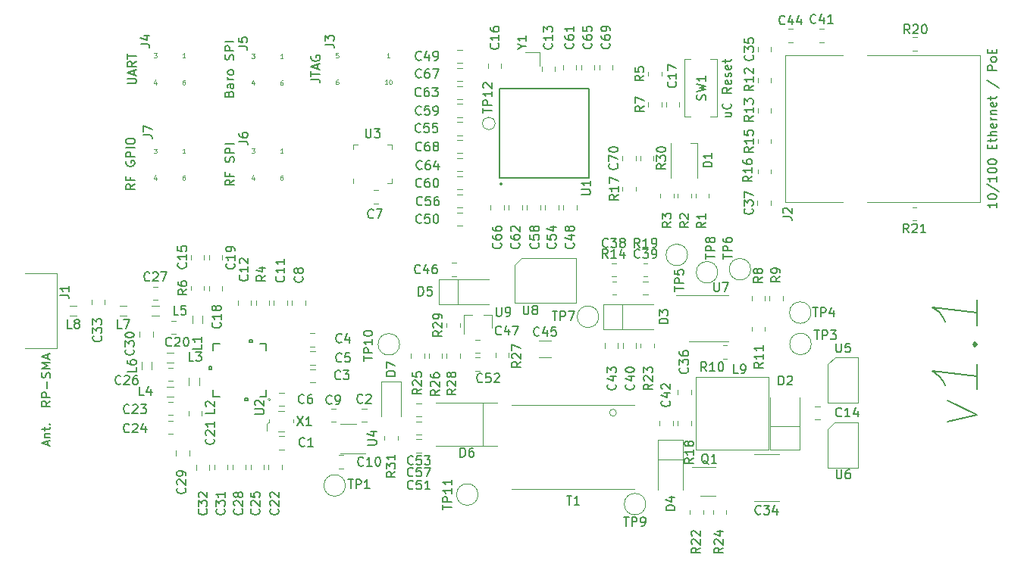
<source format=gbr>
%TF.GenerationSoftware,KiCad,Pcbnew,(5.99.0-13288-g9941a52e75)*%
%TF.CreationDate,2021-11-14T22:54:01-05:00*%
%TF.ProjectId,davis-receiver-kc6,64617669-732d-4726-9563-65697665722d,rev?*%
%TF.SameCoordinates,Original*%
%TF.FileFunction,Legend,Top*%
%TF.FilePolarity,Positive*%
%FSLAX46Y46*%
G04 Gerber Fmt 4.6, Leading zero omitted, Abs format (unit mm)*
G04 Created by KiCad (PCBNEW (5.99.0-13288-g9941a52e75)) date 2021-11-14 22:54:01*
%MOMM*%
%LPD*%
G01*
G04 APERTURE LIST*
%ADD10C,0.150000*%
%ADD11C,0.080000*%
%ADD12C,0.152400*%
%ADD13C,0.120000*%
G04 APERTURE END LIST*
D10*
X29464180Y-34398738D02*
X30273704Y-34398738D01*
X30368942Y-34351119D01*
X30416561Y-34303500D01*
X30464180Y-34208261D01*
X30464180Y-34017785D01*
X30416561Y-33922547D01*
X30368942Y-33874928D01*
X30273704Y-33827309D01*
X29464180Y-33827309D01*
X30178466Y-33398738D02*
X30178466Y-32922547D01*
X30464180Y-33493976D02*
X29464180Y-33160642D01*
X30464180Y-32827309D01*
X30464180Y-31922547D02*
X29987990Y-32255880D01*
X30464180Y-32493976D02*
X29464180Y-32493976D01*
X29464180Y-32113023D01*
X29511800Y-32017785D01*
X29559419Y-31970166D01*
X29654657Y-31922547D01*
X29797514Y-31922547D01*
X29892752Y-31970166D01*
X29940371Y-32017785D01*
X29987990Y-32113023D01*
X29987990Y-32493976D01*
X29464180Y-31636833D02*
X29464180Y-31065404D01*
X30464180Y-31351119D02*
X29464180Y-31351119D01*
X41378380Y-45171785D02*
X40902190Y-45505119D01*
X41378380Y-45743214D02*
X40378380Y-45743214D01*
X40378380Y-45362261D01*
X40426000Y-45267023D01*
X40473619Y-45219404D01*
X40568857Y-45171785D01*
X40711714Y-45171785D01*
X40806952Y-45219404D01*
X40854571Y-45267023D01*
X40902190Y-45362261D01*
X40902190Y-45743214D01*
X40854571Y-44409880D02*
X40854571Y-44743214D01*
X41378380Y-44743214D02*
X40378380Y-44743214D01*
X40378380Y-44267023D01*
X41330761Y-43171785D02*
X41378380Y-43028928D01*
X41378380Y-42790833D01*
X41330761Y-42695595D01*
X41283142Y-42647976D01*
X41187904Y-42600357D01*
X41092666Y-42600357D01*
X40997428Y-42647976D01*
X40949809Y-42695595D01*
X40902190Y-42790833D01*
X40854571Y-42981309D01*
X40806952Y-43076547D01*
X40759333Y-43124166D01*
X40664095Y-43171785D01*
X40568857Y-43171785D01*
X40473619Y-43124166D01*
X40426000Y-43076547D01*
X40378380Y-42981309D01*
X40378380Y-42743214D01*
X40426000Y-42600357D01*
X41378380Y-42171785D02*
X40378380Y-42171785D01*
X40378380Y-41790833D01*
X40426000Y-41695595D01*
X40473619Y-41647976D01*
X40568857Y-41600357D01*
X40711714Y-41600357D01*
X40806952Y-41647976D01*
X40854571Y-41695595D01*
X40902190Y-41790833D01*
X40902190Y-42171785D01*
X41378380Y-41171785D02*
X40378380Y-41171785D01*
X40811571Y-35541595D02*
X40859190Y-35398738D01*
X40906809Y-35351119D01*
X41002047Y-35303500D01*
X41144904Y-35303500D01*
X41240142Y-35351119D01*
X41287761Y-35398738D01*
X41335380Y-35493976D01*
X41335380Y-35874928D01*
X40335380Y-35874928D01*
X40335380Y-35541595D01*
X40383000Y-35446357D01*
X40430619Y-35398738D01*
X40525857Y-35351119D01*
X40621095Y-35351119D01*
X40716333Y-35398738D01*
X40763952Y-35446357D01*
X40811571Y-35541595D01*
X40811571Y-35874928D01*
X41335380Y-34446357D02*
X40811571Y-34446357D01*
X40716333Y-34493976D01*
X40668714Y-34589214D01*
X40668714Y-34779690D01*
X40716333Y-34874928D01*
X41287761Y-34446357D02*
X41335380Y-34541595D01*
X41335380Y-34779690D01*
X41287761Y-34874928D01*
X41192523Y-34922547D01*
X41097285Y-34922547D01*
X41002047Y-34874928D01*
X40954428Y-34779690D01*
X40954428Y-34541595D01*
X40906809Y-34446357D01*
X41335380Y-33970166D02*
X40668714Y-33970166D01*
X40859190Y-33970166D02*
X40763952Y-33922547D01*
X40716333Y-33874928D01*
X40668714Y-33779690D01*
X40668714Y-33684452D01*
X41335380Y-33208261D02*
X41287761Y-33303500D01*
X41240142Y-33351119D01*
X41144904Y-33398738D01*
X40859190Y-33398738D01*
X40763952Y-33351119D01*
X40716333Y-33303500D01*
X40668714Y-33208261D01*
X40668714Y-33065404D01*
X40716333Y-32970166D01*
X40763952Y-32922547D01*
X40859190Y-32874928D01*
X41144904Y-32874928D01*
X41240142Y-32922547D01*
X41287761Y-32970166D01*
X41335380Y-33065404D01*
X41335380Y-33208261D01*
X41287761Y-31732071D02*
X41335380Y-31589214D01*
X41335380Y-31351119D01*
X41287761Y-31255880D01*
X41240142Y-31208261D01*
X41144904Y-31160642D01*
X41049666Y-31160642D01*
X40954428Y-31208261D01*
X40906809Y-31255880D01*
X40859190Y-31351119D01*
X40811571Y-31541595D01*
X40763952Y-31636833D01*
X40716333Y-31684452D01*
X40621095Y-31732071D01*
X40525857Y-31732071D01*
X40430619Y-31684452D01*
X40383000Y-31636833D01*
X40335380Y-31541595D01*
X40335380Y-31303500D01*
X40383000Y-31160642D01*
X41335380Y-30732071D02*
X40335380Y-30732071D01*
X40335380Y-30351119D01*
X40383000Y-30255880D01*
X40430619Y-30208261D01*
X40525857Y-30160642D01*
X40668714Y-30160642D01*
X40763952Y-30208261D01*
X40811571Y-30255880D01*
X40859190Y-30351119D01*
X40859190Y-30732071D01*
X41335380Y-29732071D02*
X40335380Y-29732071D01*
X49978380Y-33924166D02*
X50692666Y-33924166D01*
X50835523Y-33971785D01*
X50930761Y-34067023D01*
X50978380Y-34209880D01*
X50978380Y-34305119D01*
X49978380Y-33590833D02*
X49978380Y-33019404D01*
X50978380Y-33305119D02*
X49978380Y-33305119D01*
X50692666Y-32733690D02*
X50692666Y-32257500D01*
X50978380Y-32828928D02*
X49978380Y-32495595D01*
X50978380Y-32162261D01*
X50026000Y-31305119D02*
X49978380Y-31400357D01*
X49978380Y-31543214D01*
X50026000Y-31686071D01*
X50121238Y-31781309D01*
X50216476Y-31828928D01*
X50406952Y-31876547D01*
X50549809Y-31876547D01*
X50740285Y-31828928D01*
X50835523Y-31781309D01*
X50930761Y-31686071D01*
X50978380Y-31543214D01*
X50978380Y-31447976D01*
X50930761Y-31305119D01*
X50883142Y-31257500D01*
X50549809Y-31257500D01*
X50549809Y-31447976D01*
X126552380Y-47714223D02*
X126552380Y-48285652D01*
X126552380Y-47999938D02*
X125552380Y-47999938D01*
X125695238Y-48095176D01*
X125790476Y-48190414D01*
X125838095Y-48285652D01*
X125552380Y-47095176D02*
X125552380Y-46999938D01*
X125600000Y-46904700D01*
X125647619Y-46857080D01*
X125742857Y-46809461D01*
X125933333Y-46761842D01*
X126171428Y-46761842D01*
X126361904Y-46809461D01*
X126457142Y-46857080D01*
X126504761Y-46904700D01*
X126552380Y-46999938D01*
X126552380Y-47095176D01*
X126504761Y-47190414D01*
X126457142Y-47238033D01*
X126361904Y-47285652D01*
X126171428Y-47333271D01*
X125933333Y-47333271D01*
X125742857Y-47285652D01*
X125647619Y-47238033D01*
X125600000Y-47190414D01*
X125552380Y-47095176D01*
X125504761Y-45618985D02*
X126790476Y-46476128D01*
X126552380Y-44761842D02*
X126552380Y-45333271D01*
X126552380Y-45047557D02*
X125552380Y-45047557D01*
X125695238Y-45142795D01*
X125790476Y-45238033D01*
X125838095Y-45333271D01*
X125552380Y-44142795D02*
X125552380Y-44047557D01*
X125600000Y-43952319D01*
X125647619Y-43904700D01*
X125742857Y-43857080D01*
X125933333Y-43809461D01*
X126171428Y-43809461D01*
X126361904Y-43857080D01*
X126457142Y-43904700D01*
X126504761Y-43952319D01*
X126552380Y-44047557D01*
X126552380Y-44142795D01*
X126504761Y-44238033D01*
X126457142Y-44285652D01*
X126361904Y-44333271D01*
X126171428Y-44380890D01*
X125933333Y-44380890D01*
X125742857Y-44333271D01*
X125647619Y-44285652D01*
X125600000Y-44238033D01*
X125552380Y-44142795D01*
X125552380Y-43190414D02*
X125552380Y-43095176D01*
X125600000Y-42999938D01*
X125647619Y-42952319D01*
X125742857Y-42904700D01*
X125933333Y-42857080D01*
X126171428Y-42857080D01*
X126361904Y-42904700D01*
X126457142Y-42952319D01*
X126504761Y-42999938D01*
X126552380Y-43095176D01*
X126552380Y-43190414D01*
X126504761Y-43285652D01*
X126457142Y-43333271D01*
X126361904Y-43380890D01*
X126171428Y-43428509D01*
X125933333Y-43428509D01*
X125742857Y-43380890D01*
X125647619Y-43333271D01*
X125600000Y-43285652D01*
X125552380Y-43190414D01*
X126028571Y-41666604D02*
X126028571Y-41333271D01*
X126552380Y-41190414D02*
X126552380Y-41666604D01*
X125552380Y-41666604D01*
X125552380Y-41190414D01*
X125885714Y-40904700D02*
X125885714Y-40523747D01*
X125552380Y-40761842D02*
X126409523Y-40761842D01*
X126504761Y-40714223D01*
X126552380Y-40618985D01*
X126552380Y-40523747D01*
X126552380Y-40190414D02*
X125552380Y-40190414D01*
X126552380Y-39761842D02*
X126028571Y-39761842D01*
X125933333Y-39809461D01*
X125885714Y-39904700D01*
X125885714Y-40047557D01*
X125933333Y-40142795D01*
X125980952Y-40190414D01*
X126504761Y-38904700D02*
X126552380Y-38999938D01*
X126552380Y-39190414D01*
X126504761Y-39285652D01*
X126409523Y-39333271D01*
X126028571Y-39333271D01*
X125933333Y-39285652D01*
X125885714Y-39190414D01*
X125885714Y-38999938D01*
X125933333Y-38904700D01*
X126028571Y-38857080D01*
X126123809Y-38857080D01*
X126219047Y-39333271D01*
X126552380Y-38428509D02*
X125885714Y-38428509D01*
X126076190Y-38428509D02*
X125980952Y-38380890D01*
X125933333Y-38333271D01*
X125885714Y-38238033D01*
X125885714Y-38142795D01*
X125885714Y-37809461D02*
X126552380Y-37809461D01*
X125980952Y-37809461D02*
X125933333Y-37761842D01*
X125885714Y-37666604D01*
X125885714Y-37523747D01*
X125933333Y-37428509D01*
X126028571Y-37380890D01*
X126552380Y-37380890D01*
X126504761Y-36523747D02*
X126552380Y-36618985D01*
X126552380Y-36809461D01*
X126504761Y-36904700D01*
X126409523Y-36952319D01*
X126028571Y-36952319D01*
X125933333Y-36904700D01*
X125885714Y-36809461D01*
X125885714Y-36618985D01*
X125933333Y-36523747D01*
X126028571Y-36476128D01*
X126123809Y-36476128D01*
X126219047Y-36952319D01*
X125885714Y-36190414D02*
X125885714Y-35809461D01*
X125552380Y-36047557D02*
X126409523Y-36047557D01*
X126504761Y-35999938D01*
X126552380Y-35904700D01*
X126552380Y-35809461D01*
X125504761Y-33999938D02*
X126790476Y-34857080D01*
X126552380Y-32904700D02*
X125552380Y-32904700D01*
X125552380Y-32523747D01*
X125600000Y-32428509D01*
X125647619Y-32380890D01*
X125742857Y-32333271D01*
X125885714Y-32333271D01*
X125980952Y-32380890D01*
X126028571Y-32428509D01*
X126076190Y-32523747D01*
X126076190Y-32904700D01*
X126552380Y-31761842D02*
X126504761Y-31857080D01*
X126457142Y-31904700D01*
X126361904Y-31952319D01*
X126076190Y-31952319D01*
X125980952Y-31904700D01*
X125933333Y-31857080D01*
X125885714Y-31761842D01*
X125885714Y-31618985D01*
X125933333Y-31523747D01*
X125980952Y-31476128D01*
X126076190Y-31428509D01*
X126361904Y-31428509D01*
X126457142Y-31476128D01*
X126504761Y-31523747D01*
X126552380Y-31618985D01*
X126552380Y-31761842D01*
X126028571Y-30999938D02*
X126028571Y-30666604D01*
X126552380Y-30523747D02*
X126552380Y-30999938D01*
X125552380Y-30999938D01*
X125552380Y-30523747D01*
X20564566Y-74854528D02*
X20564566Y-74378338D01*
X20850280Y-74949766D02*
X19850280Y-74616433D01*
X20850280Y-74283100D01*
X20183614Y-73949766D02*
X20850280Y-73949766D01*
X20278852Y-73949766D02*
X20231233Y-73902147D01*
X20183614Y-73806909D01*
X20183614Y-73664052D01*
X20231233Y-73568814D01*
X20326471Y-73521195D01*
X20850280Y-73521195D01*
X20183614Y-73187861D02*
X20183614Y-72806909D01*
X19850280Y-73045004D02*
X20707423Y-73045004D01*
X20802661Y-72997385D01*
X20850280Y-72902147D01*
X20850280Y-72806909D01*
X20755042Y-72473576D02*
X20802661Y-72425957D01*
X20850280Y-72473576D01*
X20802661Y-72521195D01*
X20755042Y-72473576D01*
X20850280Y-72473576D01*
X20850280Y-69902147D02*
X20374090Y-70235480D01*
X20850280Y-70473576D02*
X19850280Y-70473576D01*
X19850280Y-70092623D01*
X19897900Y-69997385D01*
X19945519Y-69949766D01*
X20040757Y-69902147D01*
X20183614Y-69902147D01*
X20278852Y-69949766D01*
X20326471Y-69997385D01*
X20374090Y-70092623D01*
X20374090Y-70473576D01*
X20850280Y-69473576D02*
X19850280Y-69473576D01*
X19850280Y-69092623D01*
X19897900Y-68997385D01*
X19945519Y-68949766D01*
X20040757Y-68902147D01*
X20183614Y-68902147D01*
X20278852Y-68949766D01*
X20326471Y-68997385D01*
X20374090Y-69092623D01*
X20374090Y-69473576D01*
X20469328Y-68473576D02*
X20469328Y-67711671D01*
X20802661Y-67283100D02*
X20850280Y-67140242D01*
X20850280Y-66902147D01*
X20802661Y-66806909D01*
X20755042Y-66759290D01*
X20659804Y-66711671D01*
X20564566Y-66711671D01*
X20469328Y-66759290D01*
X20421709Y-66806909D01*
X20374090Y-66902147D01*
X20326471Y-67092623D01*
X20278852Y-67187861D01*
X20231233Y-67235480D01*
X20135995Y-67283100D01*
X20040757Y-67283100D01*
X19945519Y-67235480D01*
X19897900Y-67187861D01*
X19850280Y-67092623D01*
X19850280Y-66854528D01*
X19897900Y-66711671D01*
X20850280Y-66283100D02*
X19850280Y-66283100D01*
X20564566Y-65949766D01*
X19850280Y-65616433D01*
X20850280Y-65616433D01*
X20564566Y-65187861D02*
X20564566Y-64711671D01*
X20850280Y-65283100D02*
X19850280Y-64949766D01*
X20850280Y-64616433D01*
X96256614Y-37671785D02*
X96923280Y-37671785D01*
X96256614Y-38100357D02*
X96780423Y-38100357D01*
X96875661Y-38052738D01*
X96923280Y-37957500D01*
X96923280Y-37814642D01*
X96875661Y-37719404D01*
X96828042Y-37671785D01*
X96828042Y-36624166D02*
X96875661Y-36671785D01*
X96923280Y-36814642D01*
X96923280Y-36909880D01*
X96875661Y-37052738D01*
X96780423Y-37147976D01*
X96685185Y-37195595D01*
X96494709Y-37243214D01*
X96351852Y-37243214D01*
X96161376Y-37195595D01*
X96066138Y-37147976D01*
X95970900Y-37052738D01*
X95923280Y-36909880D01*
X95923280Y-36814642D01*
X95970900Y-36671785D01*
X96018519Y-36624166D01*
X96923280Y-34862261D02*
X96447090Y-35195595D01*
X96923280Y-35433690D02*
X95923280Y-35433690D01*
X95923280Y-35052738D01*
X95970900Y-34957500D01*
X96018519Y-34909880D01*
X96113757Y-34862261D01*
X96256614Y-34862261D01*
X96351852Y-34909880D01*
X96399471Y-34957500D01*
X96447090Y-35052738D01*
X96447090Y-35433690D01*
X96875661Y-34052738D02*
X96923280Y-34147976D01*
X96923280Y-34338452D01*
X96875661Y-34433690D01*
X96780423Y-34481309D01*
X96399471Y-34481309D01*
X96304233Y-34433690D01*
X96256614Y-34338452D01*
X96256614Y-34147976D01*
X96304233Y-34052738D01*
X96399471Y-34005119D01*
X96494709Y-34005119D01*
X96589947Y-34481309D01*
X96875661Y-33624166D02*
X96923280Y-33528928D01*
X96923280Y-33338452D01*
X96875661Y-33243214D01*
X96780423Y-33195595D01*
X96732804Y-33195595D01*
X96637566Y-33243214D01*
X96589947Y-33338452D01*
X96589947Y-33481309D01*
X96542328Y-33576547D01*
X96447090Y-33624166D01*
X96399471Y-33624166D01*
X96304233Y-33576547D01*
X96256614Y-33481309D01*
X96256614Y-33338452D01*
X96304233Y-33243214D01*
X96875661Y-32386071D02*
X96923280Y-32481309D01*
X96923280Y-32671785D01*
X96875661Y-32767023D01*
X96780423Y-32814642D01*
X96399471Y-32814642D01*
X96304233Y-32767023D01*
X96256614Y-32671785D01*
X96256614Y-32481309D01*
X96304233Y-32386071D01*
X96399471Y-32338452D01*
X96494709Y-32338452D01*
X96589947Y-32814642D01*
X96256614Y-32052738D02*
X96256614Y-31671785D01*
X95923280Y-31909880D02*
X96780423Y-31909880D01*
X96875661Y-31862261D01*
X96923280Y-31767023D01*
X96923280Y-31671785D01*
X30299080Y-45644504D02*
X29822890Y-45977838D01*
X30299080Y-46215933D02*
X29299080Y-46215933D01*
X29299080Y-45834980D01*
X29346700Y-45739742D01*
X29394319Y-45692123D01*
X29489557Y-45644504D01*
X29632414Y-45644504D01*
X29727652Y-45692123D01*
X29775271Y-45739742D01*
X29822890Y-45834980D01*
X29822890Y-46215933D01*
X29775271Y-44882600D02*
X29775271Y-45215933D01*
X30299080Y-45215933D02*
X29299080Y-45215933D01*
X29299080Y-44739742D01*
X29346700Y-43073076D02*
X29299080Y-43168314D01*
X29299080Y-43311171D01*
X29346700Y-43454028D01*
X29441938Y-43549266D01*
X29537176Y-43596885D01*
X29727652Y-43644504D01*
X29870509Y-43644504D01*
X30060985Y-43596885D01*
X30156223Y-43549266D01*
X30251461Y-43454028D01*
X30299080Y-43311171D01*
X30299080Y-43215933D01*
X30251461Y-43073076D01*
X30203842Y-43025457D01*
X29870509Y-43025457D01*
X29870509Y-43215933D01*
X30299080Y-42596885D02*
X29299080Y-42596885D01*
X29299080Y-42215933D01*
X29346700Y-42120695D01*
X29394319Y-42073076D01*
X29489557Y-42025457D01*
X29632414Y-42025457D01*
X29727652Y-42073076D01*
X29775271Y-42120695D01*
X29822890Y-42215933D01*
X29822890Y-42596885D01*
X30299080Y-41596885D02*
X29299080Y-41596885D01*
X29299080Y-40930219D02*
X29299080Y-40739742D01*
X29346700Y-40644504D01*
X29441938Y-40549266D01*
X29632414Y-40501647D01*
X29965747Y-40501647D01*
X30156223Y-40549266D01*
X30251461Y-40644504D01*
X30299080Y-40739742D01*
X30299080Y-40930219D01*
X30251461Y-41025457D01*
X30156223Y-41120695D01*
X29965747Y-41168314D01*
X29632414Y-41168314D01*
X29441938Y-41120695D01*
X29346700Y-41025457D01*
X29299080Y-40930219D01*
X121053571Y-72224553D02*
X124386904Y-71450744D01*
X121053571Y-69843601D01*
X124386904Y-65736458D02*
X124386904Y-68593601D01*
X124386904Y-67165029D02*
X119386904Y-66540029D01*
X120101190Y-67105505D01*
X120577380Y-67641220D01*
X120815476Y-68147172D01*
X123910714Y-63534077D02*
X124148809Y-63325744D01*
X124386904Y-63593601D01*
X124148809Y-63801934D01*
X123910714Y-63534077D01*
X124386904Y-63593601D01*
X124386904Y-58593601D02*
X124386904Y-61450744D01*
X124386904Y-60022172D02*
X119386904Y-59397172D01*
X120101190Y-59962648D01*
X120577380Y-60498363D01*
X120815476Y-61004315D01*
%TO.C,U2*%
X43703380Y-71369404D02*
X44512904Y-71369404D01*
X44608142Y-71321785D01*
X44655761Y-71274166D01*
X44703380Y-71178928D01*
X44703380Y-70988452D01*
X44655761Y-70893214D01*
X44608142Y-70845595D01*
X44512904Y-70797976D01*
X43703380Y-70797976D01*
X43798619Y-70369404D02*
X43751000Y-70321785D01*
X43703380Y-70226547D01*
X43703380Y-69988452D01*
X43751000Y-69893214D01*
X43798619Y-69845595D01*
X43893857Y-69797976D01*
X43989095Y-69797976D01*
X44131952Y-69845595D01*
X44703380Y-70417023D01*
X44703380Y-69797976D01*
%TO.C,C64*%
X62362042Y-43916042D02*
X62314423Y-43963661D01*
X62171566Y-44011280D01*
X62076328Y-44011280D01*
X61933471Y-43963661D01*
X61838233Y-43868423D01*
X61790614Y-43773185D01*
X61742995Y-43582709D01*
X61742995Y-43439852D01*
X61790614Y-43249376D01*
X61838233Y-43154138D01*
X61933471Y-43058900D01*
X62076328Y-43011280D01*
X62171566Y-43011280D01*
X62314423Y-43058900D01*
X62362042Y-43106519D01*
X63219185Y-43011280D02*
X63028709Y-43011280D01*
X62933471Y-43058900D01*
X62885852Y-43106519D01*
X62790614Y-43249376D01*
X62742995Y-43439852D01*
X62742995Y-43820804D01*
X62790614Y-43916042D01*
X62838233Y-43963661D01*
X62933471Y-44011280D01*
X63123947Y-44011280D01*
X63219185Y-43963661D01*
X63266804Y-43916042D01*
X63314423Y-43820804D01*
X63314423Y-43582709D01*
X63266804Y-43487471D01*
X63219185Y-43439852D01*
X63123947Y-43392233D01*
X62933471Y-43392233D01*
X62838233Y-43439852D01*
X62790614Y-43487471D01*
X62742995Y-43582709D01*
X64171566Y-43344614D02*
X64171566Y-44011280D01*
X63933471Y-42963661D02*
X63695376Y-43677947D01*
X64314423Y-43677947D01*
%TO.C,C65*%
X81245142Y-29874357D02*
X81292761Y-29921976D01*
X81340380Y-30064833D01*
X81340380Y-30160071D01*
X81292761Y-30302928D01*
X81197523Y-30398166D01*
X81102285Y-30445785D01*
X80911809Y-30493404D01*
X80768952Y-30493404D01*
X80578476Y-30445785D01*
X80483238Y-30398166D01*
X80388000Y-30302928D01*
X80340380Y-30160071D01*
X80340380Y-30064833D01*
X80388000Y-29921976D01*
X80435619Y-29874357D01*
X80340380Y-29017214D02*
X80340380Y-29207690D01*
X80388000Y-29302928D01*
X80435619Y-29350547D01*
X80578476Y-29445785D01*
X80768952Y-29493404D01*
X81149904Y-29493404D01*
X81245142Y-29445785D01*
X81292761Y-29398166D01*
X81340380Y-29302928D01*
X81340380Y-29112452D01*
X81292761Y-29017214D01*
X81245142Y-28969595D01*
X81149904Y-28921976D01*
X80911809Y-28921976D01*
X80816571Y-28969595D01*
X80768952Y-29017214D01*
X80721333Y-29112452D01*
X80721333Y-29302928D01*
X80768952Y-29398166D01*
X80816571Y-29445785D01*
X80911809Y-29493404D01*
X80340380Y-28017214D02*
X80340380Y-28493404D01*
X80816571Y-28541023D01*
X80768952Y-28493404D01*
X80721333Y-28398166D01*
X80721333Y-28160071D01*
X80768952Y-28064833D01*
X80816571Y-28017214D01*
X80911809Y-27969595D01*
X81149904Y-27969595D01*
X81245142Y-28017214D01*
X81292761Y-28064833D01*
X81340380Y-28160071D01*
X81340380Y-28398166D01*
X81292761Y-28493404D01*
X81245142Y-28541023D01*
%TO.C,D2*%
X102213224Y-68092480D02*
X102213224Y-67092480D01*
X102451320Y-67092480D01*
X102594177Y-67140100D01*
X102689415Y-67235338D01*
X102737034Y-67330576D01*
X102784653Y-67521052D01*
X102784653Y-67663909D01*
X102737034Y-67854385D01*
X102689415Y-67949623D01*
X102594177Y-68044861D01*
X102451320Y-68092480D01*
X102213224Y-68092480D01*
X103165605Y-67187719D02*
X103213224Y-67140100D01*
X103308462Y-67092480D01*
X103546558Y-67092480D01*
X103641796Y-67140100D01*
X103689415Y-67187719D01*
X103737034Y-67282957D01*
X103737034Y-67378195D01*
X103689415Y-67521052D01*
X103117986Y-68092480D01*
X103737034Y-68092480D01*
%TO.C,D6*%
X66661904Y-76152380D02*
X66661904Y-75152380D01*
X66900000Y-75152380D01*
X67042857Y-75200000D01*
X67138095Y-75295238D01*
X67185714Y-75390476D01*
X67233333Y-75580952D01*
X67233333Y-75723809D01*
X67185714Y-75914285D01*
X67138095Y-76009523D01*
X67042857Y-76104761D01*
X66900000Y-76152380D01*
X66661904Y-76152380D01*
X68090476Y-75152380D02*
X67900000Y-75152380D01*
X67804761Y-75200000D01*
X67757142Y-75247619D01*
X67661904Y-75390476D01*
X67614285Y-75580952D01*
X67614285Y-75961904D01*
X67661904Y-76057142D01*
X67709523Y-76104761D01*
X67804761Y-76152380D01*
X67995238Y-76152380D01*
X68090476Y-76104761D01*
X68138095Y-76057142D01*
X68185714Y-75961904D01*
X68185714Y-75723809D01*
X68138095Y-75628571D01*
X68090476Y-75580952D01*
X67995238Y-75533333D01*
X67804761Y-75533333D01*
X67709523Y-75580952D01*
X67661904Y-75628571D01*
X67614285Y-75723809D01*
%TO.C,C67*%
X62273142Y-33676442D02*
X62225523Y-33724061D01*
X62082666Y-33771680D01*
X61987428Y-33771680D01*
X61844571Y-33724061D01*
X61749333Y-33628823D01*
X61701714Y-33533585D01*
X61654095Y-33343109D01*
X61654095Y-33200252D01*
X61701714Y-33009776D01*
X61749333Y-32914538D01*
X61844571Y-32819300D01*
X61987428Y-32771680D01*
X62082666Y-32771680D01*
X62225523Y-32819300D01*
X62273142Y-32866919D01*
X63130285Y-32771680D02*
X62939809Y-32771680D01*
X62844571Y-32819300D01*
X62796952Y-32866919D01*
X62701714Y-33009776D01*
X62654095Y-33200252D01*
X62654095Y-33581204D01*
X62701714Y-33676442D01*
X62749333Y-33724061D01*
X62844571Y-33771680D01*
X63035047Y-33771680D01*
X63130285Y-33724061D01*
X63177904Y-33676442D01*
X63225523Y-33581204D01*
X63225523Y-33343109D01*
X63177904Y-33247871D01*
X63130285Y-33200252D01*
X63035047Y-33152633D01*
X62844571Y-33152633D01*
X62749333Y-33200252D01*
X62701714Y-33247871D01*
X62654095Y-33343109D01*
X63558857Y-32771680D02*
X64225523Y-32771680D01*
X63796952Y-33771680D01*
%TO.C,C69*%
X83277142Y-29874357D02*
X83324761Y-29921976D01*
X83372380Y-30064833D01*
X83372380Y-30160071D01*
X83324761Y-30302928D01*
X83229523Y-30398166D01*
X83134285Y-30445785D01*
X82943809Y-30493404D01*
X82800952Y-30493404D01*
X82610476Y-30445785D01*
X82515238Y-30398166D01*
X82420000Y-30302928D01*
X82372380Y-30160071D01*
X82372380Y-30064833D01*
X82420000Y-29921976D01*
X82467619Y-29874357D01*
X82372380Y-29017214D02*
X82372380Y-29207690D01*
X82420000Y-29302928D01*
X82467619Y-29350547D01*
X82610476Y-29445785D01*
X82800952Y-29493404D01*
X83181904Y-29493404D01*
X83277142Y-29445785D01*
X83324761Y-29398166D01*
X83372380Y-29302928D01*
X83372380Y-29112452D01*
X83324761Y-29017214D01*
X83277142Y-28969595D01*
X83181904Y-28921976D01*
X82943809Y-28921976D01*
X82848571Y-28969595D01*
X82800952Y-29017214D01*
X82753333Y-29112452D01*
X82753333Y-29302928D01*
X82800952Y-29398166D01*
X82848571Y-29445785D01*
X82943809Y-29493404D01*
X83372380Y-28445785D02*
X83372380Y-28255309D01*
X83324761Y-28160071D01*
X83277142Y-28112452D01*
X83134285Y-28017214D01*
X82943809Y-27969595D01*
X82562857Y-27969595D01*
X82467619Y-28017214D01*
X82420000Y-28064833D01*
X82372380Y-28160071D01*
X82372380Y-28350547D01*
X82420000Y-28445785D01*
X82467619Y-28493404D01*
X82562857Y-28541023D01*
X82800952Y-28541023D01*
X82896190Y-28493404D01*
X82943809Y-28445785D01*
X82991428Y-28350547D01*
X82991428Y-28160071D01*
X82943809Y-28064833D01*
X82896190Y-28017214D01*
X82800952Y-27969595D01*
%TO.C,D3*%
X89853700Y-61228195D02*
X88853700Y-61228195D01*
X88853700Y-60990100D01*
X88901320Y-60847242D01*
X88996558Y-60752004D01*
X89091796Y-60704385D01*
X89282272Y-60656766D01*
X89425129Y-60656766D01*
X89615605Y-60704385D01*
X89710843Y-60752004D01*
X89806081Y-60847242D01*
X89853700Y-60990100D01*
X89853700Y-61228195D01*
X88853700Y-60323433D02*
X88853700Y-59704385D01*
X89234653Y-60037719D01*
X89234653Y-59894861D01*
X89282272Y-59799623D01*
X89329891Y-59752004D01*
X89425129Y-59704385D01*
X89663224Y-59704385D01*
X89758462Y-59752004D01*
X89806081Y-59799623D01*
X89853700Y-59894861D01*
X89853700Y-60180576D01*
X89806081Y-60275814D01*
X89758462Y-60323433D01*
%TO.C,C60*%
X62298542Y-45897242D02*
X62250923Y-45944861D01*
X62108066Y-45992480D01*
X62012828Y-45992480D01*
X61869971Y-45944861D01*
X61774733Y-45849623D01*
X61727114Y-45754385D01*
X61679495Y-45563909D01*
X61679495Y-45421052D01*
X61727114Y-45230576D01*
X61774733Y-45135338D01*
X61869971Y-45040100D01*
X62012828Y-44992480D01*
X62108066Y-44992480D01*
X62250923Y-45040100D01*
X62298542Y-45087719D01*
X63155685Y-44992480D02*
X62965209Y-44992480D01*
X62869971Y-45040100D01*
X62822352Y-45087719D01*
X62727114Y-45230576D01*
X62679495Y-45421052D01*
X62679495Y-45802004D01*
X62727114Y-45897242D01*
X62774733Y-45944861D01*
X62869971Y-45992480D01*
X63060447Y-45992480D01*
X63155685Y-45944861D01*
X63203304Y-45897242D01*
X63250923Y-45802004D01*
X63250923Y-45563909D01*
X63203304Y-45468671D01*
X63155685Y-45421052D01*
X63060447Y-45373433D01*
X62869971Y-45373433D01*
X62774733Y-45421052D01*
X62727114Y-45468671D01*
X62679495Y-45563909D01*
X63869971Y-44992480D02*
X63965209Y-44992480D01*
X64060447Y-45040100D01*
X64108066Y-45087719D01*
X64155685Y-45182957D01*
X64203304Y-45373433D01*
X64203304Y-45611528D01*
X64155685Y-45802004D01*
X64108066Y-45897242D01*
X64060447Y-45944861D01*
X63965209Y-45992480D01*
X63869971Y-45992480D01*
X63774733Y-45944861D01*
X63727114Y-45897242D01*
X63679495Y-45802004D01*
X63631876Y-45611528D01*
X63631876Y-45373433D01*
X63679495Y-45182957D01*
X63727114Y-45087719D01*
X63774733Y-45040100D01*
X63869971Y-44992480D01*
%TO.C,J3*%
X51538380Y-30000833D02*
X52252666Y-30000833D01*
X52395523Y-30048452D01*
X52490761Y-30143690D01*
X52538380Y-30286547D01*
X52538380Y-30381785D01*
X51538380Y-29619880D02*
X51538380Y-29000833D01*
X51919333Y-29334166D01*
X51919333Y-29191309D01*
X51966952Y-29096071D01*
X52014571Y-29048452D01*
X52109809Y-29000833D01*
X52347904Y-29000833D01*
X52443142Y-29048452D01*
X52490761Y-29096071D01*
X52538380Y-29191309D01*
X52538380Y-29477023D01*
X52490761Y-29572261D01*
X52443142Y-29619880D01*
D11*
X58512161Y-34477490D02*
X58226447Y-34477490D01*
X58369304Y-34477490D02*
X58369304Y-33977490D01*
X58321685Y-34048919D01*
X58274066Y-34096538D01*
X58226447Y-34120347D01*
X58821685Y-33977490D02*
X58869304Y-33977490D01*
X58916923Y-34001300D01*
X58940733Y-34025109D01*
X58964542Y-34072728D01*
X58988352Y-34167966D01*
X58988352Y-34287014D01*
X58964542Y-34382252D01*
X58940733Y-34429871D01*
X58916923Y-34453680D01*
X58869304Y-34477490D01*
X58821685Y-34477490D01*
X58774066Y-34453680D01*
X58750257Y-34429871D01*
X58726447Y-34382252D01*
X58702638Y-34287014D01*
X58702638Y-34167966D01*
X58726447Y-34072728D01*
X58750257Y-34025109D01*
X58774066Y-34001300D01*
X58821685Y-33977490D01*
X58750257Y-31492990D02*
X58464542Y-31492990D01*
X58607400Y-31492990D02*
X58607400Y-30992990D01*
X58559780Y-31064419D01*
X58512161Y-31112038D01*
X58464542Y-31135847D01*
X52987638Y-33977490D02*
X52892400Y-33977490D01*
X52844780Y-34001300D01*
X52820971Y-34025109D01*
X52773352Y-34096538D01*
X52749542Y-34191776D01*
X52749542Y-34382252D01*
X52773352Y-34429871D01*
X52797161Y-34453680D01*
X52844780Y-34477490D01*
X52940019Y-34477490D01*
X52987638Y-34453680D01*
X53011447Y-34429871D01*
X53035257Y-34382252D01*
X53035257Y-34263204D01*
X53011447Y-34215585D01*
X52987638Y-34191776D01*
X52940019Y-34167966D01*
X52844780Y-34167966D01*
X52797161Y-34191776D01*
X52773352Y-34215585D01*
X52749542Y-34263204D01*
X53011447Y-30992990D02*
X52773352Y-30992990D01*
X52749542Y-31231085D01*
X52773352Y-31207276D01*
X52820971Y-31183466D01*
X52940019Y-31183466D01*
X52987638Y-31207276D01*
X53011447Y-31231085D01*
X53035257Y-31278704D01*
X53035257Y-31397752D01*
X53011447Y-31445371D01*
X52987638Y-31469180D01*
X52940019Y-31492990D01*
X52820971Y-31492990D01*
X52773352Y-31469180D01*
X52749542Y-31445371D01*
D10*
%TO.C,C68*%
X62298542Y-41833242D02*
X62250923Y-41880861D01*
X62108066Y-41928480D01*
X62012828Y-41928480D01*
X61869971Y-41880861D01*
X61774733Y-41785623D01*
X61727114Y-41690385D01*
X61679495Y-41499909D01*
X61679495Y-41357052D01*
X61727114Y-41166576D01*
X61774733Y-41071338D01*
X61869971Y-40976100D01*
X62012828Y-40928480D01*
X62108066Y-40928480D01*
X62250923Y-40976100D01*
X62298542Y-41023719D01*
X63155685Y-40928480D02*
X62965209Y-40928480D01*
X62869971Y-40976100D01*
X62822352Y-41023719D01*
X62727114Y-41166576D01*
X62679495Y-41357052D01*
X62679495Y-41738004D01*
X62727114Y-41833242D01*
X62774733Y-41880861D01*
X62869971Y-41928480D01*
X63060447Y-41928480D01*
X63155685Y-41880861D01*
X63203304Y-41833242D01*
X63250923Y-41738004D01*
X63250923Y-41499909D01*
X63203304Y-41404671D01*
X63155685Y-41357052D01*
X63060447Y-41309433D01*
X62869971Y-41309433D01*
X62774733Y-41357052D01*
X62727114Y-41404671D01*
X62679495Y-41499909D01*
X63822352Y-41357052D02*
X63727114Y-41309433D01*
X63679495Y-41261814D01*
X63631876Y-41166576D01*
X63631876Y-41118957D01*
X63679495Y-41023719D01*
X63727114Y-40976100D01*
X63822352Y-40928480D01*
X64012828Y-40928480D01*
X64108066Y-40976100D01*
X64155685Y-41023719D01*
X64203304Y-41118957D01*
X64203304Y-41166576D01*
X64155685Y-41261814D01*
X64108066Y-41309433D01*
X64012828Y-41357052D01*
X63822352Y-41357052D01*
X63727114Y-41404671D01*
X63679495Y-41452290D01*
X63631876Y-41547528D01*
X63631876Y-41738004D01*
X63679495Y-41833242D01*
X63727114Y-41880861D01*
X63822352Y-41928480D01*
X64012828Y-41928480D01*
X64108066Y-41880861D01*
X64155685Y-41833242D01*
X64203304Y-41738004D01*
X64203304Y-41547528D01*
X64155685Y-41452290D01*
X64108066Y-41404671D01*
X64012828Y-41357052D01*
%TO.C,C70*%
X84140742Y-43374457D02*
X84188361Y-43422076D01*
X84235980Y-43564933D01*
X84235980Y-43660171D01*
X84188361Y-43803028D01*
X84093123Y-43898266D01*
X83997885Y-43945885D01*
X83807409Y-43993504D01*
X83664552Y-43993504D01*
X83474076Y-43945885D01*
X83378838Y-43898266D01*
X83283600Y-43803028D01*
X83235980Y-43660171D01*
X83235980Y-43564933D01*
X83283600Y-43422076D01*
X83331219Y-43374457D01*
X83235980Y-43041123D02*
X83235980Y-42374457D01*
X84235980Y-42803028D01*
X83235980Y-41803028D02*
X83235980Y-41707790D01*
X83283600Y-41612552D01*
X83331219Y-41564933D01*
X83426457Y-41517314D01*
X83616933Y-41469695D01*
X83855028Y-41469695D01*
X84045504Y-41517314D01*
X84140742Y-41564933D01*
X84188361Y-41612552D01*
X84235980Y-41707790D01*
X84235980Y-41803028D01*
X84188361Y-41898266D01*
X84140742Y-41945885D01*
X84045504Y-41993504D01*
X83855028Y-42041123D01*
X83616933Y-42041123D01*
X83426457Y-41993504D01*
X83331219Y-41945885D01*
X83283600Y-41898266D01*
X83235980Y-41803028D01*
%TO.C,D4*%
X90613860Y-82113375D02*
X89613860Y-82113375D01*
X89613860Y-81875280D01*
X89661480Y-81732422D01*
X89756718Y-81637184D01*
X89851956Y-81589565D01*
X90042432Y-81541946D01*
X90185289Y-81541946D01*
X90375765Y-81589565D01*
X90471003Y-81637184D01*
X90566241Y-81732422D01*
X90613860Y-81875280D01*
X90613860Y-82113375D01*
X89947194Y-80684803D02*
X90613860Y-80684803D01*
X89566241Y-80922899D02*
X90280527Y-81160994D01*
X90280527Y-80541946D01*
%TO.C,C59*%
X62273142Y-37803942D02*
X62225523Y-37851561D01*
X62082666Y-37899180D01*
X61987428Y-37899180D01*
X61844571Y-37851561D01*
X61749333Y-37756323D01*
X61701714Y-37661085D01*
X61654095Y-37470609D01*
X61654095Y-37327752D01*
X61701714Y-37137276D01*
X61749333Y-37042038D01*
X61844571Y-36946800D01*
X61987428Y-36899180D01*
X62082666Y-36899180D01*
X62225523Y-36946800D01*
X62273142Y-36994419D01*
X63177904Y-36899180D02*
X62701714Y-36899180D01*
X62654095Y-37375371D01*
X62701714Y-37327752D01*
X62796952Y-37280133D01*
X63035047Y-37280133D01*
X63130285Y-37327752D01*
X63177904Y-37375371D01*
X63225523Y-37470609D01*
X63225523Y-37708704D01*
X63177904Y-37803942D01*
X63130285Y-37851561D01*
X63035047Y-37899180D01*
X62796952Y-37899180D01*
X62701714Y-37851561D01*
X62654095Y-37803942D01*
X63701714Y-37899180D02*
X63892190Y-37899180D01*
X63987428Y-37851561D01*
X64035047Y-37803942D01*
X64130285Y-37661085D01*
X64177904Y-37470609D01*
X64177904Y-37089657D01*
X64130285Y-36994419D01*
X64082666Y-36946800D01*
X63987428Y-36899180D01*
X63796952Y-36899180D01*
X63701714Y-36946800D01*
X63654095Y-36994419D01*
X63606476Y-37089657D01*
X63606476Y-37327752D01*
X63654095Y-37422990D01*
X63701714Y-37470609D01*
X63796952Y-37518228D01*
X63987428Y-37518228D01*
X64082666Y-37470609D01*
X64130285Y-37422990D01*
X64177904Y-37327752D01*
%TO.C,C61*%
X79213142Y-29874357D02*
X79260761Y-29921976D01*
X79308380Y-30064833D01*
X79308380Y-30160071D01*
X79260761Y-30302928D01*
X79165523Y-30398166D01*
X79070285Y-30445785D01*
X78879809Y-30493404D01*
X78736952Y-30493404D01*
X78546476Y-30445785D01*
X78451238Y-30398166D01*
X78356000Y-30302928D01*
X78308380Y-30160071D01*
X78308380Y-30064833D01*
X78356000Y-29921976D01*
X78403619Y-29874357D01*
X78308380Y-29017214D02*
X78308380Y-29207690D01*
X78356000Y-29302928D01*
X78403619Y-29350547D01*
X78546476Y-29445785D01*
X78736952Y-29493404D01*
X79117904Y-29493404D01*
X79213142Y-29445785D01*
X79260761Y-29398166D01*
X79308380Y-29302928D01*
X79308380Y-29112452D01*
X79260761Y-29017214D01*
X79213142Y-28969595D01*
X79117904Y-28921976D01*
X78879809Y-28921976D01*
X78784571Y-28969595D01*
X78736952Y-29017214D01*
X78689333Y-29112452D01*
X78689333Y-29302928D01*
X78736952Y-29398166D01*
X78784571Y-29445785D01*
X78879809Y-29493404D01*
X79308380Y-27969595D02*
X79308380Y-28541023D01*
X79308380Y-28255309D02*
X78308380Y-28255309D01*
X78451238Y-28350547D01*
X78546476Y-28445785D01*
X78594095Y-28541023D01*
%TO.C,C62*%
X73180642Y-52226857D02*
X73228261Y-52274476D01*
X73275880Y-52417333D01*
X73275880Y-52512571D01*
X73228261Y-52655428D01*
X73133023Y-52750666D01*
X73037785Y-52798285D01*
X72847309Y-52845904D01*
X72704452Y-52845904D01*
X72513976Y-52798285D01*
X72418738Y-52750666D01*
X72323500Y-52655428D01*
X72275880Y-52512571D01*
X72275880Y-52417333D01*
X72323500Y-52274476D01*
X72371119Y-52226857D01*
X72275880Y-51369714D02*
X72275880Y-51560190D01*
X72323500Y-51655428D01*
X72371119Y-51703047D01*
X72513976Y-51798285D01*
X72704452Y-51845904D01*
X73085404Y-51845904D01*
X73180642Y-51798285D01*
X73228261Y-51750666D01*
X73275880Y-51655428D01*
X73275880Y-51464952D01*
X73228261Y-51369714D01*
X73180642Y-51322095D01*
X73085404Y-51274476D01*
X72847309Y-51274476D01*
X72752071Y-51322095D01*
X72704452Y-51369714D01*
X72656833Y-51464952D01*
X72656833Y-51655428D01*
X72704452Y-51750666D01*
X72752071Y-51798285D01*
X72847309Y-51845904D01*
X72371119Y-50893523D02*
X72323500Y-50845904D01*
X72275880Y-50750666D01*
X72275880Y-50512571D01*
X72323500Y-50417333D01*
X72371119Y-50369714D01*
X72466357Y-50322095D01*
X72561595Y-50322095D01*
X72704452Y-50369714D01*
X73275880Y-50941142D01*
X73275880Y-50322095D01*
%TO.C,C66*%
X71148642Y-52226857D02*
X71196261Y-52274476D01*
X71243880Y-52417333D01*
X71243880Y-52512571D01*
X71196261Y-52655428D01*
X71101023Y-52750666D01*
X71005785Y-52798285D01*
X70815309Y-52845904D01*
X70672452Y-52845904D01*
X70481976Y-52798285D01*
X70386738Y-52750666D01*
X70291500Y-52655428D01*
X70243880Y-52512571D01*
X70243880Y-52417333D01*
X70291500Y-52274476D01*
X70339119Y-52226857D01*
X70243880Y-51369714D02*
X70243880Y-51560190D01*
X70291500Y-51655428D01*
X70339119Y-51703047D01*
X70481976Y-51798285D01*
X70672452Y-51845904D01*
X71053404Y-51845904D01*
X71148642Y-51798285D01*
X71196261Y-51750666D01*
X71243880Y-51655428D01*
X71243880Y-51464952D01*
X71196261Y-51369714D01*
X71148642Y-51322095D01*
X71053404Y-51274476D01*
X70815309Y-51274476D01*
X70720071Y-51322095D01*
X70672452Y-51369714D01*
X70624833Y-51464952D01*
X70624833Y-51655428D01*
X70672452Y-51750666D01*
X70720071Y-51798285D01*
X70815309Y-51845904D01*
X70243880Y-50417333D02*
X70243880Y-50607809D01*
X70291500Y-50703047D01*
X70339119Y-50750666D01*
X70481976Y-50845904D01*
X70672452Y-50893523D01*
X71053404Y-50893523D01*
X71148642Y-50845904D01*
X71196261Y-50798285D01*
X71243880Y-50703047D01*
X71243880Y-50512571D01*
X71196261Y-50417333D01*
X71148642Y-50369714D01*
X71053404Y-50322095D01*
X70815309Y-50322095D01*
X70720071Y-50369714D01*
X70672452Y-50417333D01*
X70624833Y-50512571D01*
X70624833Y-50703047D01*
X70672452Y-50798285D01*
X70720071Y-50845904D01*
X70815309Y-50893523D01*
%TO.C,D5*%
X61986304Y-58111680D02*
X61986304Y-57111680D01*
X62224400Y-57111680D01*
X62367257Y-57159300D01*
X62462495Y-57254538D01*
X62510114Y-57349776D01*
X62557733Y-57540252D01*
X62557733Y-57683109D01*
X62510114Y-57873585D01*
X62462495Y-57968823D01*
X62367257Y-58064061D01*
X62224400Y-58111680D01*
X61986304Y-58111680D01*
X63462495Y-57111680D02*
X62986304Y-57111680D01*
X62938685Y-57587871D01*
X62986304Y-57540252D01*
X63081542Y-57492633D01*
X63319638Y-57492633D01*
X63414876Y-57540252D01*
X63462495Y-57587871D01*
X63510114Y-57683109D01*
X63510114Y-57921204D01*
X63462495Y-58016442D01*
X63414876Y-58064061D01*
X63319638Y-58111680D01*
X63081542Y-58111680D01*
X62986304Y-58064061D01*
X62938685Y-58016442D01*
%TO.C,C63*%
X62235042Y-35733842D02*
X62187423Y-35781461D01*
X62044566Y-35829080D01*
X61949328Y-35829080D01*
X61806471Y-35781461D01*
X61711233Y-35686223D01*
X61663614Y-35590985D01*
X61615995Y-35400509D01*
X61615995Y-35257652D01*
X61663614Y-35067176D01*
X61711233Y-34971938D01*
X61806471Y-34876700D01*
X61949328Y-34829080D01*
X62044566Y-34829080D01*
X62187423Y-34876700D01*
X62235042Y-34924319D01*
X63092185Y-34829080D02*
X62901709Y-34829080D01*
X62806471Y-34876700D01*
X62758852Y-34924319D01*
X62663614Y-35067176D01*
X62615995Y-35257652D01*
X62615995Y-35638604D01*
X62663614Y-35733842D01*
X62711233Y-35781461D01*
X62806471Y-35829080D01*
X62996947Y-35829080D01*
X63092185Y-35781461D01*
X63139804Y-35733842D01*
X63187423Y-35638604D01*
X63187423Y-35400509D01*
X63139804Y-35305271D01*
X63092185Y-35257652D01*
X62996947Y-35210033D01*
X62806471Y-35210033D01*
X62711233Y-35257652D01*
X62663614Y-35305271D01*
X62615995Y-35400509D01*
X63520757Y-34829080D02*
X64139804Y-34829080D01*
X63806471Y-35210033D01*
X63949328Y-35210033D01*
X64044566Y-35257652D01*
X64092185Y-35305271D01*
X64139804Y-35400509D01*
X64139804Y-35638604D01*
X64092185Y-35733842D01*
X64044566Y-35781461D01*
X63949328Y-35829080D01*
X63663614Y-35829080D01*
X63568376Y-35781461D01*
X63520757Y-35733842D01*
%TO.C,J6*%
X41897480Y-40845733D02*
X42611766Y-40845733D01*
X42754623Y-40893352D01*
X42849861Y-40988590D01*
X42897480Y-41131447D01*
X42897480Y-41226685D01*
X41897480Y-39940971D02*
X41897480Y-40131447D01*
X41945100Y-40226685D01*
X41992719Y-40274304D01*
X42135576Y-40369542D01*
X42326052Y-40417161D01*
X42707004Y-40417161D01*
X42802242Y-40369542D01*
X42849861Y-40321923D01*
X42897480Y-40226685D01*
X42897480Y-40036209D01*
X42849861Y-39940971D01*
X42802242Y-39893352D01*
X42707004Y-39845733D01*
X42468909Y-39845733D01*
X42373671Y-39893352D01*
X42326052Y-39940971D01*
X42278433Y-40036209D01*
X42278433Y-40226685D01*
X42326052Y-40321923D01*
X42373671Y-40369542D01*
X42468909Y-40417161D01*
D11*
X43345233Y-41673690D02*
X43654757Y-41673690D01*
X43488090Y-41864166D01*
X43559519Y-41864166D01*
X43607138Y-41887976D01*
X43630947Y-41911785D01*
X43654757Y-41959404D01*
X43654757Y-42078452D01*
X43630947Y-42126071D01*
X43607138Y-42149880D01*
X43559519Y-42173690D01*
X43416661Y-42173690D01*
X43369042Y-42149880D01*
X43345233Y-42126071D01*
X46829757Y-42173690D02*
X46544042Y-42173690D01*
X46686900Y-42173690D02*
X46686900Y-41673690D01*
X46639280Y-41745119D01*
X46591661Y-41792738D01*
X46544042Y-41816547D01*
X46782138Y-44658190D02*
X46686900Y-44658190D01*
X46639280Y-44682000D01*
X46615471Y-44705809D01*
X46567852Y-44777238D01*
X46544042Y-44872476D01*
X46544042Y-45062952D01*
X46567852Y-45110571D01*
X46591661Y-45134380D01*
X46639280Y-45158190D01*
X46734519Y-45158190D01*
X46782138Y-45134380D01*
X46805947Y-45110571D01*
X46829757Y-45062952D01*
X46829757Y-44943904D01*
X46805947Y-44896285D01*
X46782138Y-44872476D01*
X46734519Y-44848666D01*
X46639280Y-44848666D01*
X46591661Y-44872476D01*
X46567852Y-44896285D01*
X46544042Y-44943904D01*
X43607138Y-44824857D02*
X43607138Y-45158190D01*
X43488090Y-44634380D02*
X43369042Y-44991523D01*
X43678566Y-44991523D01*
D10*
%TO.C,R5*%
X87144280Y-33478166D02*
X86668090Y-33811500D01*
X87144280Y-34049595D02*
X86144280Y-34049595D01*
X86144280Y-33668642D01*
X86191900Y-33573404D01*
X86239519Y-33525785D01*
X86334757Y-33478166D01*
X86477614Y-33478166D01*
X86572852Y-33525785D01*
X86620471Y-33573404D01*
X86668090Y-33668642D01*
X86668090Y-34049595D01*
X86144280Y-32573404D02*
X86144280Y-33049595D01*
X86620471Y-33097214D01*
X86572852Y-33049595D01*
X86525233Y-32954357D01*
X86525233Y-32716261D01*
X86572852Y-32621023D01*
X86620471Y-32573404D01*
X86715709Y-32525785D01*
X86953804Y-32525785D01*
X87049042Y-32573404D01*
X87096661Y-32621023D01*
X87144280Y-32716261D01*
X87144280Y-32954357D01*
X87096661Y-33049595D01*
X87049042Y-33097214D01*
%TO.C,J4*%
X30945280Y-29961833D02*
X31659566Y-29961833D01*
X31802423Y-30009452D01*
X31897661Y-30104690D01*
X31945280Y-30247547D01*
X31945280Y-30342785D01*
X31278614Y-29057071D02*
X31945280Y-29057071D01*
X30897661Y-29295166D02*
X31611947Y-29533261D01*
X31611947Y-28914214D01*
D11*
X32418433Y-31005690D02*
X32727957Y-31005690D01*
X32561290Y-31196166D01*
X32632719Y-31196166D01*
X32680338Y-31219976D01*
X32704147Y-31243785D01*
X32727957Y-31291404D01*
X32727957Y-31410452D01*
X32704147Y-31458071D01*
X32680338Y-31481880D01*
X32632719Y-31505690D01*
X32489861Y-31505690D01*
X32442242Y-31481880D01*
X32418433Y-31458071D01*
X32680338Y-34156857D02*
X32680338Y-34490190D01*
X32561290Y-33966380D02*
X32442242Y-34323523D01*
X32751766Y-34323523D01*
X35855338Y-33990190D02*
X35760100Y-33990190D01*
X35712480Y-34014000D01*
X35688671Y-34037809D01*
X35641052Y-34109238D01*
X35617242Y-34204476D01*
X35617242Y-34394952D01*
X35641052Y-34442571D01*
X35664861Y-34466380D01*
X35712480Y-34490190D01*
X35807719Y-34490190D01*
X35855338Y-34466380D01*
X35879147Y-34442571D01*
X35902957Y-34394952D01*
X35902957Y-34275904D01*
X35879147Y-34228285D01*
X35855338Y-34204476D01*
X35807719Y-34180666D01*
X35712480Y-34180666D01*
X35664861Y-34204476D01*
X35641052Y-34228285D01*
X35617242Y-34275904D01*
X35902957Y-31505690D02*
X35617242Y-31505690D01*
X35760100Y-31505690D02*
X35760100Y-31005690D01*
X35712480Y-31077119D01*
X35664861Y-31124738D01*
X35617242Y-31148547D01*
D10*
%TO.C,R1*%
X94048580Y-49904866D02*
X93572390Y-50238200D01*
X94048580Y-50476295D02*
X93048580Y-50476295D01*
X93048580Y-50095342D01*
X93096200Y-50000104D01*
X93143819Y-49952485D01*
X93239057Y-49904866D01*
X93381914Y-49904866D01*
X93477152Y-49952485D01*
X93524771Y-50000104D01*
X93572390Y-50095342D01*
X93572390Y-50476295D01*
X94048580Y-48952485D02*
X94048580Y-49523914D01*
X94048580Y-49238200D02*
X93048580Y-49238200D01*
X93191438Y-49333438D01*
X93286676Y-49428676D01*
X93334295Y-49523914D01*
%TO.C,J5*%
X41867280Y-30215833D02*
X42581566Y-30215833D01*
X42724423Y-30263452D01*
X42819661Y-30358690D01*
X42867280Y-30501547D01*
X42867280Y-30596785D01*
X41867280Y-29263452D02*
X41867280Y-29739642D01*
X42343471Y-29787261D01*
X42295852Y-29739642D01*
X42248233Y-29644404D01*
X42248233Y-29406309D01*
X42295852Y-29311071D01*
X42343471Y-29263452D01*
X42438709Y-29215833D01*
X42676804Y-29215833D01*
X42772042Y-29263452D01*
X42819661Y-29311071D01*
X42867280Y-29406309D01*
X42867280Y-29644404D01*
X42819661Y-29739642D01*
X42772042Y-29787261D01*
D11*
X43602338Y-34220357D02*
X43602338Y-34553690D01*
X43483290Y-34029880D02*
X43364242Y-34387023D01*
X43673766Y-34387023D01*
X46777338Y-34053690D02*
X46682100Y-34053690D01*
X46634480Y-34077500D01*
X46610671Y-34101309D01*
X46563052Y-34172738D01*
X46539242Y-34267976D01*
X46539242Y-34458452D01*
X46563052Y-34506071D01*
X46586861Y-34529880D01*
X46634480Y-34553690D01*
X46729719Y-34553690D01*
X46777338Y-34529880D01*
X46801147Y-34506071D01*
X46824957Y-34458452D01*
X46824957Y-34339404D01*
X46801147Y-34291785D01*
X46777338Y-34267976D01*
X46729719Y-34244166D01*
X46634480Y-34244166D01*
X46586861Y-34267976D01*
X46563052Y-34291785D01*
X46539242Y-34339404D01*
X43340433Y-31069190D02*
X43649957Y-31069190D01*
X43483290Y-31259666D01*
X43554719Y-31259666D01*
X43602338Y-31283476D01*
X43626147Y-31307285D01*
X43649957Y-31354904D01*
X43649957Y-31473952D01*
X43626147Y-31521571D01*
X43602338Y-31545380D01*
X43554719Y-31569190D01*
X43411861Y-31569190D01*
X43364242Y-31545380D01*
X43340433Y-31521571D01*
X46824957Y-31569190D02*
X46539242Y-31569190D01*
X46682100Y-31569190D02*
X46682100Y-31069190D01*
X46634480Y-31140619D01*
X46586861Y-31188238D01*
X46539242Y-31212047D01*
D10*
%TO.C,L1*%
X37711080Y-63561666D02*
X37711080Y-64037857D01*
X36711080Y-64037857D01*
X37711080Y-62704523D02*
X37711080Y-63275952D01*
X37711080Y-62990238D02*
X36711080Y-62990238D01*
X36853938Y-63085476D01*
X36949176Y-63180714D01*
X36996795Y-63275952D01*
%TO.C,L3*%
X36850733Y-65422180D02*
X36374542Y-65422180D01*
X36374542Y-64422180D01*
X37088828Y-64422180D02*
X37707876Y-64422180D01*
X37374542Y-64803133D01*
X37517400Y-64803133D01*
X37612638Y-64850752D01*
X37660257Y-64898371D01*
X37707876Y-64993609D01*
X37707876Y-65231704D01*
X37660257Y-65326942D01*
X37612638Y-65374561D01*
X37517400Y-65422180D01*
X37231685Y-65422180D01*
X37136447Y-65374561D01*
X37088828Y-65326942D01*
%TO.C,L4*%
X31305633Y-69270280D02*
X30829442Y-69270280D01*
X30829442Y-68270280D01*
X32067538Y-68603614D02*
X32067538Y-69270280D01*
X31829442Y-68222661D02*
X31591347Y-68936947D01*
X32210395Y-68936947D01*
%TO.C,R6*%
X36094100Y-57422486D02*
X35617910Y-57755820D01*
X36094100Y-57993915D02*
X35094100Y-57993915D01*
X35094100Y-57612962D01*
X35141720Y-57517724D01*
X35189339Y-57470105D01*
X35284577Y-57422486D01*
X35427434Y-57422486D01*
X35522672Y-57470105D01*
X35570291Y-57517724D01*
X35617910Y-57612962D01*
X35617910Y-57993915D01*
X35094100Y-56565343D02*
X35094100Y-56755820D01*
X35141720Y-56851058D01*
X35189339Y-56898677D01*
X35332196Y-56993915D01*
X35522672Y-57041534D01*
X35903624Y-57041534D01*
X35998862Y-56993915D01*
X36046481Y-56946296D01*
X36094100Y-56851058D01*
X36094100Y-56660581D01*
X36046481Y-56565343D01*
X35998862Y-56517724D01*
X35903624Y-56470105D01*
X35665529Y-56470105D01*
X35570291Y-56517724D01*
X35522672Y-56565343D01*
X35475053Y-56660581D01*
X35475053Y-56851058D01*
X35522672Y-56946296D01*
X35570291Y-56993915D01*
X35665529Y-57041534D01*
%TO.C,R9*%
X102373700Y-55976766D02*
X101897510Y-56310100D01*
X102373700Y-56548195D02*
X101373700Y-56548195D01*
X101373700Y-56167242D01*
X101421320Y-56072004D01*
X101468939Y-56024385D01*
X101564177Y-55976766D01*
X101707034Y-55976766D01*
X101802272Y-56024385D01*
X101849891Y-56072004D01*
X101897510Y-56167242D01*
X101897510Y-56548195D01*
X102373700Y-55500576D02*
X102373700Y-55310100D01*
X102326081Y-55214861D01*
X102278462Y-55167242D01*
X102135605Y-55072004D01*
X101945129Y-55024385D01*
X101564177Y-55024385D01*
X101468939Y-55072004D01*
X101421320Y-55119623D01*
X101373700Y-55214861D01*
X101373700Y-55405338D01*
X101421320Y-55500576D01*
X101468939Y-55548195D01*
X101564177Y-55595814D01*
X101802272Y-55595814D01*
X101897510Y-55548195D01*
X101945129Y-55500576D01*
X101992748Y-55405338D01*
X101992748Y-55214861D01*
X101945129Y-55119623D01*
X101897510Y-55072004D01*
X101802272Y-55024385D01*
%TO.C,L2*%
X39171580Y-70775266D02*
X39171580Y-71251457D01*
X38171580Y-71251457D01*
X38266819Y-70489552D02*
X38219200Y-70441933D01*
X38171580Y-70346695D01*
X38171580Y-70108600D01*
X38219200Y-70013361D01*
X38266819Y-69965742D01*
X38362057Y-69918123D01*
X38457295Y-69918123D01*
X38600152Y-69965742D01*
X39171580Y-70537171D01*
X39171580Y-69918123D01*
%TO.C,L5*%
X35136233Y-60240580D02*
X34660042Y-60240580D01*
X34660042Y-59240580D01*
X35945757Y-59240580D02*
X35469566Y-59240580D01*
X35421947Y-59716771D01*
X35469566Y-59669152D01*
X35564804Y-59621533D01*
X35802900Y-59621533D01*
X35898138Y-59669152D01*
X35945757Y-59716771D01*
X35993376Y-59812009D01*
X35993376Y-60050104D01*
X35945757Y-60145342D01*
X35898138Y-60192961D01*
X35802900Y-60240580D01*
X35564804Y-60240580D01*
X35469566Y-60192961D01*
X35421947Y-60145342D01*
%TO.C,R3*%
X90187780Y-49854066D02*
X89711590Y-50187400D01*
X90187780Y-50425495D02*
X89187780Y-50425495D01*
X89187780Y-50044542D01*
X89235400Y-49949304D01*
X89283019Y-49901685D01*
X89378257Y-49854066D01*
X89521114Y-49854066D01*
X89616352Y-49901685D01*
X89663971Y-49949304D01*
X89711590Y-50044542D01*
X89711590Y-50425495D01*
X89187780Y-49520733D02*
X89187780Y-48901685D01*
X89568733Y-49235019D01*
X89568733Y-49092161D01*
X89616352Y-48996923D01*
X89663971Y-48949304D01*
X89759209Y-48901685D01*
X89997304Y-48901685D01*
X90092542Y-48949304D01*
X90140161Y-48996923D01*
X90187780Y-49092161D01*
X90187780Y-49377876D01*
X90140161Y-49473114D01*
X90092542Y-49520733D01*
%TO.C,L6*%
X30433980Y-66127066D02*
X30433980Y-66603257D01*
X29433980Y-66603257D01*
X29433980Y-65365161D02*
X29433980Y-65555638D01*
X29481600Y-65650876D01*
X29529219Y-65698495D01*
X29672076Y-65793733D01*
X29862552Y-65841352D01*
X30243504Y-65841352D01*
X30338742Y-65793733D01*
X30386361Y-65746114D01*
X30433980Y-65650876D01*
X30433980Y-65460400D01*
X30386361Y-65365161D01*
X30338742Y-65317542D01*
X30243504Y-65269923D01*
X30005409Y-65269923D01*
X29910171Y-65317542D01*
X29862552Y-65365161D01*
X29814933Y-65460400D01*
X29814933Y-65650876D01*
X29862552Y-65746114D01*
X29910171Y-65793733D01*
X30005409Y-65841352D01*
%TO.C,L7*%
X28821793Y-61777880D02*
X28345602Y-61777880D01*
X28345602Y-60777880D01*
X29059888Y-60777880D02*
X29726555Y-60777880D01*
X29297983Y-61777880D01*
%TO.C,L8*%
X23249033Y-61775340D02*
X22772842Y-61775340D01*
X22772842Y-60775340D01*
X23725223Y-61203912D02*
X23629985Y-61156293D01*
X23582366Y-61108674D01*
X23534747Y-61013436D01*
X23534747Y-60965817D01*
X23582366Y-60870579D01*
X23629985Y-60822960D01*
X23725223Y-60775340D01*
X23915700Y-60775340D01*
X24010938Y-60822960D01*
X24058557Y-60870579D01*
X24106176Y-60965817D01*
X24106176Y-61013436D01*
X24058557Y-61108674D01*
X24010938Y-61156293D01*
X23915700Y-61203912D01*
X23725223Y-61203912D01*
X23629985Y-61251531D01*
X23582366Y-61299150D01*
X23534747Y-61394388D01*
X23534747Y-61584864D01*
X23582366Y-61680102D01*
X23629985Y-61727721D01*
X23725223Y-61775340D01*
X23915700Y-61775340D01*
X24010938Y-61727721D01*
X24058557Y-61680102D01*
X24106176Y-61584864D01*
X24106176Y-61394388D01*
X24058557Y-61299150D01*
X24010938Y-61251531D01*
X23915700Y-61203912D01*
%TO.C,L9*%
X97655453Y-66811180D02*
X97179262Y-66811180D01*
X97179262Y-65811180D01*
X98036405Y-66811180D02*
X98226881Y-66811180D01*
X98322120Y-66763561D01*
X98369739Y-66715942D01*
X98464977Y-66573085D01*
X98512596Y-66382609D01*
X98512596Y-66001657D01*
X98464977Y-65906419D01*
X98417358Y-65858800D01*
X98322120Y-65811180D01*
X98131643Y-65811180D01*
X98036405Y-65858800D01*
X97988786Y-65906419D01*
X97941167Y-66001657D01*
X97941167Y-66239752D01*
X97988786Y-66334990D01*
X98036405Y-66382609D01*
X98131643Y-66430228D01*
X98322120Y-66430228D01*
X98417358Y-66382609D01*
X98464977Y-66334990D01*
X98512596Y-66239752D01*
%TO.C,Q1*%
X94353761Y-76924179D02*
X94258523Y-76876560D01*
X94163285Y-76781321D01*
X94020428Y-76638464D01*
X93925190Y-76590845D01*
X93829952Y-76590845D01*
X93877571Y-76828940D02*
X93782333Y-76781321D01*
X93687095Y-76686083D01*
X93639476Y-76495607D01*
X93639476Y-76162274D01*
X93687095Y-75971798D01*
X93782333Y-75876560D01*
X93877571Y-75828940D01*
X94068047Y-75828940D01*
X94163285Y-75876560D01*
X94258523Y-75971798D01*
X94306142Y-76162274D01*
X94306142Y-76495607D01*
X94258523Y-76686083D01*
X94163285Y-76781321D01*
X94068047Y-76828940D01*
X93877571Y-76828940D01*
X95258523Y-76828940D02*
X94687095Y-76828940D01*
X94972809Y-76828940D02*
X94972809Y-75828940D01*
X94877571Y-75971798D01*
X94782333Y-76067036D01*
X94687095Y-76114655D01*
%TO.C,R2*%
X92143580Y-49892166D02*
X91667390Y-50225500D01*
X92143580Y-50463595D02*
X91143580Y-50463595D01*
X91143580Y-50082642D01*
X91191200Y-49987404D01*
X91238819Y-49939785D01*
X91334057Y-49892166D01*
X91476914Y-49892166D01*
X91572152Y-49939785D01*
X91619771Y-49987404D01*
X91667390Y-50082642D01*
X91667390Y-50463595D01*
X91238819Y-49511214D02*
X91191200Y-49463595D01*
X91143580Y-49368357D01*
X91143580Y-49130261D01*
X91191200Y-49035023D01*
X91238819Y-48987404D01*
X91334057Y-48939785D01*
X91429295Y-48939785D01*
X91572152Y-48987404D01*
X92143580Y-49558833D01*
X92143580Y-48939785D01*
%TO.C,R4*%
X44886580Y-55852766D02*
X44410390Y-56186100D01*
X44886580Y-56424195D02*
X43886580Y-56424195D01*
X43886580Y-56043242D01*
X43934200Y-55948004D01*
X43981819Y-55900385D01*
X44077057Y-55852766D01*
X44219914Y-55852766D01*
X44315152Y-55900385D01*
X44362771Y-55948004D01*
X44410390Y-56043242D01*
X44410390Y-56424195D01*
X44219914Y-54995623D02*
X44886580Y-54995623D01*
X43838961Y-55233719D02*
X44553247Y-55471814D01*
X44553247Y-54852766D01*
%TO.C,R7*%
X87191280Y-36907166D02*
X86715090Y-37240500D01*
X87191280Y-37478595D02*
X86191280Y-37478595D01*
X86191280Y-37097642D01*
X86238900Y-37002404D01*
X86286519Y-36954785D01*
X86381757Y-36907166D01*
X86524614Y-36907166D01*
X86619852Y-36954785D01*
X86667471Y-37002404D01*
X86715090Y-37097642D01*
X86715090Y-37478595D01*
X86191280Y-36573833D02*
X86191280Y-35907166D01*
X87191280Y-36335738D01*
%TO.C,R8*%
X100403700Y-56026766D02*
X99927510Y-56360100D01*
X100403700Y-56598195D02*
X99403700Y-56598195D01*
X99403700Y-56217242D01*
X99451320Y-56122004D01*
X99498939Y-56074385D01*
X99594177Y-56026766D01*
X99737034Y-56026766D01*
X99832272Y-56074385D01*
X99879891Y-56122004D01*
X99927510Y-56217242D01*
X99927510Y-56598195D01*
X99832272Y-55455338D02*
X99784653Y-55550576D01*
X99737034Y-55598195D01*
X99641796Y-55645814D01*
X99594177Y-55645814D01*
X99498939Y-55598195D01*
X99451320Y-55550576D01*
X99403700Y-55455338D01*
X99403700Y-55264861D01*
X99451320Y-55169623D01*
X99498939Y-55122004D01*
X99594177Y-55074385D01*
X99641796Y-55074385D01*
X99737034Y-55122004D01*
X99784653Y-55169623D01*
X99832272Y-55264861D01*
X99832272Y-55455338D01*
X99879891Y-55550576D01*
X99927510Y-55598195D01*
X100022748Y-55645814D01*
X100213224Y-55645814D01*
X100308462Y-55598195D01*
X100356081Y-55550576D01*
X100403700Y-55455338D01*
X100403700Y-55264861D01*
X100356081Y-55169623D01*
X100308462Y-55122004D01*
X100213224Y-55074385D01*
X100022748Y-55074385D01*
X99927510Y-55122004D01*
X99879891Y-55169623D01*
X99832272Y-55264861D01*
%TO.C,R11*%
X100453700Y-65582957D02*
X99977510Y-65916290D01*
X100453700Y-66154385D02*
X99453700Y-66154385D01*
X99453700Y-65773433D01*
X99501320Y-65678195D01*
X99548939Y-65630576D01*
X99644177Y-65582957D01*
X99787034Y-65582957D01*
X99882272Y-65630576D01*
X99929891Y-65678195D01*
X99977510Y-65773433D01*
X99977510Y-66154385D01*
X100453700Y-64630576D02*
X100453700Y-65202004D01*
X100453700Y-64916290D02*
X99453700Y-64916290D01*
X99596558Y-65011528D01*
X99691796Y-65106766D01*
X99739415Y-65202004D01*
X100453700Y-63678195D02*
X100453700Y-64249623D01*
X100453700Y-63963909D02*
X99453700Y-63963909D01*
X99596558Y-64059147D01*
X99691796Y-64154385D01*
X99739415Y-64249623D01*
%TO.C,R12*%
X99369580Y-34586557D02*
X98893390Y-34919890D01*
X99369580Y-35157985D02*
X98369580Y-35157985D01*
X98369580Y-34777033D01*
X98417200Y-34681795D01*
X98464819Y-34634176D01*
X98560057Y-34586557D01*
X98702914Y-34586557D01*
X98798152Y-34634176D01*
X98845771Y-34681795D01*
X98893390Y-34777033D01*
X98893390Y-35157985D01*
X99369580Y-33634176D02*
X99369580Y-34205604D01*
X99369580Y-33919890D02*
X98369580Y-33919890D01*
X98512438Y-34015128D01*
X98607676Y-34110366D01*
X98655295Y-34205604D01*
X98464819Y-33253223D02*
X98417200Y-33205604D01*
X98369580Y-33110366D01*
X98369580Y-32872271D01*
X98417200Y-32777033D01*
X98464819Y-32729414D01*
X98560057Y-32681795D01*
X98655295Y-32681795D01*
X98798152Y-32729414D01*
X99369580Y-33300842D01*
X99369580Y-32681795D01*
%TO.C,R14*%
X83115642Y-53909880D02*
X82782309Y-53433690D01*
X82544214Y-53909880D02*
X82544214Y-52909880D01*
X82925166Y-52909880D01*
X83020404Y-52957500D01*
X83068023Y-53005119D01*
X83115642Y-53100357D01*
X83115642Y-53243214D01*
X83068023Y-53338452D01*
X83020404Y-53386071D01*
X82925166Y-53433690D01*
X82544214Y-53433690D01*
X84068023Y-53909880D02*
X83496595Y-53909880D01*
X83782309Y-53909880D02*
X83782309Y-52909880D01*
X83687071Y-53052738D01*
X83591833Y-53147976D01*
X83496595Y-53195595D01*
X84925166Y-53243214D02*
X84925166Y-53909880D01*
X84687071Y-52862261D02*
X84448976Y-53576547D01*
X85068023Y-53576547D01*
%TO.C,R17*%
X84300480Y-46816157D02*
X83824290Y-47149490D01*
X84300480Y-47387585D02*
X83300480Y-47387585D01*
X83300480Y-47006633D01*
X83348100Y-46911395D01*
X83395719Y-46863776D01*
X83490957Y-46816157D01*
X83633814Y-46816157D01*
X83729052Y-46863776D01*
X83776671Y-46911395D01*
X83824290Y-47006633D01*
X83824290Y-47387585D01*
X84300480Y-45863776D02*
X84300480Y-46435204D01*
X84300480Y-46149490D02*
X83300480Y-46149490D01*
X83443338Y-46244728D01*
X83538576Y-46339966D01*
X83586195Y-46435204D01*
X83300480Y-45530442D02*
X83300480Y-44863776D01*
X84300480Y-45292347D01*
%TO.C,R23*%
X88114500Y-68017657D02*
X87638310Y-68350990D01*
X88114500Y-68589085D02*
X87114500Y-68589085D01*
X87114500Y-68208133D01*
X87162120Y-68112895D01*
X87209739Y-68065276D01*
X87304977Y-68017657D01*
X87447834Y-68017657D01*
X87543072Y-68065276D01*
X87590691Y-68112895D01*
X87638310Y-68208133D01*
X87638310Y-68589085D01*
X87209739Y-67636704D02*
X87162120Y-67589085D01*
X87114500Y-67493847D01*
X87114500Y-67255752D01*
X87162120Y-67160514D01*
X87209739Y-67112895D01*
X87304977Y-67065276D01*
X87400215Y-67065276D01*
X87543072Y-67112895D01*
X88114500Y-67684323D01*
X88114500Y-67065276D01*
X87114500Y-66731942D02*
X87114500Y-66112895D01*
X87495453Y-66446228D01*
X87495453Y-66303371D01*
X87543072Y-66208133D01*
X87590691Y-66160514D01*
X87685929Y-66112895D01*
X87924024Y-66112895D01*
X88019262Y-66160514D01*
X88066881Y-66208133D01*
X88114500Y-66303371D01*
X88114500Y-66589085D01*
X88066881Y-66684323D01*
X88019262Y-66731942D01*
%TO.C,R29*%
X64599700Y-62066557D02*
X64123510Y-62399890D01*
X64599700Y-62637985D02*
X63599700Y-62637985D01*
X63599700Y-62257033D01*
X63647320Y-62161795D01*
X63694939Y-62114176D01*
X63790177Y-62066557D01*
X63933034Y-62066557D01*
X64028272Y-62114176D01*
X64075891Y-62161795D01*
X64123510Y-62257033D01*
X64123510Y-62637985D01*
X63694939Y-61685604D02*
X63647320Y-61637985D01*
X63599700Y-61542747D01*
X63599700Y-61304652D01*
X63647320Y-61209414D01*
X63694939Y-61161795D01*
X63790177Y-61114176D01*
X63885415Y-61114176D01*
X64028272Y-61161795D01*
X64599700Y-61733223D01*
X64599700Y-61114176D01*
X64599700Y-60637985D02*
X64599700Y-60447509D01*
X64552081Y-60352271D01*
X64504462Y-60304652D01*
X64361605Y-60209414D01*
X64171129Y-60161795D01*
X63790177Y-60161795D01*
X63694939Y-60209414D01*
X63647320Y-60257033D01*
X63599700Y-60352271D01*
X63599700Y-60542747D01*
X63647320Y-60637985D01*
X63694939Y-60685604D01*
X63790177Y-60733223D01*
X64028272Y-60733223D01*
X64123510Y-60685604D01*
X64171129Y-60637985D01*
X64218748Y-60542747D01*
X64218748Y-60352271D01*
X64171129Y-60257033D01*
X64123510Y-60209414D01*
X64028272Y-60161795D01*
%TO.C,R22*%
X93448500Y-86305657D02*
X92972310Y-86638990D01*
X93448500Y-86877085D02*
X92448500Y-86877085D01*
X92448500Y-86496133D01*
X92496120Y-86400895D01*
X92543739Y-86353276D01*
X92638977Y-86305657D01*
X92781834Y-86305657D01*
X92877072Y-86353276D01*
X92924691Y-86400895D01*
X92972310Y-86496133D01*
X92972310Y-86877085D01*
X92543739Y-85924704D02*
X92496120Y-85877085D01*
X92448500Y-85781847D01*
X92448500Y-85543752D01*
X92496120Y-85448514D01*
X92543739Y-85400895D01*
X92638977Y-85353276D01*
X92734215Y-85353276D01*
X92877072Y-85400895D01*
X93448500Y-85972323D01*
X93448500Y-85353276D01*
X92543739Y-84972323D02*
X92496120Y-84924704D01*
X92448500Y-84829466D01*
X92448500Y-84591371D01*
X92496120Y-84496133D01*
X92543739Y-84448514D01*
X92638977Y-84400895D01*
X92734215Y-84400895D01*
X92877072Y-84448514D01*
X93448500Y-85019942D01*
X93448500Y-84400895D01*
%TO.C,R18*%
X92701740Y-76272657D02*
X92225550Y-76605990D01*
X92701740Y-76844085D02*
X91701740Y-76844085D01*
X91701740Y-76463133D01*
X91749360Y-76367895D01*
X91796979Y-76320276D01*
X91892217Y-76272657D01*
X92035074Y-76272657D01*
X92130312Y-76320276D01*
X92177931Y-76367895D01*
X92225550Y-76463133D01*
X92225550Y-76844085D01*
X92701740Y-75320276D02*
X92701740Y-75891704D01*
X92701740Y-75605990D02*
X91701740Y-75605990D01*
X91844598Y-75701228D01*
X91939836Y-75796466D01*
X91987455Y-75891704D01*
X92130312Y-74748847D02*
X92082693Y-74844085D01*
X92035074Y-74891704D01*
X91939836Y-74939323D01*
X91892217Y-74939323D01*
X91796979Y-74891704D01*
X91749360Y-74844085D01*
X91701740Y-74748847D01*
X91701740Y-74558371D01*
X91749360Y-74463133D01*
X91796979Y-74415514D01*
X91892217Y-74367895D01*
X91939836Y-74367895D01*
X92035074Y-74415514D01*
X92082693Y-74463133D01*
X92130312Y-74558371D01*
X92130312Y-74748847D01*
X92177931Y-74844085D01*
X92225550Y-74891704D01*
X92320788Y-74939323D01*
X92511264Y-74939323D01*
X92606502Y-74891704D01*
X92654121Y-74844085D01*
X92701740Y-74748847D01*
X92701740Y-74558371D01*
X92654121Y-74463133D01*
X92606502Y-74415514D01*
X92511264Y-74367895D01*
X92320788Y-74367895D01*
X92225550Y-74415514D01*
X92177931Y-74463133D01*
X92130312Y-74558371D01*
%TO.C,R28*%
X66139700Y-68586557D02*
X65663510Y-68919890D01*
X66139700Y-69157985D02*
X65139700Y-69157985D01*
X65139700Y-68777033D01*
X65187320Y-68681795D01*
X65234939Y-68634176D01*
X65330177Y-68586557D01*
X65473034Y-68586557D01*
X65568272Y-68634176D01*
X65615891Y-68681795D01*
X65663510Y-68777033D01*
X65663510Y-69157985D01*
X65234939Y-68205604D02*
X65187320Y-68157985D01*
X65139700Y-68062747D01*
X65139700Y-67824652D01*
X65187320Y-67729414D01*
X65234939Y-67681795D01*
X65330177Y-67634176D01*
X65425415Y-67634176D01*
X65568272Y-67681795D01*
X66139700Y-68253223D01*
X66139700Y-67634176D01*
X65568272Y-67062747D02*
X65520653Y-67157985D01*
X65473034Y-67205604D01*
X65377796Y-67253223D01*
X65330177Y-67253223D01*
X65234939Y-67205604D01*
X65187320Y-67157985D01*
X65139700Y-67062747D01*
X65139700Y-66872271D01*
X65187320Y-66777033D01*
X65234939Y-66729414D01*
X65330177Y-66681795D01*
X65377796Y-66681795D01*
X65473034Y-66729414D01*
X65520653Y-66777033D01*
X65568272Y-66872271D01*
X65568272Y-67062747D01*
X65615891Y-67157985D01*
X65663510Y-67205604D01*
X65758748Y-67253223D01*
X65949224Y-67253223D01*
X66044462Y-67205604D01*
X66092081Y-67157985D01*
X66139700Y-67062747D01*
X66139700Y-66872271D01*
X66092081Y-66777033D01*
X66044462Y-66729414D01*
X65949224Y-66681795D01*
X65758748Y-66681795D01*
X65663510Y-66729414D01*
X65615891Y-66777033D01*
X65568272Y-66872271D01*
%TO.C,TP5*%
X90578380Y-57619404D02*
X90578380Y-57047976D01*
X91578380Y-57333690D02*
X90578380Y-57333690D01*
X91578380Y-56714642D02*
X90578380Y-56714642D01*
X90578380Y-56333690D01*
X90626000Y-56238452D01*
X90673619Y-56190833D01*
X90768857Y-56143214D01*
X90911714Y-56143214D01*
X91006952Y-56190833D01*
X91054571Y-56238452D01*
X91102190Y-56333690D01*
X91102190Y-56714642D01*
X90578380Y-55238452D02*
X90578380Y-55714642D01*
X91054571Y-55762261D01*
X91006952Y-55714642D01*
X90959333Y-55619404D01*
X90959333Y-55381309D01*
X91006952Y-55286071D01*
X91054571Y-55238452D01*
X91149809Y-55190833D01*
X91387904Y-55190833D01*
X91483142Y-55238452D01*
X91530761Y-55286071D01*
X91578380Y-55381309D01*
X91578380Y-55619404D01*
X91530761Y-55714642D01*
X91483142Y-55762261D01*
%TO.C,R20*%
X116841742Y-28795380D02*
X116508409Y-28319190D01*
X116270314Y-28795380D02*
X116270314Y-27795380D01*
X116651266Y-27795380D01*
X116746504Y-27843000D01*
X116794123Y-27890619D01*
X116841742Y-27985857D01*
X116841742Y-28128714D01*
X116794123Y-28223952D01*
X116746504Y-28271571D01*
X116651266Y-28319190D01*
X116270314Y-28319190D01*
X117222695Y-27890619D02*
X117270314Y-27843000D01*
X117365552Y-27795380D01*
X117603647Y-27795380D01*
X117698885Y-27843000D01*
X117746504Y-27890619D01*
X117794123Y-27985857D01*
X117794123Y-28081095D01*
X117746504Y-28223952D01*
X117175076Y-28795380D01*
X117794123Y-28795380D01*
X118413171Y-27795380D02*
X118508409Y-27795380D01*
X118603647Y-27843000D01*
X118651266Y-27890619D01*
X118698885Y-27985857D01*
X118746504Y-28176333D01*
X118746504Y-28414428D01*
X118698885Y-28604904D01*
X118651266Y-28700142D01*
X118603647Y-28747761D01*
X118508409Y-28795380D01*
X118413171Y-28795380D01*
X118317933Y-28747761D01*
X118270314Y-28700142D01*
X118222695Y-28604904D01*
X118175076Y-28414428D01*
X118175076Y-28176333D01*
X118222695Y-27985857D01*
X118270314Y-27890619D01*
X118317933Y-27843000D01*
X118413171Y-27795380D01*
%TO.C,U4*%
X56267220Y-74817884D02*
X57076744Y-74817884D01*
X57171982Y-74770265D01*
X57219601Y-74722646D01*
X57267220Y-74627408D01*
X57267220Y-74436932D01*
X57219601Y-74341694D01*
X57171982Y-74294075D01*
X57076744Y-74246456D01*
X56267220Y-74246456D01*
X56600554Y-73341694D02*
X57267220Y-73341694D01*
X56219601Y-73579789D02*
X56933887Y-73817884D01*
X56933887Y-73198837D01*
%TO.C,X1*%
X48412576Y-71656100D02*
X49079242Y-72656100D01*
X49079242Y-71656100D02*
X48412576Y-72656100D01*
X49984004Y-72656100D02*
X49412576Y-72656100D01*
X49698290Y-72656100D02*
X49698290Y-71656100D01*
X49603052Y-71798958D01*
X49507814Y-71894196D01*
X49412576Y-71941815D01*
%TO.C,R25*%
X62309700Y-68526557D02*
X61833510Y-68859890D01*
X62309700Y-69097985D02*
X61309700Y-69097985D01*
X61309700Y-68717033D01*
X61357320Y-68621795D01*
X61404939Y-68574176D01*
X61500177Y-68526557D01*
X61643034Y-68526557D01*
X61738272Y-68574176D01*
X61785891Y-68621795D01*
X61833510Y-68717033D01*
X61833510Y-69097985D01*
X61404939Y-68145604D02*
X61357320Y-68097985D01*
X61309700Y-68002747D01*
X61309700Y-67764652D01*
X61357320Y-67669414D01*
X61404939Y-67621795D01*
X61500177Y-67574176D01*
X61595415Y-67574176D01*
X61738272Y-67621795D01*
X62309700Y-68193223D01*
X62309700Y-67574176D01*
X61309700Y-66669414D02*
X61309700Y-67145604D01*
X61785891Y-67193223D01*
X61738272Y-67145604D01*
X61690653Y-67050366D01*
X61690653Y-66812271D01*
X61738272Y-66717033D01*
X61785891Y-66669414D01*
X61881129Y-66621795D01*
X62119224Y-66621795D01*
X62214462Y-66669414D01*
X62262081Y-66717033D01*
X62309700Y-66812271D01*
X62309700Y-67050366D01*
X62262081Y-67145604D01*
X62214462Y-67193223D01*
%TO.C,R27*%
X73409700Y-65504157D02*
X72933510Y-65837490D01*
X73409700Y-66075585D02*
X72409700Y-66075585D01*
X72409700Y-65694633D01*
X72457320Y-65599395D01*
X72504939Y-65551776D01*
X72600177Y-65504157D01*
X72743034Y-65504157D01*
X72838272Y-65551776D01*
X72885891Y-65599395D01*
X72933510Y-65694633D01*
X72933510Y-66075585D01*
X72504939Y-65123204D02*
X72457320Y-65075585D01*
X72409700Y-64980347D01*
X72409700Y-64742252D01*
X72457320Y-64647014D01*
X72504939Y-64599395D01*
X72600177Y-64551776D01*
X72695415Y-64551776D01*
X72838272Y-64599395D01*
X73409700Y-65170823D01*
X73409700Y-64551776D01*
X72409700Y-64218442D02*
X72409700Y-63551776D01*
X73409700Y-63980347D01*
%TO.C,TP11*%
X64695380Y-82068795D02*
X64695380Y-81497366D01*
X65695380Y-81783080D02*
X64695380Y-81783080D01*
X65695380Y-81164033D02*
X64695380Y-81164033D01*
X64695380Y-80783080D01*
X64743000Y-80687842D01*
X64790619Y-80640223D01*
X64885857Y-80592604D01*
X65028714Y-80592604D01*
X65123952Y-80640223D01*
X65171571Y-80687842D01*
X65219190Y-80783080D01*
X65219190Y-81164033D01*
X65695380Y-79640223D02*
X65695380Y-80211652D01*
X65695380Y-79925938D02*
X64695380Y-79925938D01*
X64838238Y-80021176D01*
X64933476Y-80116414D01*
X64981095Y-80211652D01*
X65695380Y-78687842D02*
X65695380Y-79259271D01*
X65695380Y-78973557D02*
X64695380Y-78973557D01*
X64838238Y-79068795D01*
X64933476Y-79164033D01*
X64981095Y-79259271D01*
%TO.C,U9*%
X70674695Y-59410380D02*
X70674695Y-60219904D01*
X70722314Y-60315142D01*
X70769933Y-60362761D01*
X70865171Y-60410380D01*
X71055647Y-60410380D01*
X71150885Y-60362761D01*
X71198504Y-60315142D01*
X71246123Y-60219904D01*
X71246123Y-59410380D01*
X71769933Y-60410380D02*
X71960409Y-60410380D01*
X72055647Y-60362761D01*
X72103266Y-60315142D01*
X72198504Y-60172285D01*
X72246123Y-59981809D01*
X72246123Y-59600857D01*
X72198504Y-59505619D01*
X72150885Y-59458000D01*
X72055647Y-59410380D01*
X71865171Y-59410380D01*
X71769933Y-59458000D01*
X71722314Y-59505619D01*
X71674695Y-59600857D01*
X71674695Y-59838952D01*
X71722314Y-59934190D01*
X71769933Y-59981809D01*
X71865171Y-60029428D01*
X72055647Y-60029428D01*
X72150885Y-59981809D01*
X72198504Y-59934190D01*
X72246123Y-59838952D01*
%TO.C,U5*%
X108639415Y-63447480D02*
X108639415Y-64257004D01*
X108687034Y-64352242D01*
X108734653Y-64399861D01*
X108829891Y-64447480D01*
X109020367Y-64447480D01*
X109115605Y-64399861D01*
X109163224Y-64352242D01*
X109210843Y-64257004D01*
X109210843Y-63447480D01*
X110163224Y-63447480D02*
X109687034Y-63447480D01*
X109639415Y-63923671D01*
X109687034Y-63876052D01*
X109782272Y-63828433D01*
X110020367Y-63828433D01*
X110115605Y-63876052D01*
X110163224Y-63923671D01*
X110210843Y-64018909D01*
X110210843Y-64257004D01*
X110163224Y-64352242D01*
X110115605Y-64399861D01*
X110020367Y-64447480D01*
X109782272Y-64447480D01*
X109687034Y-64399861D01*
X109639415Y-64352242D01*
%TO.C,R24*%
X95988500Y-86305657D02*
X95512310Y-86638990D01*
X95988500Y-86877085D02*
X94988500Y-86877085D01*
X94988500Y-86496133D01*
X95036120Y-86400895D01*
X95083739Y-86353276D01*
X95178977Y-86305657D01*
X95321834Y-86305657D01*
X95417072Y-86353276D01*
X95464691Y-86400895D01*
X95512310Y-86496133D01*
X95512310Y-86877085D01*
X95083739Y-85924704D02*
X95036120Y-85877085D01*
X94988500Y-85781847D01*
X94988500Y-85543752D01*
X95036120Y-85448514D01*
X95083739Y-85400895D01*
X95178977Y-85353276D01*
X95274215Y-85353276D01*
X95417072Y-85400895D01*
X95988500Y-85972323D01*
X95988500Y-85353276D01*
X95321834Y-84496133D02*
X95988500Y-84496133D01*
X94940881Y-84734228D02*
X95655167Y-84972323D01*
X95655167Y-84353276D01*
%TO.C,TP3*%
X106199415Y-62002480D02*
X106770843Y-62002480D01*
X106485129Y-63002480D02*
X106485129Y-62002480D01*
X107104177Y-63002480D02*
X107104177Y-62002480D01*
X107485129Y-62002480D01*
X107580367Y-62050100D01*
X107627986Y-62097719D01*
X107675605Y-62192957D01*
X107675605Y-62335814D01*
X107627986Y-62431052D01*
X107580367Y-62478671D01*
X107485129Y-62526290D01*
X107104177Y-62526290D01*
X108008939Y-62002480D02*
X108627986Y-62002480D01*
X108294653Y-62383433D01*
X108437510Y-62383433D01*
X108532748Y-62431052D01*
X108580367Y-62478671D01*
X108627986Y-62573909D01*
X108627986Y-62812004D01*
X108580367Y-62907242D01*
X108532748Y-62954861D01*
X108437510Y-63002480D01*
X108151796Y-63002480D01*
X108056558Y-62954861D01*
X108008939Y-62907242D01*
%TO.C,U6*%
X108659415Y-77562480D02*
X108659415Y-78372004D01*
X108707034Y-78467242D01*
X108754653Y-78514861D01*
X108849891Y-78562480D01*
X109040367Y-78562480D01*
X109135605Y-78514861D01*
X109183224Y-78467242D01*
X109230843Y-78372004D01*
X109230843Y-77562480D01*
X110135605Y-77562480D02*
X109945129Y-77562480D01*
X109849891Y-77610100D01*
X109802272Y-77657719D01*
X109707034Y-77800576D01*
X109659415Y-77991052D01*
X109659415Y-78372004D01*
X109707034Y-78467242D01*
X109754653Y-78514861D01*
X109849891Y-78562480D01*
X110040367Y-78562480D01*
X110135605Y-78514861D01*
X110183224Y-78467242D01*
X110230843Y-78372004D01*
X110230843Y-78133909D01*
X110183224Y-78038671D01*
X110135605Y-77991052D01*
X110040367Y-77943433D01*
X109849891Y-77943433D01*
X109754653Y-77991052D01*
X109707034Y-78038671D01*
X109659415Y-78133909D01*
%TO.C,R30*%
X89569980Y-43374457D02*
X89093790Y-43707790D01*
X89569980Y-43945885D02*
X88569980Y-43945885D01*
X88569980Y-43564933D01*
X88617600Y-43469695D01*
X88665219Y-43422076D01*
X88760457Y-43374457D01*
X88903314Y-43374457D01*
X88998552Y-43422076D01*
X89046171Y-43469695D01*
X89093790Y-43564933D01*
X89093790Y-43945885D01*
X88569980Y-43041123D02*
X88569980Y-42422076D01*
X88950933Y-42755409D01*
X88950933Y-42612552D01*
X88998552Y-42517314D01*
X89046171Y-42469695D01*
X89141409Y-42422076D01*
X89379504Y-42422076D01*
X89474742Y-42469695D01*
X89522361Y-42517314D01*
X89569980Y-42612552D01*
X89569980Y-42898266D01*
X89522361Y-42993504D01*
X89474742Y-43041123D01*
X88569980Y-41803028D02*
X88569980Y-41707790D01*
X88617600Y-41612552D01*
X88665219Y-41564933D01*
X88760457Y-41517314D01*
X88950933Y-41469695D01*
X89189028Y-41469695D01*
X89379504Y-41517314D01*
X89474742Y-41564933D01*
X89522361Y-41612552D01*
X89569980Y-41707790D01*
X89569980Y-41803028D01*
X89522361Y-41898266D01*
X89474742Y-41945885D01*
X89379504Y-41993504D01*
X89189028Y-42041123D01*
X88950933Y-42041123D01*
X88760457Y-41993504D01*
X88665219Y-41945885D01*
X88617600Y-41898266D01*
X88569980Y-41803028D01*
%TO.C,TP9*%
X84896535Y-82876460D02*
X85467963Y-82876460D01*
X85182249Y-83876460D02*
X85182249Y-82876460D01*
X85801297Y-83876460D02*
X85801297Y-82876460D01*
X86182249Y-82876460D01*
X86277487Y-82924080D01*
X86325106Y-82971699D01*
X86372725Y-83066937D01*
X86372725Y-83209794D01*
X86325106Y-83305032D01*
X86277487Y-83352651D01*
X86182249Y-83400270D01*
X85801297Y-83400270D01*
X86848916Y-83876460D02*
X87039392Y-83876460D01*
X87134630Y-83828841D01*
X87182249Y-83781222D01*
X87277487Y-83638365D01*
X87325106Y-83447889D01*
X87325106Y-83066937D01*
X87277487Y-82971699D01*
X87229868Y-82924080D01*
X87134630Y-82876460D01*
X86944154Y-82876460D01*
X86848916Y-82924080D01*
X86801297Y-82971699D01*
X86753678Y-83066937D01*
X86753678Y-83305032D01*
X86801297Y-83400270D01*
X86848916Y-83447889D01*
X86944154Y-83495508D01*
X87134630Y-83495508D01*
X87229868Y-83447889D01*
X87277487Y-83400270D01*
X87325106Y-83305032D01*
%TO.C,TP10*%
X55827380Y-65421595D02*
X55827380Y-64850166D01*
X56827380Y-65135880D02*
X55827380Y-65135880D01*
X56827380Y-64516833D02*
X55827380Y-64516833D01*
X55827380Y-64135880D01*
X55875000Y-64040642D01*
X55922619Y-63993023D01*
X56017857Y-63945404D01*
X56160714Y-63945404D01*
X56255952Y-63993023D01*
X56303571Y-64040642D01*
X56351190Y-64135880D01*
X56351190Y-64516833D01*
X56827380Y-62993023D02*
X56827380Y-63564452D01*
X56827380Y-63278738D02*
X55827380Y-63278738D01*
X55970238Y-63373976D01*
X56065476Y-63469214D01*
X56113095Y-63564452D01*
X55827380Y-62373976D02*
X55827380Y-62278738D01*
X55875000Y-62183500D01*
X55922619Y-62135880D01*
X56017857Y-62088261D01*
X56208333Y-62040642D01*
X56446428Y-62040642D01*
X56636904Y-62088261D01*
X56732142Y-62135880D01*
X56779761Y-62183500D01*
X56827380Y-62278738D01*
X56827380Y-62373976D01*
X56779761Y-62469214D01*
X56732142Y-62516833D01*
X56636904Y-62564452D01*
X56446428Y-62612071D01*
X56208333Y-62612071D01*
X56017857Y-62564452D01*
X55922619Y-62516833D01*
X55875000Y-62469214D01*
X55827380Y-62373976D01*
%TO.C,J1*%
X21928380Y-58040833D02*
X22642666Y-58040833D01*
X22785523Y-58088452D01*
X22880761Y-58183690D01*
X22928380Y-58326547D01*
X22928380Y-58421785D01*
X22928380Y-57040833D02*
X22928380Y-57612261D01*
X22928380Y-57326547D02*
X21928380Y-57326547D01*
X22071238Y-57421785D01*
X22166476Y-57517023D01*
X22214095Y-57612261D01*
%TO.C,R21*%
X116727442Y-51070180D02*
X116394109Y-50593990D01*
X116156014Y-51070180D02*
X116156014Y-50070180D01*
X116536966Y-50070180D01*
X116632204Y-50117800D01*
X116679823Y-50165419D01*
X116727442Y-50260657D01*
X116727442Y-50403514D01*
X116679823Y-50498752D01*
X116632204Y-50546371D01*
X116536966Y-50593990D01*
X116156014Y-50593990D01*
X117108395Y-50165419D02*
X117156014Y-50117800D01*
X117251252Y-50070180D01*
X117489347Y-50070180D01*
X117584585Y-50117800D01*
X117632204Y-50165419D01*
X117679823Y-50260657D01*
X117679823Y-50355895D01*
X117632204Y-50498752D01*
X117060776Y-51070180D01*
X117679823Y-51070180D01*
X118632204Y-51070180D02*
X118060776Y-51070180D01*
X118346490Y-51070180D02*
X118346490Y-50070180D01*
X118251252Y-50213038D01*
X118156014Y-50308276D01*
X118060776Y-50355895D01*
%TO.C,TP7*%
X76919415Y-59872480D02*
X77490843Y-59872480D01*
X77205129Y-60872480D02*
X77205129Y-59872480D01*
X77824177Y-60872480D02*
X77824177Y-59872480D01*
X78205129Y-59872480D01*
X78300367Y-59920100D01*
X78347986Y-59967719D01*
X78395605Y-60062957D01*
X78395605Y-60205814D01*
X78347986Y-60301052D01*
X78300367Y-60348671D01*
X78205129Y-60396290D01*
X77824177Y-60396290D01*
X78728939Y-59872480D02*
X79395605Y-59872480D01*
X78967034Y-60872480D01*
%TO.C,U8*%
X73694095Y-59219880D02*
X73694095Y-60029404D01*
X73741714Y-60124642D01*
X73789333Y-60172261D01*
X73884571Y-60219880D01*
X74075047Y-60219880D01*
X74170285Y-60172261D01*
X74217904Y-60124642D01*
X74265523Y-60029404D01*
X74265523Y-59219880D01*
X74884571Y-59648452D02*
X74789333Y-59600833D01*
X74741714Y-59553214D01*
X74694095Y-59457976D01*
X74694095Y-59410357D01*
X74741714Y-59315119D01*
X74789333Y-59267500D01*
X74884571Y-59219880D01*
X75075047Y-59219880D01*
X75170285Y-59267500D01*
X75217904Y-59315119D01*
X75265523Y-59410357D01*
X75265523Y-59457976D01*
X75217904Y-59553214D01*
X75170285Y-59600833D01*
X75075047Y-59648452D01*
X74884571Y-59648452D01*
X74789333Y-59696071D01*
X74741714Y-59743690D01*
X74694095Y-59838928D01*
X74694095Y-60029404D01*
X74741714Y-60124642D01*
X74789333Y-60172261D01*
X74884571Y-60219880D01*
X75075047Y-60219880D01*
X75170285Y-60172261D01*
X75217904Y-60124642D01*
X75265523Y-60029404D01*
X75265523Y-59838928D01*
X75217904Y-59743690D01*
X75170285Y-59696071D01*
X75075047Y-59648452D01*
%TO.C,R16*%
X99242580Y-44746557D02*
X98766390Y-45079890D01*
X99242580Y-45317985D02*
X98242580Y-45317985D01*
X98242580Y-44937033D01*
X98290200Y-44841795D01*
X98337819Y-44794176D01*
X98433057Y-44746557D01*
X98575914Y-44746557D01*
X98671152Y-44794176D01*
X98718771Y-44841795D01*
X98766390Y-44937033D01*
X98766390Y-45317985D01*
X99242580Y-43794176D02*
X99242580Y-44365604D01*
X99242580Y-44079890D02*
X98242580Y-44079890D01*
X98385438Y-44175128D01*
X98480676Y-44270366D01*
X98528295Y-44365604D01*
X98242580Y-42937033D02*
X98242580Y-43127509D01*
X98290200Y-43222747D01*
X98337819Y-43270366D01*
X98480676Y-43365604D01*
X98671152Y-43413223D01*
X99052104Y-43413223D01*
X99147342Y-43365604D01*
X99194961Y-43317985D01*
X99242580Y-43222747D01*
X99242580Y-43032271D01*
X99194961Y-42937033D01*
X99147342Y-42889414D01*
X99052104Y-42841795D01*
X98814009Y-42841795D01*
X98718771Y-42889414D01*
X98671152Y-42937033D01*
X98623533Y-43032271D01*
X98623533Y-43222747D01*
X98671152Y-43317985D01*
X98718771Y-43365604D01*
X98814009Y-43413223D01*
%TO.C,TP1*%
X54104455Y-78681740D02*
X54675883Y-78681740D01*
X54390169Y-79681740D02*
X54390169Y-78681740D01*
X55009217Y-79681740D02*
X55009217Y-78681740D01*
X55390169Y-78681740D01*
X55485407Y-78729360D01*
X55533026Y-78776979D01*
X55580645Y-78872217D01*
X55580645Y-79015074D01*
X55533026Y-79110312D01*
X55485407Y-79157931D01*
X55390169Y-79205550D01*
X55009217Y-79205550D01*
X56533026Y-79681740D02*
X55961598Y-79681740D01*
X56247312Y-79681740D02*
X56247312Y-78681740D01*
X56152074Y-78824598D01*
X56056836Y-78919836D01*
X55961598Y-78967455D01*
%TO.C,R26*%
X64299700Y-68646557D02*
X63823510Y-68979890D01*
X64299700Y-69217985D02*
X63299700Y-69217985D01*
X63299700Y-68837033D01*
X63347320Y-68741795D01*
X63394939Y-68694176D01*
X63490177Y-68646557D01*
X63633034Y-68646557D01*
X63728272Y-68694176D01*
X63775891Y-68741795D01*
X63823510Y-68837033D01*
X63823510Y-69217985D01*
X63394939Y-68265604D02*
X63347320Y-68217985D01*
X63299700Y-68122747D01*
X63299700Y-67884652D01*
X63347320Y-67789414D01*
X63394939Y-67741795D01*
X63490177Y-67694176D01*
X63585415Y-67694176D01*
X63728272Y-67741795D01*
X64299700Y-68313223D01*
X64299700Y-67694176D01*
X63299700Y-66837033D02*
X63299700Y-67027509D01*
X63347320Y-67122747D01*
X63394939Y-67170366D01*
X63537796Y-67265604D01*
X63728272Y-67313223D01*
X64109224Y-67313223D01*
X64204462Y-67265604D01*
X64252081Y-67217985D01*
X64299700Y-67122747D01*
X64299700Y-66932271D01*
X64252081Y-66837033D01*
X64204462Y-66789414D01*
X64109224Y-66741795D01*
X63871129Y-66741795D01*
X63775891Y-66789414D01*
X63728272Y-66837033D01*
X63680653Y-66932271D01*
X63680653Y-67122747D01*
X63728272Y-67217985D01*
X63775891Y-67265604D01*
X63871129Y-67313223D01*
%TO.C,U7*%
X94989415Y-56642480D02*
X94989415Y-57452004D01*
X95037034Y-57547242D01*
X95084653Y-57594861D01*
X95179891Y-57642480D01*
X95370367Y-57642480D01*
X95465605Y-57594861D01*
X95513224Y-57547242D01*
X95560843Y-57452004D01*
X95560843Y-56642480D01*
X95941796Y-56642480D02*
X96608462Y-56642480D01*
X96179891Y-57642480D01*
%TO.C,TP8*%
X94078380Y-54019404D02*
X94078380Y-53447976D01*
X95078380Y-53733690D02*
X94078380Y-53733690D01*
X95078380Y-53114642D02*
X94078380Y-53114642D01*
X94078380Y-52733690D01*
X94126000Y-52638452D01*
X94173619Y-52590833D01*
X94268857Y-52543214D01*
X94411714Y-52543214D01*
X94506952Y-52590833D01*
X94554571Y-52638452D01*
X94602190Y-52733690D01*
X94602190Y-53114642D01*
X94506952Y-51971785D02*
X94459333Y-52067023D01*
X94411714Y-52114642D01*
X94316476Y-52162261D01*
X94268857Y-52162261D01*
X94173619Y-52114642D01*
X94126000Y-52067023D01*
X94078380Y-51971785D01*
X94078380Y-51781309D01*
X94126000Y-51686071D01*
X94173619Y-51638452D01*
X94268857Y-51590833D01*
X94316476Y-51590833D01*
X94411714Y-51638452D01*
X94459333Y-51686071D01*
X94506952Y-51781309D01*
X94506952Y-51971785D01*
X94554571Y-52067023D01*
X94602190Y-52114642D01*
X94697428Y-52162261D01*
X94887904Y-52162261D01*
X94983142Y-52114642D01*
X95030761Y-52067023D01*
X95078380Y-51971785D01*
X95078380Y-51781309D01*
X95030761Y-51686071D01*
X94983142Y-51638452D01*
X94887904Y-51590833D01*
X94697428Y-51590833D01*
X94602190Y-51638452D01*
X94554571Y-51686071D01*
X94506952Y-51781309D01*
%TO.C,R10*%
X94131262Y-66557180D02*
X93797929Y-66080990D01*
X93559834Y-66557180D02*
X93559834Y-65557180D01*
X93940786Y-65557180D01*
X94036024Y-65604800D01*
X94083643Y-65652419D01*
X94131262Y-65747657D01*
X94131262Y-65890514D01*
X94083643Y-65985752D01*
X94036024Y-66033371D01*
X93940786Y-66080990D01*
X93559834Y-66080990D01*
X95083643Y-66557180D02*
X94512215Y-66557180D01*
X94797929Y-66557180D02*
X94797929Y-65557180D01*
X94702691Y-65700038D01*
X94607453Y-65795276D01*
X94512215Y-65842895D01*
X95702691Y-65557180D02*
X95797929Y-65557180D01*
X95893167Y-65604800D01*
X95940786Y-65652419D01*
X95988405Y-65747657D01*
X96036024Y-65938133D01*
X96036024Y-66176228D01*
X95988405Y-66366704D01*
X95940786Y-66461942D01*
X95893167Y-66509561D01*
X95797929Y-66557180D01*
X95702691Y-66557180D01*
X95607453Y-66509561D01*
X95559834Y-66461942D01*
X95512215Y-66366704D01*
X95464596Y-66176228D01*
X95464596Y-65938133D01*
X95512215Y-65747657D01*
X95559834Y-65652419D01*
X95607453Y-65604800D01*
X95702691Y-65557180D01*
%TO.C,SW1*%
X94018161Y-36219633D02*
X94065780Y-36076776D01*
X94065780Y-35838680D01*
X94018161Y-35743442D01*
X93970542Y-35695823D01*
X93875304Y-35648204D01*
X93780066Y-35648204D01*
X93684828Y-35695823D01*
X93637209Y-35743442D01*
X93589590Y-35838680D01*
X93541971Y-36029157D01*
X93494352Y-36124395D01*
X93446733Y-36172014D01*
X93351495Y-36219633D01*
X93256257Y-36219633D01*
X93161019Y-36172014D01*
X93113400Y-36124395D01*
X93065780Y-36029157D01*
X93065780Y-35791061D01*
X93113400Y-35648204D01*
X93065780Y-35314871D02*
X94065780Y-35076776D01*
X93351495Y-34886300D01*
X94065780Y-34695823D01*
X93065780Y-34457728D01*
X94065780Y-33552966D02*
X94065780Y-34124395D01*
X94065780Y-33838680D02*
X93065780Y-33838680D01*
X93208638Y-33933919D01*
X93303876Y-34029157D01*
X93351495Y-34124395D01*
%TO.C,R13*%
X99356880Y-37990157D02*
X98880690Y-38323490D01*
X99356880Y-38561585D02*
X98356880Y-38561585D01*
X98356880Y-38180633D01*
X98404500Y-38085395D01*
X98452119Y-38037776D01*
X98547357Y-37990157D01*
X98690214Y-37990157D01*
X98785452Y-38037776D01*
X98833071Y-38085395D01*
X98880690Y-38180633D01*
X98880690Y-38561585D01*
X99356880Y-37037776D02*
X99356880Y-37609204D01*
X99356880Y-37323490D02*
X98356880Y-37323490D01*
X98499738Y-37418728D01*
X98594976Y-37513966D01*
X98642595Y-37609204D01*
X98356880Y-36704442D02*
X98356880Y-36085395D01*
X98737833Y-36418728D01*
X98737833Y-36275871D01*
X98785452Y-36180633D01*
X98833071Y-36133014D01*
X98928309Y-36085395D01*
X99166404Y-36085395D01*
X99261642Y-36133014D01*
X99309261Y-36180633D01*
X99356880Y-36275871D01*
X99356880Y-36561585D01*
X99309261Y-36656823D01*
X99261642Y-36704442D01*
%TO.C,R15*%
X99356880Y-41495357D02*
X98880690Y-41828690D01*
X99356880Y-42066785D02*
X98356880Y-42066785D01*
X98356880Y-41685833D01*
X98404500Y-41590595D01*
X98452119Y-41542976D01*
X98547357Y-41495357D01*
X98690214Y-41495357D01*
X98785452Y-41542976D01*
X98833071Y-41590595D01*
X98880690Y-41685833D01*
X98880690Y-42066785D01*
X99356880Y-40542976D02*
X99356880Y-41114404D01*
X99356880Y-40828690D02*
X98356880Y-40828690D01*
X98499738Y-40923928D01*
X98594976Y-41019166D01*
X98642595Y-41114404D01*
X98356880Y-39638214D02*
X98356880Y-40114404D01*
X98833071Y-40162023D01*
X98785452Y-40114404D01*
X98737833Y-40019166D01*
X98737833Y-39781071D01*
X98785452Y-39685833D01*
X98833071Y-39638214D01*
X98928309Y-39590595D01*
X99166404Y-39590595D01*
X99261642Y-39638214D01*
X99309261Y-39685833D01*
X99356880Y-39781071D01*
X99356880Y-40019166D01*
X99309261Y-40114404D01*
X99261642Y-40162023D01*
%TO.C,R19*%
X86683142Y-52709880D02*
X86349809Y-52233690D01*
X86111714Y-52709880D02*
X86111714Y-51709880D01*
X86492666Y-51709880D01*
X86587904Y-51757500D01*
X86635523Y-51805119D01*
X86683142Y-51900357D01*
X86683142Y-52043214D01*
X86635523Y-52138452D01*
X86587904Y-52186071D01*
X86492666Y-52233690D01*
X86111714Y-52233690D01*
X87635523Y-52709880D02*
X87064095Y-52709880D01*
X87349809Y-52709880D02*
X87349809Y-51709880D01*
X87254571Y-51852738D01*
X87159333Y-51947976D01*
X87064095Y-51995595D01*
X88111714Y-52709880D02*
X88302190Y-52709880D01*
X88397428Y-52662261D01*
X88445047Y-52614642D01*
X88540285Y-52471785D01*
X88587904Y-52281309D01*
X88587904Y-51900357D01*
X88540285Y-51805119D01*
X88492666Y-51757500D01*
X88397428Y-51709880D01*
X88206952Y-51709880D01*
X88111714Y-51757500D01*
X88064095Y-51805119D01*
X88016476Y-51900357D01*
X88016476Y-52138452D01*
X88064095Y-52233690D01*
X88111714Y-52281309D01*
X88206952Y-52328928D01*
X88397428Y-52328928D01*
X88492666Y-52281309D01*
X88540285Y-52233690D01*
X88587904Y-52138452D01*
%TO.C,TP6*%
X95978380Y-54019404D02*
X95978380Y-53447976D01*
X96978380Y-53733690D02*
X95978380Y-53733690D01*
X96978380Y-53114642D02*
X95978380Y-53114642D01*
X95978380Y-52733690D01*
X96026000Y-52638452D01*
X96073619Y-52590833D01*
X96168857Y-52543214D01*
X96311714Y-52543214D01*
X96406952Y-52590833D01*
X96454571Y-52638452D01*
X96502190Y-52733690D01*
X96502190Y-53114642D01*
X95978380Y-51686071D02*
X95978380Y-51876547D01*
X96026000Y-51971785D01*
X96073619Y-52019404D01*
X96216476Y-52114642D01*
X96406952Y-52162261D01*
X96787904Y-52162261D01*
X96883142Y-52114642D01*
X96930761Y-52067023D01*
X96978380Y-51971785D01*
X96978380Y-51781309D01*
X96930761Y-51686071D01*
X96883142Y-51638452D01*
X96787904Y-51590833D01*
X96549809Y-51590833D01*
X96454571Y-51638452D01*
X96406952Y-51686071D01*
X96359333Y-51781309D01*
X96359333Y-51971785D01*
X96406952Y-52067023D01*
X96454571Y-52114642D01*
X96549809Y-52162261D01*
%TO.C,TP4*%
X106009415Y-59452480D02*
X106580843Y-59452480D01*
X106295129Y-60452480D02*
X106295129Y-59452480D01*
X106914177Y-60452480D02*
X106914177Y-59452480D01*
X107295129Y-59452480D01*
X107390367Y-59500100D01*
X107437986Y-59547719D01*
X107485605Y-59642957D01*
X107485605Y-59785814D01*
X107437986Y-59881052D01*
X107390367Y-59928671D01*
X107295129Y-59976290D01*
X106914177Y-59976290D01*
X108342748Y-59785814D02*
X108342748Y-60452480D01*
X108104653Y-59404861D02*
X107866558Y-60119147D01*
X108485605Y-60119147D01*
%TO.C,C7*%
X56932033Y-49356542D02*
X56884414Y-49404161D01*
X56741557Y-49451780D01*
X56646319Y-49451780D01*
X56503461Y-49404161D01*
X56408223Y-49308923D01*
X56360604Y-49213685D01*
X56312985Y-49023209D01*
X56312985Y-48880352D01*
X56360604Y-48689876D01*
X56408223Y-48594638D01*
X56503461Y-48499400D01*
X56646319Y-48451780D01*
X56741557Y-48451780D01*
X56884414Y-48499400D01*
X56932033Y-48547019D01*
X57265366Y-48451780D02*
X57932033Y-48451780D01*
X57503461Y-49451780D01*
%TO.C,C4*%
X53378233Y-63282242D02*
X53330614Y-63329861D01*
X53187757Y-63377480D01*
X53092519Y-63377480D01*
X52949661Y-63329861D01*
X52854423Y-63234623D01*
X52806804Y-63139385D01*
X52759185Y-62948909D01*
X52759185Y-62806052D01*
X52806804Y-62615576D01*
X52854423Y-62520338D01*
X52949661Y-62425100D01*
X53092519Y-62377480D01*
X53187757Y-62377480D01*
X53330614Y-62425100D01*
X53378233Y-62472719D01*
X54235376Y-62710814D02*
X54235376Y-63377480D01*
X53997280Y-62329861D02*
X53759185Y-63044147D01*
X54378233Y-63044147D01*
%TO.C,C9*%
X52283773Y-70167122D02*
X52236154Y-70214741D01*
X52093297Y-70262360D01*
X51998059Y-70262360D01*
X51855201Y-70214741D01*
X51759963Y-70119503D01*
X51712344Y-70024265D01*
X51664725Y-69833789D01*
X51664725Y-69690932D01*
X51712344Y-69500456D01*
X51759963Y-69405218D01*
X51855201Y-69309980D01*
X51998059Y-69262360D01*
X52093297Y-69262360D01*
X52236154Y-69309980D01*
X52283773Y-69357599D01*
X52759963Y-70262360D02*
X52950440Y-70262360D01*
X53045678Y-70214741D01*
X53093297Y-70167122D01*
X53188535Y-70024265D01*
X53236154Y-69833789D01*
X53236154Y-69452837D01*
X53188535Y-69357599D01*
X53140916Y-69309980D01*
X53045678Y-69262360D01*
X52855201Y-69262360D01*
X52759963Y-69309980D01*
X52712344Y-69357599D01*
X52664725Y-69452837D01*
X52664725Y-69690932D01*
X52712344Y-69786170D01*
X52759963Y-69833789D01*
X52855201Y-69881408D01*
X53045678Y-69881408D01*
X53140916Y-69833789D01*
X53188535Y-69786170D01*
X53236154Y-69690932D01*
%TO.C,C10*%
X55820782Y-77069362D02*
X55773163Y-77116981D01*
X55630306Y-77164600D01*
X55535068Y-77164600D01*
X55392211Y-77116981D01*
X55296973Y-77021743D01*
X55249354Y-76926505D01*
X55201735Y-76736029D01*
X55201735Y-76593172D01*
X55249354Y-76402696D01*
X55296973Y-76307458D01*
X55392211Y-76212220D01*
X55535068Y-76164600D01*
X55630306Y-76164600D01*
X55773163Y-76212220D01*
X55820782Y-76259839D01*
X56773163Y-77164600D02*
X56201735Y-77164600D01*
X56487449Y-77164600D02*
X56487449Y-76164600D01*
X56392211Y-76307458D01*
X56296973Y-76402696D01*
X56201735Y-76450315D01*
X57392211Y-76164600D02*
X57487449Y-76164600D01*
X57582687Y-76212220D01*
X57630306Y-76259839D01*
X57677925Y-76355077D01*
X57725544Y-76545553D01*
X57725544Y-76783648D01*
X57677925Y-76974124D01*
X57630306Y-77069362D01*
X57582687Y-77116981D01*
X57487449Y-77164600D01*
X57392211Y-77164600D01*
X57296973Y-77116981D01*
X57249354Y-77069362D01*
X57201735Y-76974124D01*
X57154116Y-76783648D01*
X57154116Y-76545553D01*
X57201735Y-76355077D01*
X57249354Y-76259839D01*
X57296973Y-76212220D01*
X57392211Y-76164600D01*
%TO.C,C2*%
X55735633Y-70047662D02*
X55688014Y-70095281D01*
X55545157Y-70142900D01*
X55449919Y-70142900D01*
X55307061Y-70095281D01*
X55211823Y-70000043D01*
X55164204Y-69904805D01*
X55116585Y-69714329D01*
X55116585Y-69571472D01*
X55164204Y-69380996D01*
X55211823Y-69285758D01*
X55307061Y-69190520D01*
X55449919Y-69142900D01*
X55545157Y-69142900D01*
X55688014Y-69190520D01*
X55735633Y-69238139D01*
X56116585Y-69238139D02*
X56164204Y-69190520D01*
X56259442Y-69142900D01*
X56497538Y-69142900D01*
X56592776Y-69190520D01*
X56640395Y-69238139D01*
X56688014Y-69333377D01*
X56688014Y-69428615D01*
X56640395Y-69571472D01*
X56068966Y-70142900D01*
X56688014Y-70142900D01*
%TO.C,C11*%
X46909702Y-55947957D02*
X46957321Y-55995576D01*
X47004940Y-56138433D01*
X47004940Y-56233671D01*
X46957321Y-56376528D01*
X46862083Y-56471766D01*
X46766845Y-56519385D01*
X46576369Y-56567004D01*
X46433512Y-56567004D01*
X46243036Y-56519385D01*
X46147798Y-56471766D01*
X46052560Y-56376528D01*
X46004940Y-56233671D01*
X46004940Y-56138433D01*
X46052560Y-55995576D01*
X46100179Y-55947957D01*
X47004940Y-54995576D02*
X47004940Y-55567004D01*
X47004940Y-55281290D02*
X46004940Y-55281290D01*
X46147798Y-55376528D01*
X46243036Y-55471766D01*
X46290655Y-55567004D01*
X47004940Y-54043195D02*
X47004940Y-54614623D01*
X47004940Y-54328909D02*
X46004940Y-54328909D01*
X46147798Y-54424147D01*
X46243036Y-54519385D01*
X46290655Y-54614623D01*
%TO.C,C1*%
X49251013Y-74890042D02*
X49203394Y-74937661D01*
X49060537Y-74985280D01*
X48965299Y-74985280D01*
X48822441Y-74937661D01*
X48727203Y-74842423D01*
X48679584Y-74747185D01*
X48631965Y-74556709D01*
X48631965Y-74413852D01*
X48679584Y-74223376D01*
X48727203Y-74128138D01*
X48822441Y-74032900D01*
X48965299Y-73985280D01*
X49060537Y-73985280D01*
X49203394Y-74032900D01*
X49251013Y-74080519D01*
X50203394Y-74985280D02*
X49631965Y-74985280D01*
X49917680Y-74985280D02*
X49917680Y-73985280D01*
X49822441Y-74128138D01*
X49727203Y-74223376D01*
X49631965Y-74270995D01*
%TO.C,C3*%
X53251233Y-67386882D02*
X53203614Y-67434501D01*
X53060757Y-67482120D01*
X52965519Y-67482120D01*
X52822661Y-67434501D01*
X52727423Y-67339263D01*
X52679804Y-67244025D01*
X52632185Y-67053549D01*
X52632185Y-66910692D01*
X52679804Y-66720216D01*
X52727423Y-66624978D01*
X52822661Y-66529740D01*
X52965519Y-66482120D01*
X53060757Y-66482120D01*
X53203614Y-66529740D01*
X53251233Y-66577359D01*
X53584566Y-66482120D02*
X54203614Y-66482120D01*
X53870280Y-66863073D01*
X54013138Y-66863073D01*
X54108376Y-66910692D01*
X54155995Y-66958311D01*
X54203614Y-67053549D01*
X54203614Y-67291644D01*
X54155995Y-67386882D01*
X54108376Y-67434501D01*
X54013138Y-67482120D01*
X53727423Y-67482120D01*
X53632185Y-67434501D01*
X53584566Y-67386882D01*
%TO.C,C5*%
X53378233Y-65441242D02*
X53330614Y-65488861D01*
X53187757Y-65536480D01*
X53092519Y-65536480D01*
X52949661Y-65488861D01*
X52854423Y-65393623D01*
X52806804Y-65298385D01*
X52759185Y-65107909D01*
X52759185Y-64965052D01*
X52806804Y-64774576D01*
X52854423Y-64679338D01*
X52949661Y-64584100D01*
X53092519Y-64536480D01*
X53187757Y-64536480D01*
X53330614Y-64584100D01*
X53378233Y-64631719D01*
X54282995Y-64536480D02*
X53806804Y-64536480D01*
X53759185Y-65012671D01*
X53806804Y-64965052D01*
X53902042Y-64917433D01*
X54140138Y-64917433D01*
X54235376Y-64965052D01*
X54282995Y-65012671D01*
X54330614Y-65107909D01*
X54330614Y-65346004D01*
X54282995Y-65441242D01*
X54235376Y-65488861D01*
X54140138Y-65536480D01*
X53902042Y-65536480D01*
X53806804Y-65488861D01*
X53759185Y-65441242D01*
%TO.C,C6*%
X49190053Y-70069122D02*
X49142434Y-70116741D01*
X48999577Y-70164360D01*
X48904339Y-70164360D01*
X48761481Y-70116741D01*
X48666243Y-70021503D01*
X48618624Y-69926265D01*
X48571005Y-69735789D01*
X48571005Y-69592932D01*
X48618624Y-69402456D01*
X48666243Y-69307218D01*
X48761481Y-69211980D01*
X48904339Y-69164360D01*
X48999577Y-69164360D01*
X49142434Y-69211980D01*
X49190053Y-69259599D01*
X50047196Y-69164360D02*
X49856720Y-69164360D01*
X49761481Y-69211980D01*
X49713862Y-69259599D01*
X49618624Y-69402456D01*
X49571005Y-69592932D01*
X49571005Y-69973884D01*
X49618624Y-70069122D01*
X49666243Y-70116741D01*
X49761481Y-70164360D01*
X49951958Y-70164360D01*
X50047196Y-70116741D01*
X50094815Y-70069122D01*
X50142434Y-69973884D01*
X50142434Y-69735789D01*
X50094815Y-69640551D01*
X50047196Y-69592932D01*
X49951958Y-69545313D01*
X49761481Y-69545313D01*
X49666243Y-69592932D01*
X49618624Y-69640551D01*
X49571005Y-69735789D01*
%TO.C,C8*%
X48987422Y-55979766D02*
X49035041Y-56027385D01*
X49082660Y-56170242D01*
X49082660Y-56265480D01*
X49035041Y-56408338D01*
X48939803Y-56503576D01*
X48844565Y-56551195D01*
X48654089Y-56598814D01*
X48511232Y-56598814D01*
X48320756Y-56551195D01*
X48225518Y-56503576D01*
X48130280Y-56408338D01*
X48082660Y-56265480D01*
X48082660Y-56170242D01*
X48130280Y-56027385D01*
X48177899Y-55979766D01*
X48511232Y-55408338D02*
X48463613Y-55503576D01*
X48415994Y-55551195D01*
X48320756Y-55598814D01*
X48273137Y-55598814D01*
X48177899Y-55551195D01*
X48130280Y-55503576D01*
X48082660Y-55408338D01*
X48082660Y-55217861D01*
X48130280Y-55122623D01*
X48177899Y-55075004D01*
X48273137Y-55027385D01*
X48320756Y-55027385D01*
X48415994Y-55075004D01*
X48463613Y-55122623D01*
X48511232Y-55217861D01*
X48511232Y-55408338D01*
X48558851Y-55503576D01*
X48606470Y-55551195D01*
X48701708Y-55598814D01*
X48892184Y-55598814D01*
X48987422Y-55551195D01*
X49035041Y-55503576D01*
X49082660Y-55408338D01*
X49082660Y-55217861D01*
X49035041Y-55122623D01*
X48987422Y-55075004D01*
X48892184Y-55027385D01*
X48701708Y-55027385D01*
X48606470Y-55075004D01*
X48558851Y-55122623D01*
X48511232Y-55217861D01*
%TO.C,C12*%
X42853042Y-55820957D02*
X42900661Y-55868576D01*
X42948280Y-56011433D01*
X42948280Y-56106671D01*
X42900661Y-56249528D01*
X42805423Y-56344766D01*
X42710185Y-56392385D01*
X42519709Y-56440004D01*
X42376852Y-56440004D01*
X42186376Y-56392385D01*
X42091138Y-56344766D01*
X41995900Y-56249528D01*
X41948280Y-56106671D01*
X41948280Y-56011433D01*
X41995900Y-55868576D01*
X42043519Y-55820957D01*
X42948280Y-54868576D02*
X42948280Y-55440004D01*
X42948280Y-55154290D02*
X41948280Y-55154290D01*
X42091138Y-55249528D01*
X42186376Y-55344766D01*
X42233995Y-55440004D01*
X42043519Y-54487623D02*
X41995900Y-54440004D01*
X41948280Y-54344766D01*
X41948280Y-54106671D01*
X41995900Y-54011433D01*
X42043519Y-53963814D01*
X42138757Y-53916195D01*
X42233995Y-53916195D01*
X42376852Y-53963814D01*
X42948280Y-54535242D01*
X42948280Y-53916195D01*
%TO.C,C14*%
X109218462Y-71557242D02*
X109170843Y-71604861D01*
X109027986Y-71652480D01*
X108932748Y-71652480D01*
X108789891Y-71604861D01*
X108694653Y-71509623D01*
X108647034Y-71414385D01*
X108599415Y-71223909D01*
X108599415Y-71081052D01*
X108647034Y-70890576D01*
X108694653Y-70795338D01*
X108789891Y-70700100D01*
X108932748Y-70652480D01*
X109027986Y-70652480D01*
X109170843Y-70700100D01*
X109218462Y-70747719D01*
X110170843Y-71652480D02*
X109599415Y-71652480D01*
X109885129Y-71652480D02*
X109885129Y-70652480D01*
X109789891Y-70795338D01*
X109694653Y-70890576D01*
X109599415Y-70938195D01*
X111027986Y-70985814D02*
X111027986Y-71652480D01*
X110789891Y-70604861D02*
X110551796Y-71319147D01*
X111170843Y-71319147D01*
%TO.C,C16*%
X70875142Y-29909357D02*
X70922761Y-29956976D01*
X70970380Y-30099833D01*
X70970380Y-30195071D01*
X70922761Y-30337928D01*
X70827523Y-30433166D01*
X70732285Y-30480785D01*
X70541809Y-30528404D01*
X70398952Y-30528404D01*
X70208476Y-30480785D01*
X70113238Y-30433166D01*
X70018000Y-30337928D01*
X69970380Y-30195071D01*
X69970380Y-30099833D01*
X70018000Y-29956976D01*
X70065619Y-29909357D01*
X70970380Y-28956976D02*
X70970380Y-29528404D01*
X70970380Y-29242690D02*
X69970380Y-29242690D01*
X70113238Y-29337928D01*
X70208476Y-29433166D01*
X70256095Y-29528404D01*
X69970380Y-28099833D02*
X69970380Y-28290309D01*
X70018000Y-28385547D01*
X70065619Y-28433166D01*
X70208476Y-28528404D01*
X70398952Y-28576023D01*
X70779904Y-28576023D01*
X70875142Y-28528404D01*
X70922761Y-28480785D01*
X70970380Y-28385547D01*
X70970380Y-28195071D01*
X70922761Y-28099833D01*
X70875142Y-28052214D01*
X70779904Y-28004595D01*
X70541809Y-28004595D01*
X70446571Y-28052214D01*
X70398952Y-28099833D01*
X70351333Y-28195071D01*
X70351333Y-28385547D01*
X70398952Y-28480785D01*
X70446571Y-28528404D01*
X70541809Y-28576023D01*
%TO.C,C15*%
X35979022Y-54449357D02*
X36026641Y-54496976D01*
X36074260Y-54639833D01*
X36074260Y-54735071D01*
X36026641Y-54877928D01*
X35931403Y-54973166D01*
X35836165Y-55020785D01*
X35645689Y-55068404D01*
X35502832Y-55068404D01*
X35312356Y-55020785D01*
X35217118Y-54973166D01*
X35121880Y-54877928D01*
X35074260Y-54735071D01*
X35074260Y-54639833D01*
X35121880Y-54496976D01*
X35169499Y-54449357D01*
X36074260Y-53496976D02*
X36074260Y-54068404D01*
X36074260Y-53782690D02*
X35074260Y-53782690D01*
X35217118Y-53877928D01*
X35312356Y-53973166D01*
X35359975Y-54068404D01*
X35074260Y-52592214D02*
X35074260Y-53068404D01*
X35550451Y-53116023D01*
X35502832Y-53068404D01*
X35455213Y-52973166D01*
X35455213Y-52735071D01*
X35502832Y-52639833D01*
X35550451Y-52592214D01*
X35645689Y-52544595D01*
X35883784Y-52544595D01*
X35979022Y-52592214D01*
X36026641Y-52639833D01*
X36074260Y-52735071D01*
X36074260Y-52973166D01*
X36026641Y-53068404D01*
X35979022Y-53116023D01*
%TO.C,C17*%
X90689142Y-34195657D02*
X90736761Y-34243276D01*
X90784380Y-34386133D01*
X90784380Y-34481371D01*
X90736761Y-34624228D01*
X90641523Y-34719466D01*
X90546285Y-34767085D01*
X90355809Y-34814704D01*
X90212952Y-34814704D01*
X90022476Y-34767085D01*
X89927238Y-34719466D01*
X89832000Y-34624228D01*
X89784380Y-34481371D01*
X89784380Y-34386133D01*
X89832000Y-34243276D01*
X89879619Y-34195657D01*
X90784380Y-33243276D02*
X90784380Y-33814704D01*
X90784380Y-33528990D02*
X89784380Y-33528990D01*
X89927238Y-33624228D01*
X90022476Y-33719466D01*
X90070095Y-33814704D01*
X89784380Y-32909942D02*
X89784380Y-32243276D01*
X90784380Y-32671847D01*
%TO.C,C18*%
X39812942Y-61129557D02*
X39860561Y-61177176D01*
X39908180Y-61320033D01*
X39908180Y-61415271D01*
X39860561Y-61558128D01*
X39765323Y-61653366D01*
X39670085Y-61700985D01*
X39479609Y-61748604D01*
X39336752Y-61748604D01*
X39146276Y-61700985D01*
X39051038Y-61653366D01*
X38955800Y-61558128D01*
X38908180Y-61415271D01*
X38908180Y-61320033D01*
X38955800Y-61177176D01*
X39003419Y-61129557D01*
X39908180Y-60177176D02*
X39908180Y-60748604D01*
X39908180Y-60462890D02*
X38908180Y-60462890D01*
X39051038Y-60558128D01*
X39146276Y-60653366D01*
X39193895Y-60748604D01*
X39336752Y-59605747D02*
X39289133Y-59700985D01*
X39241514Y-59748604D01*
X39146276Y-59796223D01*
X39098657Y-59796223D01*
X39003419Y-59748604D01*
X38955800Y-59700985D01*
X38908180Y-59605747D01*
X38908180Y-59415271D01*
X38955800Y-59320033D01*
X39003419Y-59272414D01*
X39098657Y-59224795D01*
X39146276Y-59224795D01*
X39241514Y-59272414D01*
X39289133Y-59320033D01*
X39336752Y-59415271D01*
X39336752Y-59605747D01*
X39384371Y-59700985D01*
X39431990Y-59748604D01*
X39527228Y-59796223D01*
X39717704Y-59796223D01*
X39812942Y-59748604D01*
X39860561Y-59700985D01*
X39908180Y-59605747D01*
X39908180Y-59415271D01*
X39860561Y-59320033D01*
X39812942Y-59272414D01*
X39717704Y-59224795D01*
X39527228Y-59224795D01*
X39431990Y-59272414D01*
X39384371Y-59320033D01*
X39336752Y-59415271D01*
%TO.C,C36*%
X92017702Y-66181537D02*
X92065321Y-66229156D01*
X92112940Y-66372013D01*
X92112940Y-66467251D01*
X92065321Y-66610108D01*
X91970083Y-66705346D01*
X91874845Y-66752965D01*
X91684369Y-66800584D01*
X91541512Y-66800584D01*
X91351036Y-66752965D01*
X91255798Y-66705346D01*
X91160560Y-66610108D01*
X91112940Y-66467251D01*
X91112940Y-66372013D01*
X91160560Y-66229156D01*
X91208179Y-66181537D01*
X91112940Y-65848203D02*
X91112940Y-65229156D01*
X91493893Y-65562489D01*
X91493893Y-65419632D01*
X91541512Y-65324394D01*
X91589131Y-65276775D01*
X91684369Y-65229156D01*
X91922464Y-65229156D01*
X92017702Y-65276775D01*
X92065321Y-65324394D01*
X92112940Y-65419632D01*
X92112940Y-65705346D01*
X92065321Y-65800584D01*
X92017702Y-65848203D01*
X91112940Y-64372013D02*
X91112940Y-64562489D01*
X91160560Y-64657727D01*
X91208179Y-64705346D01*
X91351036Y-64800584D01*
X91541512Y-64848203D01*
X91922464Y-64848203D01*
X92017702Y-64800584D01*
X92065321Y-64752965D01*
X92112940Y-64657727D01*
X92112940Y-64467251D01*
X92065321Y-64372013D01*
X92017702Y-64324394D01*
X91922464Y-64276775D01*
X91684369Y-64276775D01*
X91589131Y-64324394D01*
X91541512Y-64372013D01*
X91493893Y-64467251D01*
X91493893Y-64657727D01*
X91541512Y-64752965D01*
X91589131Y-64800584D01*
X91684369Y-64848203D01*
%TO.C,C41*%
X106369442Y-27563242D02*
X106321823Y-27610861D01*
X106178966Y-27658480D01*
X106083728Y-27658480D01*
X105940871Y-27610861D01*
X105845633Y-27515623D01*
X105798014Y-27420385D01*
X105750395Y-27229909D01*
X105750395Y-27087052D01*
X105798014Y-26896576D01*
X105845633Y-26801338D01*
X105940871Y-26706100D01*
X106083728Y-26658480D01*
X106178966Y-26658480D01*
X106321823Y-26706100D01*
X106369442Y-26753719D01*
X107226585Y-26991814D02*
X107226585Y-27658480D01*
X106988490Y-26610861D02*
X106750395Y-27325147D01*
X107369442Y-27325147D01*
X108274204Y-27658480D02*
X107702776Y-27658480D01*
X107988490Y-27658480D02*
X107988490Y-26658480D01*
X107893252Y-26801338D01*
X107798014Y-26896576D01*
X107702776Y-26944195D01*
%TO.C,C20*%
X34378102Y-63675942D02*
X34330483Y-63723561D01*
X34187626Y-63771180D01*
X34092388Y-63771180D01*
X33949531Y-63723561D01*
X33854293Y-63628323D01*
X33806674Y-63533085D01*
X33759055Y-63342609D01*
X33759055Y-63199752D01*
X33806674Y-63009276D01*
X33854293Y-62914038D01*
X33949531Y-62818800D01*
X34092388Y-62771180D01*
X34187626Y-62771180D01*
X34330483Y-62818800D01*
X34378102Y-62866419D01*
X34759055Y-62866419D02*
X34806674Y-62818800D01*
X34901912Y-62771180D01*
X35140007Y-62771180D01*
X35235245Y-62818800D01*
X35282864Y-62866419D01*
X35330483Y-62961657D01*
X35330483Y-63056895D01*
X35282864Y-63199752D01*
X34711436Y-63771180D01*
X35330483Y-63771180D01*
X35949531Y-62771180D02*
X36044769Y-62771180D01*
X36140007Y-62818800D01*
X36187626Y-62866419D01*
X36235245Y-62961657D01*
X36282864Y-63152133D01*
X36282864Y-63390228D01*
X36235245Y-63580704D01*
X36187626Y-63675942D01*
X36140007Y-63723561D01*
X36044769Y-63771180D01*
X35949531Y-63771180D01*
X35854293Y-63723561D01*
X35806674Y-63675942D01*
X35759055Y-63580704D01*
X35711436Y-63390228D01*
X35711436Y-63152133D01*
X35759055Y-62961657D01*
X35806674Y-62866419D01*
X35854293Y-62818800D01*
X35949531Y-62771180D01*
%TO.C,C21*%
X39076342Y-74121657D02*
X39123961Y-74169276D01*
X39171580Y-74312133D01*
X39171580Y-74407371D01*
X39123961Y-74550228D01*
X39028723Y-74645466D01*
X38933485Y-74693085D01*
X38743009Y-74740704D01*
X38600152Y-74740704D01*
X38409676Y-74693085D01*
X38314438Y-74645466D01*
X38219200Y-74550228D01*
X38171580Y-74407371D01*
X38171580Y-74312133D01*
X38219200Y-74169276D01*
X38266819Y-74121657D01*
X38266819Y-73740704D02*
X38219200Y-73693085D01*
X38171580Y-73597847D01*
X38171580Y-73359752D01*
X38219200Y-73264514D01*
X38266819Y-73216895D01*
X38362057Y-73169276D01*
X38457295Y-73169276D01*
X38600152Y-73216895D01*
X39171580Y-73788323D01*
X39171580Y-73169276D01*
X39171580Y-72216895D02*
X39171580Y-72788323D01*
X39171580Y-72502609D02*
X38171580Y-72502609D01*
X38314438Y-72597847D01*
X38409676Y-72693085D01*
X38457295Y-72788323D01*
%TO.C,C39*%
X86683142Y-53814642D02*
X86635523Y-53862261D01*
X86492666Y-53909880D01*
X86397428Y-53909880D01*
X86254571Y-53862261D01*
X86159333Y-53767023D01*
X86111714Y-53671785D01*
X86064095Y-53481309D01*
X86064095Y-53338452D01*
X86111714Y-53147976D01*
X86159333Y-53052738D01*
X86254571Y-52957500D01*
X86397428Y-52909880D01*
X86492666Y-52909880D01*
X86635523Y-52957500D01*
X86683142Y-53005119D01*
X87016476Y-52909880D02*
X87635523Y-52909880D01*
X87302190Y-53290833D01*
X87445047Y-53290833D01*
X87540285Y-53338452D01*
X87587904Y-53386071D01*
X87635523Y-53481309D01*
X87635523Y-53719404D01*
X87587904Y-53814642D01*
X87540285Y-53862261D01*
X87445047Y-53909880D01*
X87159333Y-53909880D01*
X87064095Y-53862261D01*
X87016476Y-53814642D01*
X88111714Y-53909880D02*
X88302190Y-53909880D01*
X88397428Y-53862261D01*
X88445047Y-53814642D01*
X88540285Y-53671785D01*
X88587904Y-53481309D01*
X88587904Y-53100357D01*
X88540285Y-53005119D01*
X88492666Y-52957500D01*
X88397428Y-52909880D01*
X88206952Y-52909880D01*
X88111714Y-52957500D01*
X88064095Y-53005119D01*
X88016476Y-53100357D01*
X88016476Y-53338452D01*
X88064095Y-53433690D01*
X88111714Y-53481309D01*
X88206952Y-53528928D01*
X88397428Y-53528928D01*
X88492666Y-53481309D01*
X88540285Y-53433690D01*
X88587904Y-53338452D01*
%TO.C,C27*%
X31932082Y-56388682D02*
X31884463Y-56436301D01*
X31741606Y-56483920D01*
X31646368Y-56483920D01*
X31503511Y-56436301D01*
X31408273Y-56341063D01*
X31360654Y-56245825D01*
X31313035Y-56055349D01*
X31313035Y-55912492D01*
X31360654Y-55722016D01*
X31408273Y-55626778D01*
X31503511Y-55531540D01*
X31646368Y-55483920D01*
X31741606Y-55483920D01*
X31884463Y-55531540D01*
X31932082Y-55579159D01*
X32313035Y-55579159D02*
X32360654Y-55531540D01*
X32455892Y-55483920D01*
X32693987Y-55483920D01*
X32789225Y-55531540D01*
X32836844Y-55579159D01*
X32884463Y-55674397D01*
X32884463Y-55769635D01*
X32836844Y-55912492D01*
X32265416Y-56483920D01*
X32884463Y-56483920D01*
X33217797Y-55483920D02*
X33884463Y-55483920D01*
X33455892Y-56483920D01*
%TO.C,C50*%
X62298542Y-49910442D02*
X62250923Y-49958061D01*
X62108066Y-50005680D01*
X62012828Y-50005680D01*
X61869971Y-49958061D01*
X61774733Y-49862823D01*
X61727114Y-49767585D01*
X61679495Y-49577109D01*
X61679495Y-49434252D01*
X61727114Y-49243776D01*
X61774733Y-49148538D01*
X61869971Y-49053300D01*
X62012828Y-49005680D01*
X62108066Y-49005680D01*
X62250923Y-49053300D01*
X62298542Y-49100919D01*
X63203304Y-49005680D02*
X62727114Y-49005680D01*
X62679495Y-49481871D01*
X62727114Y-49434252D01*
X62822352Y-49386633D01*
X63060447Y-49386633D01*
X63155685Y-49434252D01*
X63203304Y-49481871D01*
X63250923Y-49577109D01*
X63250923Y-49815204D01*
X63203304Y-49910442D01*
X63155685Y-49958061D01*
X63060447Y-50005680D01*
X62822352Y-50005680D01*
X62727114Y-49958061D01*
X62679495Y-49910442D01*
X63869971Y-49005680D02*
X63965209Y-49005680D01*
X64060447Y-49053300D01*
X64108066Y-49100919D01*
X64155685Y-49196157D01*
X64203304Y-49386633D01*
X64203304Y-49624728D01*
X64155685Y-49815204D01*
X64108066Y-49910442D01*
X64060447Y-49958061D01*
X63965209Y-50005680D01*
X63869971Y-50005680D01*
X63774733Y-49958061D01*
X63727114Y-49910442D01*
X63679495Y-49815204D01*
X63631876Y-49624728D01*
X63631876Y-49386633D01*
X63679495Y-49196157D01*
X63727114Y-49100919D01*
X63774733Y-49053300D01*
X63869971Y-49005680D01*
%TO.C,C23*%
X29661042Y-71194342D02*
X29613423Y-71241961D01*
X29470566Y-71289580D01*
X29375328Y-71289580D01*
X29232471Y-71241961D01*
X29137233Y-71146723D01*
X29089614Y-71051485D01*
X29041995Y-70861009D01*
X29041995Y-70718152D01*
X29089614Y-70527676D01*
X29137233Y-70432438D01*
X29232471Y-70337200D01*
X29375328Y-70289580D01*
X29470566Y-70289580D01*
X29613423Y-70337200D01*
X29661042Y-70384819D01*
X30041995Y-70384819D02*
X30089614Y-70337200D01*
X30184852Y-70289580D01*
X30422947Y-70289580D01*
X30518185Y-70337200D01*
X30565804Y-70384819D01*
X30613423Y-70480057D01*
X30613423Y-70575295D01*
X30565804Y-70718152D01*
X29994376Y-71289580D01*
X30613423Y-71289580D01*
X30946757Y-70289580D02*
X31565804Y-70289580D01*
X31232471Y-70670533D01*
X31375328Y-70670533D01*
X31470566Y-70718152D01*
X31518185Y-70765771D01*
X31565804Y-70861009D01*
X31565804Y-71099104D01*
X31518185Y-71194342D01*
X31470566Y-71241961D01*
X31375328Y-71289580D01*
X31089614Y-71289580D01*
X30994376Y-71241961D01*
X30946757Y-71194342D01*
%TO.C,C24*%
X29661042Y-73327942D02*
X29613423Y-73375561D01*
X29470566Y-73423180D01*
X29375328Y-73423180D01*
X29232471Y-73375561D01*
X29137233Y-73280323D01*
X29089614Y-73185085D01*
X29041995Y-72994609D01*
X29041995Y-72851752D01*
X29089614Y-72661276D01*
X29137233Y-72566038D01*
X29232471Y-72470800D01*
X29375328Y-72423180D01*
X29470566Y-72423180D01*
X29613423Y-72470800D01*
X29661042Y-72518419D01*
X30041995Y-72518419D02*
X30089614Y-72470800D01*
X30184852Y-72423180D01*
X30422947Y-72423180D01*
X30518185Y-72470800D01*
X30565804Y-72518419D01*
X30613423Y-72613657D01*
X30613423Y-72708895D01*
X30565804Y-72851752D01*
X29994376Y-73423180D01*
X30613423Y-73423180D01*
X31470566Y-72756514D02*
X31470566Y-73423180D01*
X31232471Y-72375561D02*
X30994376Y-73089847D01*
X31613423Y-73089847D01*
%TO.C,C26*%
X28721242Y-67943142D02*
X28673623Y-67990761D01*
X28530766Y-68038380D01*
X28435528Y-68038380D01*
X28292671Y-67990761D01*
X28197433Y-67895523D01*
X28149814Y-67800285D01*
X28102195Y-67609809D01*
X28102195Y-67466952D01*
X28149814Y-67276476D01*
X28197433Y-67181238D01*
X28292671Y-67086000D01*
X28435528Y-67038380D01*
X28530766Y-67038380D01*
X28673623Y-67086000D01*
X28721242Y-67133619D01*
X29102195Y-67133619D02*
X29149814Y-67086000D01*
X29245052Y-67038380D01*
X29483147Y-67038380D01*
X29578385Y-67086000D01*
X29626004Y-67133619D01*
X29673623Y-67228857D01*
X29673623Y-67324095D01*
X29626004Y-67466952D01*
X29054576Y-68038380D01*
X29673623Y-68038380D01*
X30530766Y-67038380D02*
X30340290Y-67038380D01*
X30245052Y-67086000D01*
X30197433Y-67133619D01*
X30102195Y-67276476D01*
X30054576Y-67466952D01*
X30054576Y-67847904D01*
X30102195Y-67943142D01*
X30149814Y-67990761D01*
X30245052Y-68038380D01*
X30435528Y-68038380D01*
X30530766Y-67990761D01*
X30578385Y-67943142D01*
X30626004Y-67847904D01*
X30626004Y-67609809D01*
X30578385Y-67514571D01*
X30530766Y-67466952D01*
X30435528Y-67419333D01*
X30245052Y-67419333D01*
X30149814Y-67466952D01*
X30102195Y-67514571D01*
X30054576Y-67609809D01*
%TO.C,C31*%
X40257442Y-81982957D02*
X40305061Y-82030576D01*
X40352680Y-82173433D01*
X40352680Y-82268671D01*
X40305061Y-82411528D01*
X40209823Y-82506766D01*
X40114585Y-82554385D01*
X39924109Y-82602004D01*
X39781252Y-82602004D01*
X39590776Y-82554385D01*
X39495538Y-82506766D01*
X39400300Y-82411528D01*
X39352680Y-82268671D01*
X39352680Y-82173433D01*
X39400300Y-82030576D01*
X39447919Y-81982957D01*
X39352680Y-81649623D02*
X39352680Y-81030576D01*
X39733633Y-81363909D01*
X39733633Y-81221052D01*
X39781252Y-81125814D01*
X39828871Y-81078195D01*
X39924109Y-81030576D01*
X40162204Y-81030576D01*
X40257442Y-81078195D01*
X40305061Y-81125814D01*
X40352680Y-81221052D01*
X40352680Y-81506766D01*
X40305061Y-81602004D01*
X40257442Y-81649623D01*
X40352680Y-80078195D02*
X40352680Y-80649623D01*
X40352680Y-80363909D02*
X39352680Y-80363909D01*
X39495538Y-80459147D01*
X39590776Y-80554385D01*
X39638395Y-80649623D01*
%TO.C,C35*%
X99296142Y-31195657D02*
X99343761Y-31243276D01*
X99391380Y-31386133D01*
X99391380Y-31481371D01*
X99343761Y-31624228D01*
X99248523Y-31719466D01*
X99153285Y-31767085D01*
X98962809Y-31814704D01*
X98819952Y-31814704D01*
X98629476Y-31767085D01*
X98534238Y-31719466D01*
X98439000Y-31624228D01*
X98391380Y-31481371D01*
X98391380Y-31386133D01*
X98439000Y-31243276D01*
X98486619Y-31195657D01*
X98391380Y-30862323D02*
X98391380Y-30243276D01*
X98772333Y-30576609D01*
X98772333Y-30433752D01*
X98819952Y-30338514D01*
X98867571Y-30290895D01*
X98962809Y-30243276D01*
X99200904Y-30243276D01*
X99296142Y-30290895D01*
X99343761Y-30338514D01*
X99391380Y-30433752D01*
X99391380Y-30719466D01*
X99343761Y-30814704D01*
X99296142Y-30862323D01*
X98391380Y-29338514D02*
X98391380Y-29814704D01*
X98867571Y-29862323D01*
X98819952Y-29814704D01*
X98772333Y-29719466D01*
X98772333Y-29481371D01*
X98819952Y-29386133D01*
X98867571Y-29338514D01*
X98962809Y-29290895D01*
X99200904Y-29290895D01*
X99296142Y-29338514D01*
X99343761Y-29386133D01*
X99391380Y-29481371D01*
X99391380Y-29719466D01*
X99343761Y-29814704D01*
X99296142Y-29862323D01*
%TO.C,C42*%
X90000782Y-69881617D02*
X90048401Y-69929236D01*
X90096020Y-70072093D01*
X90096020Y-70167331D01*
X90048401Y-70310188D01*
X89953163Y-70405426D01*
X89857925Y-70453045D01*
X89667449Y-70500664D01*
X89524592Y-70500664D01*
X89334116Y-70453045D01*
X89238878Y-70405426D01*
X89143640Y-70310188D01*
X89096020Y-70167331D01*
X89096020Y-70072093D01*
X89143640Y-69929236D01*
X89191259Y-69881617D01*
X89429354Y-69024474D02*
X90096020Y-69024474D01*
X89048401Y-69262569D02*
X89762687Y-69500664D01*
X89762687Y-68881617D01*
X89191259Y-68548283D02*
X89143640Y-68500664D01*
X89096020Y-68405426D01*
X89096020Y-68167331D01*
X89143640Y-68072093D01*
X89191259Y-68024474D01*
X89286497Y-67976855D01*
X89381735Y-67976855D01*
X89524592Y-68024474D01*
X90096020Y-68595902D01*
X90096020Y-67976855D01*
%TO.C,C28*%
X42251342Y-81982957D02*
X42298961Y-82030576D01*
X42346580Y-82173433D01*
X42346580Y-82268671D01*
X42298961Y-82411528D01*
X42203723Y-82506766D01*
X42108485Y-82554385D01*
X41918009Y-82602004D01*
X41775152Y-82602004D01*
X41584676Y-82554385D01*
X41489438Y-82506766D01*
X41394200Y-82411528D01*
X41346580Y-82268671D01*
X41346580Y-82173433D01*
X41394200Y-82030576D01*
X41441819Y-81982957D01*
X41441819Y-81602004D02*
X41394200Y-81554385D01*
X41346580Y-81459147D01*
X41346580Y-81221052D01*
X41394200Y-81125814D01*
X41441819Y-81078195D01*
X41537057Y-81030576D01*
X41632295Y-81030576D01*
X41775152Y-81078195D01*
X42346580Y-81649623D01*
X42346580Y-81030576D01*
X41775152Y-80459147D02*
X41727533Y-80554385D01*
X41679914Y-80602004D01*
X41584676Y-80649623D01*
X41537057Y-80649623D01*
X41441819Y-80602004D01*
X41394200Y-80554385D01*
X41346580Y-80459147D01*
X41346580Y-80268671D01*
X41394200Y-80173433D01*
X41441819Y-80125814D01*
X41537057Y-80078195D01*
X41584676Y-80078195D01*
X41679914Y-80125814D01*
X41727533Y-80173433D01*
X41775152Y-80268671D01*
X41775152Y-80459147D01*
X41822771Y-80554385D01*
X41870390Y-80602004D01*
X41965628Y-80649623D01*
X42156104Y-80649623D01*
X42251342Y-80602004D01*
X42298961Y-80554385D01*
X42346580Y-80459147D01*
X42346580Y-80268671D01*
X42298961Y-80173433D01*
X42251342Y-80125814D01*
X42156104Y-80078195D01*
X41965628Y-80078195D01*
X41870390Y-80125814D01*
X41822771Y-80173433D01*
X41775152Y-80268671D01*
%TO.C,C32*%
X38281042Y-81982957D02*
X38328661Y-82030576D01*
X38376280Y-82173433D01*
X38376280Y-82268671D01*
X38328661Y-82411528D01*
X38233423Y-82506766D01*
X38138185Y-82554385D01*
X37947709Y-82602004D01*
X37804852Y-82602004D01*
X37614376Y-82554385D01*
X37519138Y-82506766D01*
X37423900Y-82411528D01*
X37376280Y-82268671D01*
X37376280Y-82173433D01*
X37423900Y-82030576D01*
X37471519Y-81982957D01*
X37376280Y-81649623D02*
X37376280Y-81030576D01*
X37757233Y-81363909D01*
X37757233Y-81221052D01*
X37804852Y-81125814D01*
X37852471Y-81078195D01*
X37947709Y-81030576D01*
X38185804Y-81030576D01*
X38281042Y-81078195D01*
X38328661Y-81125814D01*
X38376280Y-81221052D01*
X38376280Y-81506766D01*
X38328661Y-81602004D01*
X38281042Y-81649623D01*
X37471519Y-80649623D02*
X37423900Y-80602004D01*
X37376280Y-80506766D01*
X37376280Y-80268671D01*
X37423900Y-80173433D01*
X37471519Y-80125814D01*
X37566757Y-80078195D01*
X37661995Y-80078195D01*
X37804852Y-80125814D01*
X38376280Y-80697242D01*
X38376280Y-80078195D01*
%TO.C,C33*%
X26503342Y-62628157D02*
X26550961Y-62675776D01*
X26598580Y-62818633D01*
X26598580Y-62913871D01*
X26550961Y-63056728D01*
X26455723Y-63151966D01*
X26360485Y-63199585D01*
X26170009Y-63247204D01*
X26027152Y-63247204D01*
X25836676Y-63199585D01*
X25741438Y-63151966D01*
X25646200Y-63056728D01*
X25598580Y-62913871D01*
X25598580Y-62818633D01*
X25646200Y-62675776D01*
X25693819Y-62628157D01*
X25598580Y-62294823D02*
X25598580Y-61675776D01*
X25979533Y-62009109D01*
X25979533Y-61866252D01*
X26027152Y-61771014D01*
X26074771Y-61723395D01*
X26170009Y-61675776D01*
X26408104Y-61675776D01*
X26503342Y-61723395D01*
X26550961Y-61771014D01*
X26598580Y-61866252D01*
X26598580Y-62151966D01*
X26550961Y-62247204D01*
X26503342Y-62294823D01*
X25598580Y-61342442D02*
X25598580Y-60723395D01*
X25979533Y-61056728D01*
X25979533Y-60913871D01*
X26027152Y-60818633D01*
X26074771Y-60771014D01*
X26170009Y-60723395D01*
X26408104Y-60723395D01*
X26503342Y-60771014D01*
X26550961Y-60818633D01*
X26598580Y-60913871D01*
X26598580Y-61199585D01*
X26550961Y-61294823D01*
X26503342Y-61342442D01*
%TO.C,C48*%
X79276642Y-52226857D02*
X79324261Y-52274476D01*
X79371880Y-52417333D01*
X79371880Y-52512571D01*
X79324261Y-52655428D01*
X79229023Y-52750666D01*
X79133785Y-52798285D01*
X78943309Y-52845904D01*
X78800452Y-52845904D01*
X78609976Y-52798285D01*
X78514738Y-52750666D01*
X78419500Y-52655428D01*
X78371880Y-52512571D01*
X78371880Y-52417333D01*
X78419500Y-52274476D01*
X78467119Y-52226857D01*
X78705214Y-51369714D02*
X79371880Y-51369714D01*
X78324261Y-51607809D02*
X79038547Y-51845904D01*
X79038547Y-51226857D01*
X78800452Y-50703047D02*
X78752833Y-50798285D01*
X78705214Y-50845904D01*
X78609976Y-50893523D01*
X78562357Y-50893523D01*
X78467119Y-50845904D01*
X78419500Y-50798285D01*
X78371880Y-50703047D01*
X78371880Y-50512571D01*
X78419500Y-50417333D01*
X78467119Y-50369714D01*
X78562357Y-50322095D01*
X78609976Y-50322095D01*
X78705214Y-50369714D01*
X78752833Y-50417333D01*
X78800452Y-50512571D01*
X78800452Y-50703047D01*
X78848071Y-50798285D01*
X78895690Y-50845904D01*
X78990928Y-50893523D01*
X79181404Y-50893523D01*
X79276642Y-50845904D01*
X79324261Y-50798285D01*
X79371880Y-50703047D01*
X79371880Y-50512571D01*
X79324261Y-50417333D01*
X79276642Y-50369714D01*
X79181404Y-50322095D01*
X78990928Y-50322095D01*
X78895690Y-50369714D01*
X78848071Y-50417333D01*
X78800452Y-50512571D01*
%TO.C,C51*%
X61370342Y-79682642D02*
X61322723Y-79730261D01*
X61179866Y-79777880D01*
X61084628Y-79777880D01*
X60941771Y-79730261D01*
X60846533Y-79635023D01*
X60798914Y-79539785D01*
X60751295Y-79349309D01*
X60751295Y-79206452D01*
X60798914Y-79015976D01*
X60846533Y-78920738D01*
X60941771Y-78825500D01*
X61084628Y-78777880D01*
X61179866Y-78777880D01*
X61322723Y-78825500D01*
X61370342Y-78873119D01*
X62275104Y-78777880D02*
X61798914Y-78777880D01*
X61751295Y-79254071D01*
X61798914Y-79206452D01*
X61894152Y-79158833D01*
X62132247Y-79158833D01*
X62227485Y-79206452D01*
X62275104Y-79254071D01*
X62322723Y-79349309D01*
X62322723Y-79587404D01*
X62275104Y-79682642D01*
X62227485Y-79730261D01*
X62132247Y-79777880D01*
X61894152Y-79777880D01*
X61798914Y-79730261D01*
X61751295Y-79682642D01*
X63275104Y-79777880D02*
X62703676Y-79777880D01*
X62989390Y-79777880D02*
X62989390Y-78777880D01*
X62894152Y-78920738D01*
X62798914Y-79015976D01*
X62703676Y-79063595D01*
%TO.C,C37*%
X99248942Y-48391457D02*
X99296561Y-48439076D01*
X99344180Y-48581933D01*
X99344180Y-48677171D01*
X99296561Y-48820028D01*
X99201323Y-48915266D01*
X99106085Y-48962885D01*
X98915609Y-49010504D01*
X98772752Y-49010504D01*
X98582276Y-48962885D01*
X98487038Y-48915266D01*
X98391800Y-48820028D01*
X98344180Y-48677171D01*
X98344180Y-48581933D01*
X98391800Y-48439076D01*
X98439419Y-48391457D01*
X98344180Y-48058123D02*
X98344180Y-47439076D01*
X98725133Y-47772409D01*
X98725133Y-47629552D01*
X98772752Y-47534314D01*
X98820371Y-47486695D01*
X98915609Y-47439076D01*
X99153704Y-47439076D01*
X99248942Y-47486695D01*
X99296561Y-47534314D01*
X99344180Y-47629552D01*
X99344180Y-47915266D01*
X99296561Y-48010504D01*
X99248942Y-48058123D01*
X98344180Y-47105742D02*
X98344180Y-46439076D01*
X99344180Y-46867647D01*
%TO.C,C34*%
X100208462Y-82487242D02*
X100160843Y-82534861D01*
X100017986Y-82582480D01*
X99922748Y-82582480D01*
X99779891Y-82534861D01*
X99684653Y-82439623D01*
X99637034Y-82344385D01*
X99589415Y-82153909D01*
X99589415Y-82011052D01*
X99637034Y-81820576D01*
X99684653Y-81725338D01*
X99779891Y-81630100D01*
X99922748Y-81582480D01*
X100017986Y-81582480D01*
X100160843Y-81630100D01*
X100208462Y-81677719D01*
X100541796Y-81582480D02*
X101160843Y-81582480D01*
X100827510Y-81963433D01*
X100970367Y-81963433D01*
X101065605Y-82011052D01*
X101113224Y-82058671D01*
X101160843Y-82153909D01*
X101160843Y-82392004D01*
X101113224Y-82487242D01*
X101065605Y-82534861D01*
X100970367Y-82582480D01*
X100684653Y-82582480D01*
X100589415Y-82534861D01*
X100541796Y-82487242D01*
X102017986Y-81915814D02*
X102017986Y-82582480D01*
X101779891Y-81534861D02*
X101541796Y-82249147D01*
X102160843Y-82249147D01*
%TO.C,C40*%
X85987262Y-68017657D02*
X86034881Y-68065276D01*
X86082500Y-68208133D01*
X86082500Y-68303371D01*
X86034881Y-68446228D01*
X85939643Y-68541466D01*
X85844405Y-68589085D01*
X85653929Y-68636704D01*
X85511072Y-68636704D01*
X85320596Y-68589085D01*
X85225358Y-68541466D01*
X85130120Y-68446228D01*
X85082500Y-68303371D01*
X85082500Y-68208133D01*
X85130120Y-68065276D01*
X85177739Y-68017657D01*
X85415834Y-67160514D02*
X86082500Y-67160514D01*
X85034881Y-67398609D02*
X85749167Y-67636704D01*
X85749167Y-67017657D01*
X85082500Y-66446228D02*
X85082500Y-66350990D01*
X85130120Y-66255752D01*
X85177739Y-66208133D01*
X85272977Y-66160514D01*
X85463453Y-66112895D01*
X85701548Y-66112895D01*
X85892024Y-66160514D01*
X85987262Y-66208133D01*
X86034881Y-66255752D01*
X86082500Y-66350990D01*
X86082500Y-66446228D01*
X86034881Y-66541466D01*
X85987262Y-66589085D01*
X85892024Y-66636704D01*
X85701548Y-66684323D01*
X85463453Y-66684323D01*
X85272977Y-66636704D01*
X85177739Y-66589085D01*
X85130120Y-66541466D01*
X85082500Y-66446228D01*
%TO.C,C55*%
X62209642Y-39750442D02*
X62162023Y-39798061D01*
X62019166Y-39845680D01*
X61923928Y-39845680D01*
X61781071Y-39798061D01*
X61685833Y-39702823D01*
X61638214Y-39607585D01*
X61590595Y-39417109D01*
X61590595Y-39274252D01*
X61638214Y-39083776D01*
X61685833Y-38988538D01*
X61781071Y-38893300D01*
X61923928Y-38845680D01*
X62019166Y-38845680D01*
X62162023Y-38893300D01*
X62209642Y-38940919D01*
X63114404Y-38845680D02*
X62638214Y-38845680D01*
X62590595Y-39321871D01*
X62638214Y-39274252D01*
X62733452Y-39226633D01*
X62971547Y-39226633D01*
X63066785Y-39274252D01*
X63114404Y-39321871D01*
X63162023Y-39417109D01*
X63162023Y-39655204D01*
X63114404Y-39750442D01*
X63066785Y-39798061D01*
X62971547Y-39845680D01*
X62733452Y-39845680D01*
X62638214Y-39798061D01*
X62590595Y-39750442D01*
X64066785Y-38845680D02*
X63590595Y-38845680D01*
X63542976Y-39321871D01*
X63590595Y-39274252D01*
X63685833Y-39226633D01*
X63923928Y-39226633D01*
X64019166Y-39274252D01*
X64066785Y-39321871D01*
X64114404Y-39417109D01*
X64114404Y-39655204D01*
X64066785Y-39750442D01*
X64019166Y-39798061D01*
X63923928Y-39845680D01*
X63685833Y-39845680D01*
X63590595Y-39798061D01*
X63542976Y-39750442D01*
%TO.C,C57*%
X61370342Y-78234842D02*
X61322723Y-78282461D01*
X61179866Y-78330080D01*
X61084628Y-78330080D01*
X60941771Y-78282461D01*
X60846533Y-78187223D01*
X60798914Y-78091985D01*
X60751295Y-77901509D01*
X60751295Y-77758652D01*
X60798914Y-77568176D01*
X60846533Y-77472938D01*
X60941771Y-77377700D01*
X61084628Y-77330080D01*
X61179866Y-77330080D01*
X61322723Y-77377700D01*
X61370342Y-77425319D01*
X62275104Y-77330080D02*
X61798914Y-77330080D01*
X61751295Y-77806271D01*
X61798914Y-77758652D01*
X61894152Y-77711033D01*
X62132247Y-77711033D01*
X62227485Y-77758652D01*
X62275104Y-77806271D01*
X62322723Y-77901509D01*
X62322723Y-78139604D01*
X62275104Y-78234842D01*
X62227485Y-78282461D01*
X62132247Y-78330080D01*
X61894152Y-78330080D01*
X61798914Y-78282461D01*
X61751295Y-78234842D01*
X62656057Y-77330080D02*
X63322723Y-77330080D01*
X62894152Y-78330080D01*
%TO.C,C38*%
X83143142Y-52614642D02*
X83095523Y-52662261D01*
X82952666Y-52709880D01*
X82857428Y-52709880D01*
X82714571Y-52662261D01*
X82619333Y-52567023D01*
X82571714Y-52471785D01*
X82524095Y-52281309D01*
X82524095Y-52138452D01*
X82571714Y-51947976D01*
X82619333Y-51852738D01*
X82714571Y-51757500D01*
X82857428Y-51709880D01*
X82952666Y-51709880D01*
X83095523Y-51757500D01*
X83143142Y-51805119D01*
X83476476Y-51709880D02*
X84095523Y-51709880D01*
X83762190Y-52090833D01*
X83905047Y-52090833D01*
X84000285Y-52138452D01*
X84047904Y-52186071D01*
X84095523Y-52281309D01*
X84095523Y-52519404D01*
X84047904Y-52614642D01*
X84000285Y-52662261D01*
X83905047Y-52709880D01*
X83619333Y-52709880D01*
X83524095Y-52662261D01*
X83476476Y-52614642D01*
X84666952Y-52138452D02*
X84571714Y-52090833D01*
X84524095Y-52043214D01*
X84476476Y-51947976D01*
X84476476Y-51900357D01*
X84524095Y-51805119D01*
X84571714Y-51757500D01*
X84666952Y-51709880D01*
X84857428Y-51709880D01*
X84952666Y-51757500D01*
X85000285Y-51805119D01*
X85047904Y-51900357D01*
X85047904Y-51947976D01*
X85000285Y-52043214D01*
X84952666Y-52090833D01*
X84857428Y-52138452D01*
X84666952Y-52138452D01*
X84571714Y-52186071D01*
X84524095Y-52233690D01*
X84476476Y-52328928D01*
X84476476Y-52519404D01*
X84524095Y-52614642D01*
X84571714Y-52662261D01*
X84666952Y-52709880D01*
X84857428Y-52709880D01*
X84952666Y-52662261D01*
X85000285Y-52614642D01*
X85047904Y-52519404D01*
X85047904Y-52328928D01*
X85000285Y-52233690D01*
X84952666Y-52186071D01*
X84857428Y-52138452D01*
%TO.C,C25*%
X44141102Y-81982957D02*
X44188721Y-82030576D01*
X44236340Y-82173433D01*
X44236340Y-82268671D01*
X44188721Y-82411528D01*
X44093483Y-82506766D01*
X43998245Y-82554385D01*
X43807769Y-82602004D01*
X43664912Y-82602004D01*
X43474436Y-82554385D01*
X43379198Y-82506766D01*
X43283960Y-82411528D01*
X43236340Y-82268671D01*
X43236340Y-82173433D01*
X43283960Y-82030576D01*
X43331579Y-81982957D01*
X43331579Y-81602004D02*
X43283960Y-81554385D01*
X43236340Y-81459147D01*
X43236340Y-81221052D01*
X43283960Y-81125814D01*
X43331579Y-81078195D01*
X43426817Y-81030576D01*
X43522055Y-81030576D01*
X43664912Y-81078195D01*
X44236340Y-81649623D01*
X44236340Y-81030576D01*
X43236340Y-80125814D02*
X43236340Y-80602004D01*
X43712531Y-80649623D01*
X43664912Y-80602004D01*
X43617293Y-80506766D01*
X43617293Y-80268671D01*
X43664912Y-80173433D01*
X43712531Y-80125814D01*
X43807769Y-80078195D01*
X44045864Y-80078195D01*
X44141102Y-80125814D01*
X44188721Y-80173433D01*
X44236340Y-80268671D01*
X44236340Y-80506766D01*
X44188721Y-80602004D01*
X44141102Y-80649623D01*
%TO.C,C58*%
X75339642Y-52226857D02*
X75387261Y-52274476D01*
X75434880Y-52417333D01*
X75434880Y-52512571D01*
X75387261Y-52655428D01*
X75292023Y-52750666D01*
X75196785Y-52798285D01*
X75006309Y-52845904D01*
X74863452Y-52845904D01*
X74672976Y-52798285D01*
X74577738Y-52750666D01*
X74482500Y-52655428D01*
X74434880Y-52512571D01*
X74434880Y-52417333D01*
X74482500Y-52274476D01*
X74530119Y-52226857D01*
X74434880Y-51322095D02*
X74434880Y-51798285D01*
X74911071Y-51845904D01*
X74863452Y-51798285D01*
X74815833Y-51703047D01*
X74815833Y-51464952D01*
X74863452Y-51369714D01*
X74911071Y-51322095D01*
X75006309Y-51274476D01*
X75244404Y-51274476D01*
X75339642Y-51322095D01*
X75387261Y-51369714D01*
X75434880Y-51464952D01*
X75434880Y-51703047D01*
X75387261Y-51798285D01*
X75339642Y-51845904D01*
X74863452Y-50703047D02*
X74815833Y-50798285D01*
X74768214Y-50845904D01*
X74672976Y-50893523D01*
X74625357Y-50893523D01*
X74530119Y-50845904D01*
X74482500Y-50798285D01*
X74434880Y-50703047D01*
X74434880Y-50512571D01*
X74482500Y-50417333D01*
X74530119Y-50369714D01*
X74625357Y-50322095D01*
X74672976Y-50322095D01*
X74768214Y-50369714D01*
X74815833Y-50417333D01*
X74863452Y-50512571D01*
X74863452Y-50703047D01*
X74911071Y-50798285D01*
X74958690Y-50845904D01*
X75053928Y-50893523D01*
X75244404Y-50893523D01*
X75339642Y-50845904D01*
X75387261Y-50798285D01*
X75434880Y-50703047D01*
X75434880Y-50512571D01*
X75387261Y-50417333D01*
X75339642Y-50369714D01*
X75244404Y-50322095D01*
X75053928Y-50322095D01*
X74958690Y-50369714D01*
X74911071Y-50417333D01*
X74863452Y-50512571D01*
%TO.C,C22*%
X46274702Y-81982957D02*
X46322321Y-82030576D01*
X46369940Y-82173433D01*
X46369940Y-82268671D01*
X46322321Y-82411528D01*
X46227083Y-82506766D01*
X46131845Y-82554385D01*
X45941369Y-82602004D01*
X45798512Y-82602004D01*
X45608036Y-82554385D01*
X45512798Y-82506766D01*
X45417560Y-82411528D01*
X45369940Y-82268671D01*
X45369940Y-82173433D01*
X45417560Y-82030576D01*
X45465179Y-81982957D01*
X45465179Y-81602004D02*
X45417560Y-81554385D01*
X45369940Y-81459147D01*
X45369940Y-81221052D01*
X45417560Y-81125814D01*
X45465179Y-81078195D01*
X45560417Y-81030576D01*
X45655655Y-81030576D01*
X45798512Y-81078195D01*
X46369940Y-81649623D01*
X46369940Y-81030576D01*
X45465179Y-80649623D02*
X45417560Y-80602004D01*
X45369940Y-80506766D01*
X45369940Y-80268671D01*
X45417560Y-80173433D01*
X45465179Y-80125814D01*
X45560417Y-80078195D01*
X45655655Y-80078195D01*
X45798512Y-80125814D01*
X46369940Y-80697242D01*
X46369940Y-80078195D01*
%TO.C,C30*%
X30110142Y-64126757D02*
X30157761Y-64174376D01*
X30205380Y-64317233D01*
X30205380Y-64412471D01*
X30157761Y-64555328D01*
X30062523Y-64650566D01*
X29967285Y-64698185D01*
X29776809Y-64745804D01*
X29633952Y-64745804D01*
X29443476Y-64698185D01*
X29348238Y-64650566D01*
X29253000Y-64555328D01*
X29205380Y-64412471D01*
X29205380Y-64317233D01*
X29253000Y-64174376D01*
X29300619Y-64126757D01*
X29205380Y-63793423D02*
X29205380Y-63174376D01*
X29586333Y-63507709D01*
X29586333Y-63364852D01*
X29633952Y-63269614D01*
X29681571Y-63221995D01*
X29776809Y-63174376D01*
X30014904Y-63174376D01*
X30110142Y-63221995D01*
X30157761Y-63269614D01*
X30205380Y-63364852D01*
X30205380Y-63650566D01*
X30157761Y-63745804D01*
X30110142Y-63793423D01*
X29205380Y-62555328D02*
X29205380Y-62460090D01*
X29253000Y-62364852D01*
X29300619Y-62317233D01*
X29395857Y-62269614D01*
X29586333Y-62221995D01*
X29824428Y-62221995D01*
X30014904Y-62269614D01*
X30110142Y-62317233D01*
X30157761Y-62364852D01*
X30205380Y-62460090D01*
X30205380Y-62555328D01*
X30157761Y-62650566D01*
X30110142Y-62698185D01*
X30014904Y-62745804D01*
X29824428Y-62793423D01*
X29586333Y-62793423D01*
X29395857Y-62745804D01*
X29300619Y-62698185D01*
X29253000Y-62650566D01*
X29205380Y-62555328D01*
%TO.C,C45*%
X75458462Y-62527242D02*
X75410843Y-62574861D01*
X75267986Y-62622480D01*
X75172748Y-62622480D01*
X75029891Y-62574861D01*
X74934653Y-62479623D01*
X74887034Y-62384385D01*
X74839415Y-62193909D01*
X74839415Y-62051052D01*
X74887034Y-61860576D01*
X74934653Y-61765338D01*
X75029891Y-61670100D01*
X75172748Y-61622480D01*
X75267986Y-61622480D01*
X75410843Y-61670100D01*
X75458462Y-61717719D01*
X76315605Y-61955814D02*
X76315605Y-62622480D01*
X76077510Y-61574861D02*
X75839415Y-62289147D01*
X76458462Y-62289147D01*
X77315605Y-61622480D02*
X76839415Y-61622480D01*
X76791796Y-62098671D01*
X76839415Y-62051052D01*
X76934653Y-62003433D01*
X77172748Y-62003433D01*
X77267986Y-62051052D01*
X77315605Y-62098671D01*
X77363224Y-62193909D01*
X77363224Y-62432004D01*
X77315605Y-62527242D01*
X77267986Y-62574861D01*
X77172748Y-62622480D01*
X76934653Y-62622480D01*
X76839415Y-62574861D01*
X76791796Y-62527242D01*
%TO.C,C54*%
X77244642Y-52226857D02*
X77292261Y-52274476D01*
X77339880Y-52417333D01*
X77339880Y-52512571D01*
X77292261Y-52655428D01*
X77197023Y-52750666D01*
X77101785Y-52798285D01*
X76911309Y-52845904D01*
X76768452Y-52845904D01*
X76577976Y-52798285D01*
X76482738Y-52750666D01*
X76387500Y-52655428D01*
X76339880Y-52512571D01*
X76339880Y-52417333D01*
X76387500Y-52274476D01*
X76435119Y-52226857D01*
X76339880Y-51322095D02*
X76339880Y-51798285D01*
X76816071Y-51845904D01*
X76768452Y-51798285D01*
X76720833Y-51703047D01*
X76720833Y-51464952D01*
X76768452Y-51369714D01*
X76816071Y-51322095D01*
X76911309Y-51274476D01*
X77149404Y-51274476D01*
X77244642Y-51322095D01*
X77292261Y-51369714D01*
X77339880Y-51464952D01*
X77339880Y-51703047D01*
X77292261Y-51798285D01*
X77244642Y-51845904D01*
X76673214Y-50417333D02*
X77339880Y-50417333D01*
X76292261Y-50655428D02*
X77006547Y-50893523D01*
X77006547Y-50274476D01*
%TO.C,C13*%
X76844142Y-29909357D02*
X76891761Y-29956976D01*
X76939380Y-30099833D01*
X76939380Y-30195071D01*
X76891761Y-30337928D01*
X76796523Y-30433166D01*
X76701285Y-30480785D01*
X76510809Y-30528404D01*
X76367952Y-30528404D01*
X76177476Y-30480785D01*
X76082238Y-30433166D01*
X75987000Y-30337928D01*
X75939380Y-30195071D01*
X75939380Y-30099833D01*
X75987000Y-29956976D01*
X76034619Y-29909357D01*
X76939380Y-28956976D02*
X76939380Y-29528404D01*
X76939380Y-29242690D02*
X75939380Y-29242690D01*
X76082238Y-29337928D01*
X76177476Y-29433166D01*
X76225095Y-29528404D01*
X75939380Y-28623642D02*
X75939380Y-28004595D01*
X76320333Y-28337928D01*
X76320333Y-28195071D01*
X76367952Y-28099833D01*
X76415571Y-28052214D01*
X76510809Y-28004595D01*
X76748904Y-28004595D01*
X76844142Y-28052214D01*
X76891761Y-28099833D01*
X76939380Y-28195071D01*
X76939380Y-28480785D01*
X76891761Y-28576023D01*
X76844142Y-28623642D01*
%TO.C,C29*%
X35888642Y-79620757D02*
X35936261Y-79668376D01*
X35983880Y-79811233D01*
X35983880Y-79906471D01*
X35936261Y-80049328D01*
X35841023Y-80144566D01*
X35745785Y-80192185D01*
X35555309Y-80239804D01*
X35412452Y-80239804D01*
X35221976Y-80192185D01*
X35126738Y-80144566D01*
X35031500Y-80049328D01*
X34983880Y-79906471D01*
X34983880Y-79811233D01*
X35031500Y-79668376D01*
X35079119Y-79620757D01*
X35079119Y-79239804D02*
X35031500Y-79192185D01*
X34983880Y-79096947D01*
X34983880Y-78858852D01*
X35031500Y-78763614D01*
X35079119Y-78715995D01*
X35174357Y-78668376D01*
X35269595Y-78668376D01*
X35412452Y-78715995D01*
X35983880Y-79287423D01*
X35983880Y-78668376D01*
X35983880Y-78192185D02*
X35983880Y-78001709D01*
X35936261Y-77906471D01*
X35888642Y-77858852D01*
X35745785Y-77763614D01*
X35555309Y-77715995D01*
X35174357Y-77715995D01*
X35079119Y-77763614D01*
X35031500Y-77811233D01*
X34983880Y-77906471D01*
X34983880Y-78096947D01*
X35031500Y-78192185D01*
X35079119Y-78239804D01*
X35174357Y-78287423D01*
X35412452Y-78287423D01*
X35507690Y-78239804D01*
X35555309Y-78192185D01*
X35602928Y-78096947D01*
X35602928Y-77906471D01*
X35555309Y-77811233D01*
X35507690Y-77763614D01*
X35412452Y-77715995D01*
%TO.C,C52*%
X69104462Y-67720842D02*
X69056843Y-67768461D01*
X68913986Y-67816080D01*
X68818748Y-67816080D01*
X68675891Y-67768461D01*
X68580653Y-67673223D01*
X68533034Y-67577985D01*
X68485415Y-67387509D01*
X68485415Y-67244652D01*
X68533034Y-67054176D01*
X68580653Y-66958938D01*
X68675891Y-66863700D01*
X68818748Y-66816080D01*
X68913986Y-66816080D01*
X69056843Y-66863700D01*
X69104462Y-66911319D01*
X70009224Y-66816080D02*
X69533034Y-66816080D01*
X69485415Y-67292271D01*
X69533034Y-67244652D01*
X69628272Y-67197033D01*
X69866367Y-67197033D01*
X69961605Y-67244652D01*
X70009224Y-67292271D01*
X70056843Y-67387509D01*
X70056843Y-67625604D01*
X70009224Y-67720842D01*
X69961605Y-67768461D01*
X69866367Y-67816080D01*
X69628272Y-67816080D01*
X69533034Y-67768461D01*
X69485415Y-67720842D01*
X70437796Y-66911319D02*
X70485415Y-66863700D01*
X70580653Y-66816080D01*
X70818748Y-66816080D01*
X70913986Y-66863700D01*
X70961605Y-66911319D01*
X71009224Y-67006557D01*
X71009224Y-67101795D01*
X70961605Y-67244652D01*
X70390177Y-67816080D01*
X71009224Y-67816080D01*
%TO.C,C56*%
X62372242Y-47929242D02*
X62324623Y-47976861D01*
X62181766Y-48024480D01*
X62086528Y-48024480D01*
X61943671Y-47976861D01*
X61848433Y-47881623D01*
X61800814Y-47786385D01*
X61753195Y-47595909D01*
X61753195Y-47453052D01*
X61800814Y-47262576D01*
X61848433Y-47167338D01*
X61943671Y-47072100D01*
X62086528Y-47024480D01*
X62181766Y-47024480D01*
X62324623Y-47072100D01*
X62372242Y-47119719D01*
X63277004Y-47024480D02*
X62800814Y-47024480D01*
X62753195Y-47500671D01*
X62800814Y-47453052D01*
X62896052Y-47405433D01*
X63134147Y-47405433D01*
X63229385Y-47453052D01*
X63277004Y-47500671D01*
X63324623Y-47595909D01*
X63324623Y-47834004D01*
X63277004Y-47929242D01*
X63229385Y-47976861D01*
X63134147Y-48024480D01*
X62896052Y-48024480D01*
X62800814Y-47976861D01*
X62753195Y-47929242D01*
X64181766Y-47024480D02*
X63991290Y-47024480D01*
X63896052Y-47072100D01*
X63848433Y-47119719D01*
X63753195Y-47262576D01*
X63705576Y-47453052D01*
X63705576Y-47834004D01*
X63753195Y-47929242D01*
X63800814Y-47976861D01*
X63896052Y-48024480D01*
X64086528Y-48024480D01*
X64181766Y-47976861D01*
X64229385Y-47929242D01*
X64277004Y-47834004D01*
X64277004Y-47595909D01*
X64229385Y-47500671D01*
X64181766Y-47453052D01*
X64086528Y-47405433D01*
X63896052Y-47405433D01*
X63800814Y-47453052D01*
X63753195Y-47500671D01*
X63705576Y-47595909D01*
%TO.C,C44*%
X102882842Y-27703242D02*
X102835223Y-27750861D01*
X102692366Y-27798480D01*
X102597128Y-27798480D01*
X102454271Y-27750861D01*
X102359033Y-27655623D01*
X102311414Y-27560385D01*
X102263795Y-27369909D01*
X102263795Y-27227052D01*
X102311414Y-27036576D01*
X102359033Y-26941338D01*
X102454271Y-26846100D01*
X102597128Y-26798480D01*
X102692366Y-26798480D01*
X102835223Y-26846100D01*
X102882842Y-26893719D01*
X103739985Y-27131814D02*
X103739985Y-27798480D01*
X103501890Y-26750861D02*
X103263795Y-27465147D01*
X103882842Y-27465147D01*
X104692366Y-27131814D02*
X104692366Y-27798480D01*
X104454271Y-26750861D02*
X104216176Y-27465147D01*
X104835223Y-27465147D01*
%TO.C,C19*%
X41369962Y-54525557D02*
X41417581Y-54573176D01*
X41465200Y-54716033D01*
X41465200Y-54811271D01*
X41417581Y-54954128D01*
X41322343Y-55049366D01*
X41227105Y-55096985D01*
X41036629Y-55144604D01*
X40893772Y-55144604D01*
X40703296Y-55096985D01*
X40608058Y-55049366D01*
X40512820Y-54954128D01*
X40465200Y-54811271D01*
X40465200Y-54716033D01*
X40512820Y-54573176D01*
X40560439Y-54525557D01*
X41465200Y-53573176D02*
X41465200Y-54144604D01*
X41465200Y-53858890D02*
X40465200Y-53858890D01*
X40608058Y-53954128D01*
X40703296Y-54049366D01*
X40750915Y-54144604D01*
X41465200Y-53096985D02*
X41465200Y-52906509D01*
X41417581Y-52811271D01*
X41369962Y-52763652D01*
X41227105Y-52668414D01*
X41036629Y-52620795D01*
X40655677Y-52620795D01*
X40560439Y-52668414D01*
X40512820Y-52716033D01*
X40465200Y-52811271D01*
X40465200Y-53001747D01*
X40512820Y-53096985D01*
X40560439Y-53144604D01*
X40655677Y-53192223D01*
X40893772Y-53192223D01*
X40989010Y-53144604D01*
X41036629Y-53096985D01*
X41084248Y-53001747D01*
X41084248Y-52811271D01*
X41036629Y-52716033D01*
X40989010Y-52668414D01*
X40893772Y-52620795D01*
%TO.C,C46*%
X62157742Y-55552642D02*
X62110123Y-55600261D01*
X61967266Y-55647880D01*
X61872028Y-55647880D01*
X61729171Y-55600261D01*
X61633933Y-55505023D01*
X61586314Y-55409785D01*
X61538695Y-55219309D01*
X61538695Y-55076452D01*
X61586314Y-54885976D01*
X61633933Y-54790738D01*
X61729171Y-54695500D01*
X61872028Y-54647880D01*
X61967266Y-54647880D01*
X62110123Y-54695500D01*
X62157742Y-54743119D01*
X63014885Y-54981214D02*
X63014885Y-55647880D01*
X62776790Y-54600261D02*
X62538695Y-55314547D01*
X63157742Y-55314547D01*
X63967266Y-54647880D02*
X63776790Y-54647880D01*
X63681552Y-54695500D01*
X63633933Y-54743119D01*
X63538695Y-54885976D01*
X63491076Y-55076452D01*
X63491076Y-55457404D01*
X63538695Y-55552642D01*
X63586314Y-55600261D01*
X63681552Y-55647880D01*
X63872028Y-55647880D01*
X63967266Y-55600261D01*
X64014885Y-55552642D01*
X64062504Y-55457404D01*
X64062504Y-55219309D01*
X64014885Y-55124071D01*
X63967266Y-55076452D01*
X63872028Y-55028833D01*
X63681552Y-55028833D01*
X63586314Y-55076452D01*
X63538695Y-55124071D01*
X63491076Y-55219309D01*
%TO.C,C49*%
X62273142Y-31698642D02*
X62225523Y-31746261D01*
X62082666Y-31793880D01*
X61987428Y-31793880D01*
X61844571Y-31746261D01*
X61749333Y-31651023D01*
X61701714Y-31555785D01*
X61654095Y-31365309D01*
X61654095Y-31222452D01*
X61701714Y-31031976D01*
X61749333Y-30936738D01*
X61844571Y-30841500D01*
X61987428Y-30793880D01*
X62082666Y-30793880D01*
X62225523Y-30841500D01*
X62273142Y-30889119D01*
X63130285Y-31127214D02*
X63130285Y-31793880D01*
X62892190Y-30746261D02*
X62654095Y-31460547D01*
X63273142Y-31460547D01*
X63701714Y-31793880D02*
X63892190Y-31793880D01*
X63987428Y-31746261D01*
X64035047Y-31698642D01*
X64130285Y-31555785D01*
X64177904Y-31365309D01*
X64177904Y-30984357D01*
X64130285Y-30889119D01*
X64082666Y-30841500D01*
X63987428Y-30793880D01*
X63796952Y-30793880D01*
X63701714Y-30841500D01*
X63654095Y-30889119D01*
X63606476Y-30984357D01*
X63606476Y-31222452D01*
X63654095Y-31317690D01*
X63701714Y-31365309D01*
X63796952Y-31412928D01*
X63987428Y-31412928D01*
X64082666Y-31365309D01*
X64130285Y-31317690D01*
X64177904Y-31222452D01*
%TO.C,C53*%
X61370342Y-76939442D02*
X61322723Y-76987061D01*
X61179866Y-77034680D01*
X61084628Y-77034680D01*
X60941771Y-76987061D01*
X60846533Y-76891823D01*
X60798914Y-76796585D01*
X60751295Y-76606109D01*
X60751295Y-76463252D01*
X60798914Y-76272776D01*
X60846533Y-76177538D01*
X60941771Y-76082300D01*
X61084628Y-76034680D01*
X61179866Y-76034680D01*
X61322723Y-76082300D01*
X61370342Y-76129919D01*
X62275104Y-76034680D02*
X61798914Y-76034680D01*
X61751295Y-76510871D01*
X61798914Y-76463252D01*
X61894152Y-76415633D01*
X62132247Y-76415633D01*
X62227485Y-76463252D01*
X62275104Y-76510871D01*
X62322723Y-76606109D01*
X62322723Y-76844204D01*
X62275104Y-76939442D01*
X62227485Y-76987061D01*
X62132247Y-77034680D01*
X61894152Y-77034680D01*
X61798914Y-76987061D01*
X61751295Y-76939442D01*
X62656057Y-76034680D02*
X63275104Y-76034680D01*
X62941771Y-76415633D01*
X63084628Y-76415633D01*
X63179866Y-76463252D01*
X63227485Y-76510871D01*
X63275104Y-76606109D01*
X63275104Y-76844204D01*
X63227485Y-76939442D01*
X63179866Y-76987061D01*
X63084628Y-77034680D01*
X62798914Y-77034680D01*
X62703676Y-76987061D01*
X62656057Y-76939442D01*
%TO.C,C43*%
X83955262Y-68017657D02*
X84002881Y-68065276D01*
X84050500Y-68208133D01*
X84050500Y-68303371D01*
X84002881Y-68446228D01*
X83907643Y-68541466D01*
X83812405Y-68589085D01*
X83621929Y-68636704D01*
X83479072Y-68636704D01*
X83288596Y-68589085D01*
X83193358Y-68541466D01*
X83098120Y-68446228D01*
X83050500Y-68303371D01*
X83050500Y-68208133D01*
X83098120Y-68065276D01*
X83145739Y-68017657D01*
X83383834Y-67160514D02*
X84050500Y-67160514D01*
X83002881Y-67398609D02*
X83717167Y-67636704D01*
X83717167Y-67017657D01*
X83050500Y-66731942D02*
X83050500Y-66112895D01*
X83431453Y-66446228D01*
X83431453Y-66303371D01*
X83479072Y-66208133D01*
X83526691Y-66160514D01*
X83621929Y-66112895D01*
X83860024Y-66112895D01*
X83955262Y-66160514D01*
X84002881Y-66208133D01*
X84050500Y-66303371D01*
X84050500Y-66589085D01*
X84002881Y-66684323D01*
X83955262Y-66731942D01*
%TO.C,C47*%
X71200142Y-62410642D02*
X71152523Y-62458261D01*
X71009666Y-62505880D01*
X70914428Y-62505880D01*
X70771571Y-62458261D01*
X70676333Y-62363023D01*
X70628714Y-62267785D01*
X70581095Y-62077309D01*
X70581095Y-61934452D01*
X70628714Y-61743976D01*
X70676333Y-61648738D01*
X70771571Y-61553500D01*
X70914428Y-61505880D01*
X71009666Y-61505880D01*
X71152523Y-61553500D01*
X71200142Y-61601119D01*
X72057285Y-61839214D02*
X72057285Y-62505880D01*
X71819190Y-61458261D02*
X71581095Y-62172547D01*
X72200142Y-62172547D01*
X72485857Y-61505880D02*
X73152523Y-61505880D01*
X72723952Y-62505880D01*
%TO.C,Y1*%
X73542190Y-30250690D02*
X74018380Y-30250690D01*
X73018380Y-30584023D02*
X73542190Y-30250690D01*
X73018380Y-29917357D01*
X74018380Y-29060214D02*
X74018380Y-29631642D01*
X74018380Y-29345928D02*
X73018380Y-29345928D01*
X73161238Y-29441166D01*
X73256476Y-29536404D01*
X73304095Y-29631642D01*
%TO.C,J2*%
X102678380Y-49290833D02*
X103392666Y-49290833D01*
X103535523Y-49338452D01*
X103630761Y-49433690D01*
X103678380Y-49576547D01*
X103678380Y-49671785D01*
X102773619Y-48862261D02*
X102726000Y-48814642D01*
X102678380Y-48719404D01*
X102678380Y-48481309D01*
X102726000Y-48386071D01*
X102773619Y-48338452D01*
X102868857Y-48290833D01*
X102964095Y-48290833D01*
X103106952Y-48338452D01*
X103678380Y-48909880D01*
X103678380Y-48290833D01*
%TO.C,U3*%
X56092895Y-39431380D02*
X56092895Y-40240904D01*
X56140514Y-40336142D01*
X56188133Y-40383761D01*
X56283371Y-40431380D01*
X56473847Y-40431380D01*
X56569085Y-40383761D01*
X56616704Y-40336142D01*
X56664323Y-40240904D01*
X56664323Y-39431380D01*
X57045276Y-39431380D02*
X57664323Y-39431380D01*
X57330990Y-39812333D01*
X57473847Y-39812333D01*
X57569085Y-39859952D01*
X57616704Y-39907571D01*
X57664323Y-40002809D01*
X57664323Y-40240904D01*
X57616704Y-40336142D01*
X57569085Y-40383761D01*
X57473847Y-40431380D01*
X57188133Y-40431380D01*
X57092895Y-40383761D01*
X57045276Y-40336142D01*
%TO.C,D1*%
X94755480Y-43699295D02*
X93755480Y-43699295D01*
X93755480Y-43461200D01*
X93803100Y-43318342D01*
X93898338Y-43223104D01*
X93993576Y-43175485D01*
X94184052Y-43127866D01*
X94326909Y-43127866D01*
X94517385Y-43175485D01*
X94612623Y-43223104D01*
X94707861Y-43318342D01*
X94755480Y-43461200D01*
X94755480Y-43699295D01*
X94755480Y-42175485D02*
X94755480Y-42746914D01*
X94755480Y-42461200D02*
X93755480Y-42461200D01*
X93898338Y-42556438D01*
X93993576Y-42651676D01*
X94041195Y-42746914D01*
%TO.C,D7*%
X59378380Y-67095595D02*
X58378380Y-67095595D01*
X58378380Y-66857500D01*
X58426000Y-66714642D01*
X58521238Y-66619404D01*
X58616476Y-66571785D01*
X58806952Y-66524166D01*
X58949809Y-66524166D01*
X59140285Y-66571785D01*
X59235523Y-66619404D01*
X59330761Y-66714642D01*
X59378380Y-66857500D01*
X59378380Y-67095595D01*
X58378380Y-66190833D02*
X58378380Y-65524166D01*
X59378380Y-65952738D01*
%TO.C,R31*%
X59378380Y-77800357D02*
X58902190Y-78133690D01*
X59378380Y-78371785D02*
X58378380Y-78371785D01*
X58378380Y-77990833D01*
X58426000Y-77895595D01*
X58473619Y-77847976D01*
X58568857Y-77800357D01*
X58711714Y-77800357D01*
X58806952Y-77847976D01*
X58854571Y-77895595D01*
X58902190Y-77990833D01*
X58902190Y-78371785D01*
X58378380Y-77467023D02*
X58378380Y-76847976D01*
X58759333Y-77181309D01*
X58759333Y-77038452D01*
X58806952Y-76943214D01*
X58854571Y-76895595D01*
X58949809Y-76847976D01*
X59187904Y-76847976D01*
X59283142Y-76895595D01*
X59330761Y-76943214D01*
X59378380Y-77038452D01*
X59378380Y-77324166D01*
X59330761Y-77419404D01*
X59283142Y-77467023D01*
X59378380Y-75895595D02*
X59378380Y-76467023D01*
X59378380Y-76181309D02*
X58378380Y-76181309D01*
X58521238Y-76276547D01*
X58616476Y-76371785D01*
X58664095Y-76467023D01*
%TO.C,J7*%
X31220230Y-40148234D02*
X31934516Y-40148234D01*
X32077373Y-40195853D01*
X32172611Y-40291091D01*
X32220230Y-40433948D01*
X32220230Y-40529186D01*
X31220230Y-39767281D02*
X31220230Y-39100615D01*
X32220230Y-39529186D01*
D11*
X35907757Y-42186390D02*
X35622042Y-42186390D01*
X35764900Y-42186390D02*
X35764900Y-41686390D01*
X35717280Y-41757819D01*
X35669661Y-41805438D01*
X35622042Y-41829247D01*
X32423233Y-41686390D02*
X32732757Y-41686390D01*
X32566090Y-41876866D01*
X32637519Y-41876866D01*
X32685138Y-41900676D01*
X32708947Y-41924485D01*
X32732757Y-41972104D01*
X32732757Y-42091152D01*
X32708947Y-42138771D01*
X32685138Y-42162580D01*
X32637519Y-42186390D01*
X32494661Y-42186390D01*
X32447042Y-42162580D01*
X32423233Y-42138771D01*
X32685138Y-44837557D02*
X32685138Y-45170890D01*
X32566090Y-44647080D02*
X32447042Y-45004223D01*
X32756566Y-45004223D01*
X35860138Y-44670890D02*
X35764900Y-44670890D01*
X35717280Y-44694700D01*
X35693471Y-44718509D01*
X35645852Y-44789938D01*
X35622042Y-44885176D01*
X35622042Y-45075652D01*
X35645852Y-45123271D01*
X35669661Y-45147080D01*
X35717280Y-45170890D01*
X35812519Y-45170890D01*
X35860138Y-45147080D01*
X35883947Y-45123271D01*
X35907757Y-45075652D01*
X35907757Y-44956604D01*
X35883947Y-44908985D01*
X35860138Y-44885176D01*
X35812519Y-44861366D01*
X35717280Y-44861366D01*
X35669661Y-44885176D01*
X35645852Y-44908985D01*
X35622042Y-44956604D01*
D10*
%TO.C,TP12*%
X69178380Y-37695595D02*
X69178380Y-37124166D01*
X70178380Y-37409880D02*
X69178380Y-37409880D01*
X70178380Y-36790833D02*
X69178380Y-36790833D01*
X69178380Y-36409880D01*
X69226000Y-36314642D01*
X69273619Y-36267023D01*
X69368857Y-36219404D01*
X69511714Y-36219404D01*
X69606952Y-36267023D01*
X69654571Y-36314642D01*
X69702190Y-36409880D01*
X69702190Y-36790833D01*
X70178380Y-35267023D02*
X70178380Y-35838452D01*
X70178380Y-35552738D02*
X69178380Y-35552738D01*
X69321238Y-35647976D01*
X69416476Y-35743214D01*
X69464095Y-35838452D01*
X69273619Y-34886071D02*
X69226000Y-34838452D01*
X69178380Y-34743214D01*
X69178380Y-34505119D01*
X69226000Y-34409880D01*
X69273619Y-34362261D01*
X69368857Y-34314642D01*
X69464095Y-34314642D01*
X69606952Y-34362261D01*
X70178380Y-34933690D01*
X70178380Y-34314642D01*
%TO.C,T1*%
X78523295Y-80512700D02*
X79094723Y-80512700D01*
X78809009Y-81512700D02*
X78809009Y-80512700D01*
X79951866Y-81512700D02*
X79380438Y-81512700D01*
X79666152Y-81512700D02*
X79666152Y-80512700D01*
X79570914Y-80655558D01*
X79475676Y-80750796D01*
X79380438Y-80798415D01*
%TO.C,U1*%
X80178380Y-46819404D02*
X80987904Y-46819404D01*
X81083142Y-46771785D01*
X81130761Y-46724166D01*
X81178380Y-46628928D01*
X81178380Y-46438452D01*
X81130761Y-46343214D01*
X81083142Y-46295595D01*
X80987904Y-46247976D01*
X80178380Y-46247976D01*
X81178380Y-45247976D02*
X81178380Y-45819404D01*
X81178380Y-45533690D02*
X80178380Y-45533690D01*
X80321238Y-45628928D01*
X80416476Y-45724166D01*
X80464095Y-45819404D01*
D12*
%TO.C,U2*%
X38600501Y-65989800D02*
X38854501Y-65989800D01*
X42949189Y-69838299D02*
X42568189Y-69838299D01*
X43068315Y-63276301D02*
X43449315Y-63276301D01*
X39052499Y-69386301D02*
X39790066Y-69386301D01*
X42568189Y-69838299D02*
X42568189Y-69584299D01*
X42949189Y-69584299D02*
X42949189Y-69838299D01*
X38854501Y-66370801D02*
X38600501Y-66370801D01*
X44964501Y-69386301D02*
X44964501Y-68648292D01*
X43449315Y-63022301D02*
X43068315Y-63022301D01*
X39790066Y-63474299D02*
X39052499Y-63474299D01*
X42568189Y-69584299D02*
X42949189Y-69584299D01*
X39052499Y-63474299D02*
X39052499Y-64212308D01*
X44964501Y-63474299D02*
X44226934Y-63474299D01*
X43068315Y-63022301D02*
X43068315Y-63276301D01*
X38600501Y-66370801D02*
X38600501Y-65989800D01*
X44964501Y-64212308D02*
X44964501Y-63474299D01*
X43449315Y-63276301D02*
X43449315Y-63022301D01*
X38854501Y-65989800D02*
X38854501Y-66370801D01*
X39052499Y-68648292D02*
X39052499Y-69386301D01*
X44226934Y-69386301D02*
X44964501Y-69386301D01*
D13*
X45458500Y-69730300D02*
G75*
G03*
X45458500Y-69730300I-150000J0D01*
G01*
%TO.C,C64*%
X66834852Y-44205000D02*
X66312348Y-44205000D01*
X66834852Y-42735000D02*
X66312348Y-42735000D01*
%TO.C,C65*%
X80160900Y-32820152D02*
X80160900Y-32297648D01*
X81630900Y-32820152D02*
X81630900Y-32297648D01*
%TO.C,D2*%
X101260320Y-75349100D02*
X101260320Y-69507100D01*
X104562320Y-75349100D02*
X101260320Y-75349100D01*
X104562320Y-72682100D02*
X101260320Y-72682100D01*
X104562320Y-69507100D02*
X104562320Y-75349100D01*
%TO.C,D6*%
X69131320Y-70080540D02*
X69131320Y-74906540D01*
X63924320Y-74906540D02*
X70782320Y-74906540D01*
X70782320Y-70080540D02*
X63924320Y-70080540D01*
%TO.C,C67*%
X66834852Y-32647800D02*
X66312348Y-32647800D01*
X66834852Y-34117800D02*
X66312348Y-34117800D01*
%TO.C,C69*%
X82192900Y-32820152D02*
X82192900Y-32297648D01*
X83662900Y-32820152D02*
X83662900Y-32297648D01*
%TO.C,D3*%
X82583320Y-59103100D02*
X82583320Y-61897100D01*
X88171320Y-59103100D02*
X82583320Y-59103100D01*
X84742320Y-61897100D02*
X84742320Y-59103100D01*
X82583320Y-61897100D02*
X88171320Y-61897100D01*
%TO.C,C60*%
X66834852Y-46237000D02*
X66312348Y-46237000D01*
X66834852Y-44767000D02*
X66312348Y-44767000D01*
%TO.C,C68*%
X66834852Y-42185700D02*
X66312348Y-42185700D01*
X66834852Y-40715700D02*
X66312348Y-40715700D01*
%TO.C,C70*%
X86233100Y-42470348D02*
X86233100Y-42992852D01*
X84763100Y-42470348D02*
X84763100Y-42992852D01*
%TO.C,D4*%
X91487360Y-79830960D02*
X91487360Y-74242960D01*
X88693360Y-76401960D02*
X91487360Y-76401960D01*
X91487360Y-74242960D02*
X88693360Y-74242960D01*
X88693360Y-74242960D02*
X88693360Y-79830960D01*
%TO.C,C59*%
X66834852Y-38156400D02*
X66312348Y-38156400D01*
X66834852Y-36686400D02*
X66312348Y-36686400D01*
%TO.C,C61*%
X79598900Y-32820152D02*
X79598900Y-32297648D01*
X78128900Y-32820152D02*
X78128900Y-32297648D01*
%TO.C,C62*%
X73541000Y-47982648D02*
X73541000Y-48505152D01*
X72071000Y-47982648D02*
X72071000Y-48505152D01*
%TO.C,C66*%
X70039000Y-47982648D02*
X70039000Y-48505152D01*
X71509000Y-47982648D02*
X71509000Y-48505152D01*
%TO.C,D5*%
X64239320Y-56306700D02*
X64239320Y-59100700D01*
X64239320Y-59100700D02*
X69827320Y-59100700D01*
X66398320Y-59100700D02*
X66398320Y-56306700D01*
X69827320Y-56306700D02*
X64239320Y-56306700D01*
%TO.C,C63*%
X66834852Y-36137100D02*
X66312348Y-36137100D01*
X66834852Y-34667100D02*
X66312348Y-34667100D01*
%TO.C,R5*%
X87653900Y-33084436D02*
X87653900Y-33538564D01*
X89123900Y-33084436D02*
X89123900Y-33538564D01*
%TO.C,R1*%
X92924700Y-46691736D02*
X92924700Y-47145864D01*
X94394700Y-46691736D02*
X94394700Y-47145864D01*
%TO.C,L1*%
X36721560Y-61173342D02*
X36721560Y-60374098D01*
X37841560Y-61173342D02*
X37841560Y-60374098D01*
%TO.C,L3*%
X34645882Y-65600920D02*
X33846638Y-65600920D01*
X34645882Y-64480920D02*
X33846638Y-64480920D01*
%TO.C,L4*%
X34623022Y-69403300D02*
X33823778Y-69403300D01*
X34623022Y-68283300D02*
X33823778Y-68283300D01*
%TO.C,R6*%
X36556720Y-57482884D02*
X36556720Y-57028756D01*
X38026720Y-57482884D02*
X38026720Y-57028756D01*
%TO.C,R9*%
X102646320Y-58193036D02*
X102646320Y-58647164D01*
X101176320Y-58193036D02*
X101176320Y-58647164D01*
%TO.C,L2*%
X37455480Y-68102462D02*
X37455480Y-67303218D01*
X36335480Y-68102462D02*
X36335480Y-67303218D01*
%TO.C,L5*%
X32992342Y-60332960D02*
X32193098Y-60332960D01*
X32992342Y-59212960D02*
X32193098Y-59212960D01*
%TO.C,R3*%
X88987700Y-46691736D02*
X88987700Y-47145864D01*
X90457700Y-46691736D02*
X90457700Y-47145864D01*
%TO.C,L6*%
X32139260Y-66347322D02*
X32139260Y-65548078D01*
X31019260Y-66347322D02*
X31019260Y-65548078D01*
%TO.C,L7*%
X29388082Y-60335500D02*
X28588838Y-60335500D01*
X29388082Y-59215500D02*
X28588838Y-59215500D01*
%TO.C,L8*%
X23815322Y-60332960D02*
X23016078Y-60332960D01*
X23815322Y-59212960D02*
X23016078Y-59212960D01*
%TO.C,L9*%
X92947320Y-67226100D02*
X92947320Y-75354100D01*
X101075320Y-75354100D02*
X101075320Y-67226100D01*
X92947320Y-75354100D02*
X101075320Y-75354100D01*
X101075320Y-67226100D02*
X92947320Y-67226100D01*
%TO.C,Q1*%
X95161840Y-80470840D02*
X93461840Y-80470840D01*
X95161840Y-77270840D02*
X92561840Y-77270840D01*
%TO.C,R2*%
X92426200Y-46691736D02*
X92426200Y-47145864D01*
X90956200Y-46691736D02*
X90956200Y-47145864D01*
%TO.C,R4*%
X43813500Y-59144044D02*
X43813500Y-58689916D01*
X45283500Y-59144044D02*
X45283500Y-58689916D01*
%TO.C,R7*%
X89123900Y-36967564D02*
X89123900Y-36513436D01*
X87653900Y-36967564D02*
X87653900Y-36513436D01*
%TO.C,R8*%
X100686320Y-58193036D02*
X100686320Y-58647164D01*
X99216320Y-58193036D02*
X99216320Y-58647164D01*
%TO.C,R11*%
X99216320Y-62067164D02*
X99216320Y-61613036D01*
X100686320Y-62067164D02*
X100686320Y-61613036D01*
%TO.C,R12*%
X99884000Y-33792836D02*
X99884000Y-34246964D01*
X101354000Y-33792836D02*
X101354000Y-34246964D01*
%TO.C,R14*%
X84053064Y-57992500D02*
X83598936Y-57992500D01*
X84053064Y-56522500D02*
X83598936Y-56522500D01*
%TO.C,R17*%
X86233100Y-46400364D02*
X86233100Y-45946236D01*
X84763100Y-46400364D02*
X84763100Y-45946236D01*
%TO.C,R23*%
X88266320Y-63453036D02*
X88266320Y-63907164D01*
X86796320Y-63453036D02*
X86796320Y-63907164D01*
%TO.C,R29*%
X65122320Y-61199136D02*
X65122320Y-61653264D01*
X66592320Y-61199136D02*
X66592320Y-61653264D01*
%TO.C,R22*%
X93761600Y-82572624D02*
X93761600Y-82118496D01*
X92291600Y-82572624D02*
X92291600Y-82118496D01*
%TO.C,R18*%
X92410320Y-72146456D02*
X92410320Y-72600584D01*
X90940320Y-72146456D02*
X90940320Y-72600584D01*
%TO.C,R28*%
X65122320Y-64606636D02*
X65122320Y-65060764D01*
X66592320Y-64606636D02*
X66592320Y-65060764D01*
%TO.C,TP5*%
X92026000Y-53557500D02*
G75*
G03*
X92026000Y-53557500I-1200000J0D01*
G01*
%TO.C,R20*%
X117648164Y-29220900D02*
X117194036Y-29220900D01*
X117648164Y-30690900D02*
X117194036Y-30690900D01*
%TO.C,U4*%
X53255840Y-72434980D02*
X55033840Y-72434980D01*
X53255840Y-75736980D02*
X56049840Y-75736980D01*
%TO.C,X1*%
X45271580Y-72320220D02*
X45271580Y-71990220D01*
X45071580Y-72540220D02*
X45071580Y-73230220D01*
X46951580Y-71050220D02*
X46311580Y-71050220D01*
X47991580Y-72330220D02*
X47991580Y-71990220D01*
X46951580Y-73270220D02*
X46311580Y-73270220D01*
X45271580Y-72320219D02*
G75*
G03*
X45071580Y-72540220I120002J-310002D01*
G01*
%TO.C,R25*%
X62622320Y-64626636D02*
X62622320Y-65080764D01*
X61152320Y-64626636D02*
X61152320Y-65080764D01*
%TO.C,R27*%
X72062320Y-64998364D02*
X72062320Y-64544236D01*
X70592320Y-64998364D02*
X70592320Y-64544236D01*
%TO.C,TP11*%
X68626000Y-80357500D02*
G75*
G03*
X68626000Y-80357500I-1200000J0D01*
G01*
%TO.C,U9*%
X70167320Y-60263700D02*
X70167320Y-61723700D01*
X70167320Y-60263700D02*
X69237320Y-60263700D01*
X67007320Y-60263700D02*
X67937320Y-60263700D01*
X67007320Y-60263700D02*
X67007320Y-62423700D01*
%TO.C,U5*%
X111101320Y-70085100D02*
X107701320Y-70085100D01*
X108501320Y-64995100D02*
X111101320Y-64995100D01*
X107701320Y-70085100D02*
X107701320Y-65795100D01*
X111101320Y-64995100D02*
X111101320Y-70085100D01*
X107701320Y-65795100D02*
X108501320Y-64995100D01*
%TO.C,R24*%
X96362560Y-82547224D02*
X96362560Y-82093096D01*
X94892560Y-82547224D02*
X94892560Y-82093096D01*
%TO.C,TP3*%
X105841320Y-63520100D02*
G75*
G03*
X105841320Y-63520100I-1200000J0D01*
G01*
%TO.C,U6*%
X111071320Y-72285100D02*
X111071320Y-77375100D01*
X107671320Y-77375100D02*
X107671320Y-73085100D01*
X108471320Y-72285100D02*
X111071320Y-72285100D01*
X111071320Y-77375100D02*
X107671320Y-77375100D01*
X107671320Y-73085100D02*
X108471320Y-72285100D01*
%TO.C,R30*%
X88214300Y-42958664D02*
X88214300Y-42504536D01*
X86744300Y-42958664D02*
X86744300Y-42504536D01*
%TO.C,TP9*%
X87358440Y-81426080D02*
G75*
G03*
X87358440Y-81426080I-1200000J0D01*
G01*
%TO.C,TP10*%
X59861000Y-63556500D02*
G75*
G03*
X59861000Y-63556500I-1200000J0D01*
G01*
%TO.C,J1*%
X21566580Y-55587040D02*
X18010580Y-55587040D01*
X21566580Y-63969040D02*
X21566580Y-55587040D01*
X18010580Y-63969040D02*
X21566580Y-63969040D01*
%TO.C,R21*%
X117597364Y-48232800D02*
X117143236Y-48232800D01*
X117597364Y-49702800D02*
X117143236Y-49702800D01*
%TO.C,TP7*%
X82101320Y-60470100D02*
G75*
G03*
X82101320Y-60470100I-1200000J0D01*
G01*
%TO.C,U8*%
X79601320Y-53890100D02*
X79601320Y-58930100D01*
X79601320Y-58930100D02*
X72701320Y-58930100D01*
X72701320Y-54690100D02*
X73501320Y-53890100D01*
X73501320Y-53890100D02*
X79601320Y-53890100D01*
X72701320Y-58930100D02*
X72701320Y-54690100D01*
%TO.C,R16*%
X101354000Y-44470464D02*
X101354000Y-44016336D01*
X99884000Y-44470464D02*
X99884000Y-44016336D01*
%TO.C,TP1*%
X53805380Y-79343660D02*
G75*
G03*
X53805380Y-79343660I-1200000J0D01*
G01*
%TO.C,R26*%
X64602320Y-64626636D02*
X64602320Y-65080764D01*
X63132320Y-64626636D02*
X63132320Y-65080764D01*
%TO.C,U7*%
X94361320Y-63250100D02*
X96561320Y-63250100D01*
X94361320Y-58030100D02*
X96561320Y-58030100D01*
X94361320Y-58030100D02*
X90761320Y-58030100D01*
X94361320Y-63250100D02*
X92161320Y-63250100D01*
%TO.C,TP8*%
X95401320Y-55500100D02*
G75*
G03*
X95401320Y-55500100I-1200000J0D01*
G01*
%TO.C,R10*%
X96438824Y-65158320D02*
X95984696Y-65158320D01*
X96438824Y-63688320D02*
X95984696Y-63688320D01*
%TO.C,SW1*%
X95281600Y-38073600D02*
X94581600Y-38073600D01*
X95281600Y-31673600D02*
X95281600Y-38073600D01*
X92381600Y-38073600D02*
X91681600Y-38073600D01*
X91681600Y-38073600D02*
X91681600Y-31673600D01*
X94581600Y-31673600D02*
X95281600Y-31673600D01*
X91681600Y-31673600D02*
X92381600Y-31673600D01*
%TO.C,R13*%
X101354000Y-37650564D02*
X101354000Y-37196436D01*
X99884000Y-37650564D02*
X99884000Y-37196436D01*
%TO.C,R15*%
X99884000Y-40612736D02*
X99884000Y-41066864D01*
X101354000Y-40612736D02*
X101354000Y-41066864D01*
%TO.C,R19*%
X87553064Y-54522500D02*
X87098936Y-54522500D01*
X87553064Y-55992500D02*
X87098936Y-55992500D01*
%TO.C,TP6*%
X99081320Y-55160100D02*
G75*
G03*
X99081320Y-55160100I-1200000J0D01*
G01*
%TO.C,TP4*%
X105821320Y-60010100D02*
G75*
G03*
X105821320Y-60010100I-1200000J0D01*
G01*
%TO.C,C7*%
X56964748Y-47792500D02*
X57487252Y-47792500D01*
X56964748Y-46322500D02*
X57487252Y-46322500D01*
%TO.C,C4*%
X49882868Y-62337420D02*
X50405372Y-62337420D01*
X49882868Y-63807420D02*
X50405372Y-63807420D01*
%TO.C,C9*%
X52189188Y-72224980D02*
X52711692Y-72224980D01*
X52189188Y-70754980D02*
X52711692Y-70754980D01*
%TO.C,C10*%
X53053588Y-77430980D02*
X53576092Y-77430980D01*
X53053588Y-75960980D02*
X53576092Y-75960980D01*
%TO.C,C2*%
X56163552Y-70757520D02*
X55641048Y-70757520D01*
X56163552Y-72227520D02*
X55641048Y-72227520D01*
%TO.C,C11*%
X47292640Y-59196012D02*
X47292640Y-58673508D01*
X45822640Y-59196012D02*
X45822640Y-58673508D01*
%TO.C,C1*%
X46420328Y-75315220D02*
X46942832Y-75315220D01*
X46420328Y-73845220D02*
X46942832Y-73845220D01*
%TO.C,C3*%
X49893028Y-67843480D02*
X50415532Y-67843480D01*
X49893028Y-66373480D02*
X50415532Y-66373480D01*
%TO.C,C5*%
X49887948Y-65824180D02*
X50410452Y-65824180D01*
X49887948Y-64354180D02*
X50410452Y-64354180D01*
%TO.C,C6*%
X46942832Y-68995220D02*
X46420328Y-68995220D01*
X46942832Y-70465220D02*
X46420328Y-70465220D01*
%TO.C,C8*%
X49322100Y-59190932D02*
X49322100Y-58668428D01*
X47852100Y-59190932D02*
X47852100Y-58668428D01*
%TO.C,C12*%
X43276900Y-59173152D02*
X43276900Y-58650648D01*
X41806900Y-59173152D02*
X41806900Y-58650648D01*
%TO.C,C14*%
X106280068Y-70505100D02*
X106802572Y-70505100D01*
X106280068Y-71975100D02*
X106802572Y-71975100D01*
%TO.C,C16*%
X71233220Y-32679332D02*
X71233220Y-32156828D01*
X69763220Y-32679332D02*
X69763220Y-32156828D01*
%TO.C,C15*%
X36566880Y-54067752D02*
X36566880Y-53545248D01*
X38036880Y-54067752D02*
X38036880Y-53545248D01*
%TO.C,C17*%
X89647800Y-36504648D02*
X89647800Y-37027152D01*
X91117800Y-36504648D02*
X91117800Y-37027152D01*
%TO.C,C18*%
X38601420Y-57547552D02*
X38601420Y-57025048D01*
X40071420Y-57547552D02*
X40071420Y-57025048D01*
%TO.C,C36*%
X90955560Y-69149932D02*
X90955560Y-68627428D01*
X92425560Y-69149932D02*
X92425560Y-68627428D01*
%TO.C,C41*%
X107286252Y-29769900D02*
X106763748Y-29769900D01*
X107286252Y-28299900D02*
X106763748Y-28299900D01*
%TO.C,C20*%
X34908832Y-62420580D02*
X34386328Y-62420580D01*
X34908832Y-60950580D02*
X34386328Y-60950580D01*
%TO.C,C21*%
X36317960Y-70987428D02*
X36317960Y-71509932D01*
X37787960Y-70987428D02*
X37787960Y-71509932D01*
%TO.C,C39*%
X87064748Y-57992500D02*
X87587252Y-57992500D01*
X87064748Y-56522500D02*
X87587252Y-56522500D01*
%TO.C,C27*%
X32836192Y-58613120D02*
X32313688Y-58613120D01*
X32836192Y-57143120D02*
X32313688Y-57143120D01*
%TO.C,C50*%
X66834852Y-50275600D02*
X66312348Y-50275600D01*
X66834852Y-48805600D02*
X66312348Y-48805600D01*
%TO.C,C23*%
X34532912Y-71473140D02*
X34010408Y-71473140D01*
X34532912Y-70003140D02*
X34010408Y-70003140D01*
%TO.C,C24*%
X34512592Y-72124040D02*
X33990088Y-72124040D01*
X34512592Y-73594040D02*
X33990088Y-73594040D01*
%TO.C,C26*%
X34537992Y-67673300D02*
X34015488Y-67673300D01*
X34537992Y-66203300D02*
X34015488Y-66203300D01*
%TO.C,C31*%
X39162760Y-77580532D02*
X39162760Y-77058028D01*
X40632760Y-77580532D02*
X40632760Y-77058028D01*
%TO.C,C35*%
X101354000Y-30814052D02*
X101354000Y-30291548D01*
X99884000Y-30814052D02*
X99884000Y-30291548D01*
%TO.C,C42*%
X88928640Y-72127508D02*
X88928640Y-72650012D01*
X90398640Y-72127508D02*
X90398640Y-72650012D01*
%TO.C,C28*%
X42657140Y-77580532D02*
X42657140Y-77058028D01*
X41187140Y-77580532D02*
X41187140Y-77058028D01*
%TO.C,C32*%
X38608380Y-77588152D02*
X38608380Y-77065648D01*
X37138380Y-77588152D02*
X37138380Y-77065648D01*
%TO.C,C33*%
X26937080Y-59084252D02*
X26937080Y-58561748D01*
X25467080Y-59084252D02*
X25467080Y-58561748D01*
%TO.C,C48*%
X78167000Y-47982648D02*
X78167000Y-48505152D01*
X79637000Y-47982648D02*
X79637000Y-48505152D01*
%TO.C,C51*%
X62262572Y-75655100D02*
X61740068Y-75655100D01*
X62262572Y-74185100D02*
X61740068Y-74185100D01*
%TO.C,C37*%
X99845900Y-47500048D02*
X99845900Y-48022552D01*
X101315900Y-47500048D02*
X101315900Y-48022552D01*
%TO.C,C34*%
X102267068Y-81090100D02*
X99435572Y-81090100D01*
X102267068Y-75870100D02*
X99435572Y-75870100D01*
%TO.C,C40*%
X84806320Y-63438848D02*
X84806320Y-63961352D01*
X86276320Y-63438848D02*
X86276320Y-63961352D01*
%TO.C,C55*%
X66834852Y-38696400D02*
X66312348Y-38696400D01*
X66834852Y-40166400D02*
X66312348Y-40166400D01*
%TO.C,C57*%
X62262572Y-72175100D02*
X61740068Y-72175100D01*
X62262572Y-73645100D02*
X61740068Y-73645100D01*
%TO.C,C38*%
X84087252Y-54522500D02*
X83564748Y-54522500D01*
X84087252Y-55992500D02*
X83564748Y-55992500D01*
%TO.C,C25*%
X43216600Y-77577992D02*
X43216600Y-77055488D01*
X44686600Y-77577992D02*
X44686600Y-77055488D01*
%TO.C,C58*%
X75573000Y-47982648D02*
X75573000Y-48505152D01*
X74103000Y-47982648D02*
X74103000Y-48505152D01*
%TO.C,C22*%
X45238440Y-77577992D02*
X45238440Y-77055488D01*
X46708440Y-77577992D02*
X46708440Y-77055488D01*
%TO.C,C30*%
X30841720Y-62683432D02*
X30841720Y-62160928D01*
X32311720Y-62683432D02*
X32311720Y-62160928D01*
%TO.C,C45*%
X75390068Y-65010100D02*
X76812572Y-65010100D01*
X75390068Y-63190100D02*
X76812572Y-63190100D01*
%TO.C,C54*%
X76135000Y-47982648D02*
X76135000Y-48505152D01*
X77605000Y-47982648D02*
X77605000Y-48505152D01*
%TO.C,C13*%
X77202220Y-32461628D02*
X77202220Y-32984132D01*
X75732220Y-32461628D02*
X75732220Y-32984132D01*
%TO.C,C29*%
X34893020Y-75975252D02*
X34893020Y-75452748D01*
X36363020Y-75975252D02*
X36363020Y-75452748D01*
%TO.C,C52*%
X68838572Y-65048700D02*
X68316068Y-65048700D01*
X68838572Y-66518700D02*
X68316068Y-66518700D01*
%TO.C,C56*%
X66834852Y-48256300D02*
X66312348Y-48256300D01*
X66834852Y-46786300D02*
X66312348Y-46786300D01*
%TO.C,C44*%
X103264448Y-29761100D02*
X103786952Y-29761100D01*
X103264448Y-28291100D02*
X103786952Y-28291100D01*
%TO.C,C19*%
X40073960Y-54062672D02*
X40073960Y-53540168D01*
X38603960Y-54062672D02*
X38603960Y-53540168D01*
%TO.C,C46*%
X66178572Y-54448700D02*
X65656068Y-54448700D01*
X66178572Y-55918700D02*
X65656068Y-55918700D01*
%TO.C,C49*%
X66834852Y-32089200D02*
X66312348Y-32089200D01*
X66834852Y-30619200D02*
X66312348Y-30619200D01*
%TO.C,C53*%
X62262572Y-71635100D02*
X61740068Y-71635100D01*
X62262572Y-70165100D02*
X61740068Y-70165100D01*
%TO.C,C43*%
X82796320Y-63438848D02*
X82796320Y-63961352D01*
X84266320Y-63438848D02*
X84266320Y-63961352D01*
%TO.C,C47*%
X68838572Y-64508700D02*
X68316068Y-64508700D01*
X68838572Y-63038700D02*
X68316068Y-63038700D01*
%TO.C,Y1*%
X75517200Y-30918800D02*
X75517200Y-32442800D01*
X73866200Y-30918800D02*
X75517200Y-30918800D01*
%TO.C,J2*%
X109363500Y-47642800D02*
X102963500Y-47642800D01*
X102963500Y-31242800D02*
X109363500Y-31242800D01*
X102963500Y-47642800D02*
X102963500Y-31242800D01*
X112063500Y-31242800D02*
X124663500Y-31242800D01*
X124663500Y-31242800D02*
X124663500Y-47642800D01*
X124663500Y-47642800D02*
X112063500Y-47642800D01*
%TO.C,U3*%
X59013800Y-45059000D02*
X59013800Y-45567000D01*
X54695800Y-41249000D02*
X55203800Y-41249000D01*
X59013800Y-41249000D02*
X59013800Y-41757000D01*
X54695800Y-45059000D02*
X54695800Y-45567000D01*
X59013800Y-45567000D02*
X58505800Y-45567000D01*
X58505800Y-41249000D02*
X59013800Y-41249000D01*
X54695800Y-41757000D02*
X54695800Y-41249000D01*
%TO.C,D1*%
X93153100Y-41011200D02*
X93153100Y-44911200D01*
X92353100Y-41011200D02*
X93153100Y-41011200D01*
X90153100Y-41011200D02*
X90153100Y-44911200D01*
%TO.C,D7*%
X57774320Y-67693300D02*
X57774320Y-71578300D01*
X60044320Y-71578300D02*
X60044320Y-67693300D01*
X60044320Y-67693300D02*
X57774320Y-67693300D01*
%TO.C,R31*%
X59644320Y-73815236D02*
X59644320Y-74269364D01*
X58174320Y-73815236D02*
X58174320Y-74269364D01*
%TO.C,TP12*%
X70526000Y-38857500D02*
G75*
G03*
X70526000Y-38857500I-700000J0D01*
G01*
%TO.C,T1*%
X86112720Y-79714120D02*
X72396720Y-79714120D01*
X72396720Y-70316120D02*
X86112720Y-70316120D01*
X84080720Y-71205120D02*
G75*
G03*
X84080720Y-71205120I-381000J0D01*
G01*
D12*
%TO.C,U1*%
X81025998Y-44957500D02*
X71026000Y-44957500D01*
X81025998Y-44957500D02*
X81025998Y-34957502D01*
X71026000Y-44957500D02*
X71026000Y-34957502D01*
X81025998Y-34957502D02*
X71026000Y-34957502D01*
X71301001Y-45607501D02*
G75*
G03*
X71301001Y-45607501I-125001J0D01*
G01*
%TD*%
M02*

</source>
